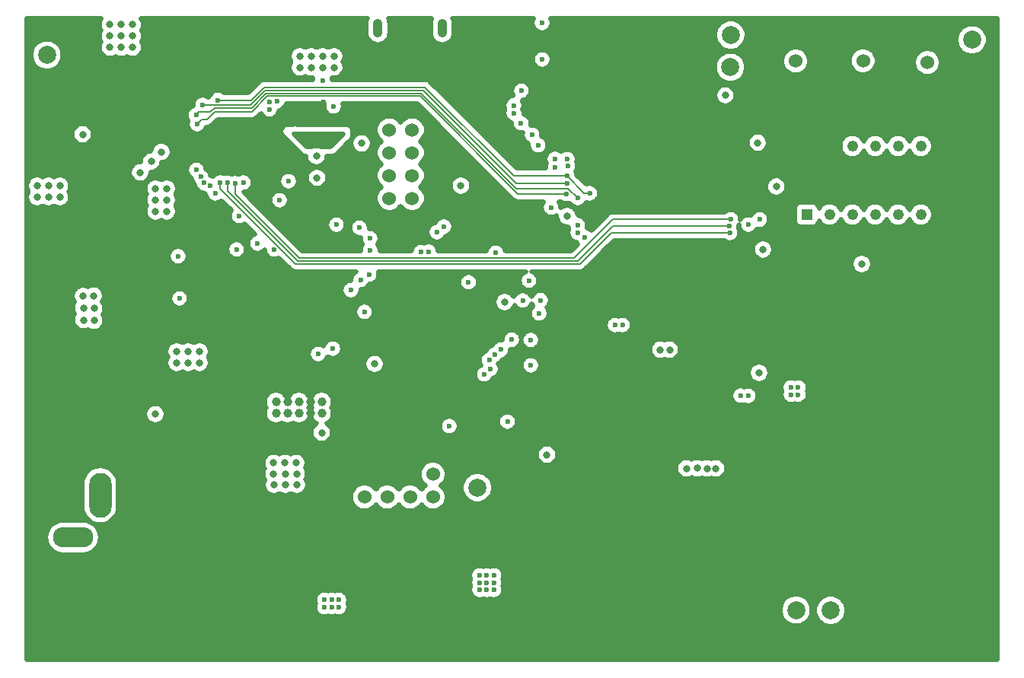
<source format=gbr>
%TF.GenerationSoftware,KiCad,Pcbnew,(5.1.9)-1*%
%TF.CreationDate,2021-04-19T10:41:21+09:00*%
%TF.ProjectId,Air_Pollution_Sensor,4169725f-506f-46c6-9c75-74696f6e5f53,rev?*%
%TF.SameCoordinates,Original*%
%TF.FileFunction,Copper,L2,Inr*%
%TF.FilePolarity,Positive*%
%FSLAX46Y46*%
G04 Gerber Fmt 4.6, Leading zero omitted, Abs format (unit mm)*
G04 Created by KiCad (PCBNEW (5.1.9)-1) date 2021-04-19 10:41:21*
%MOMM*%
%LPD*%
G01*
G04 APERTURE LIST*
%TA.AperFunction,ComponentPad*%
%ADD10C,2.000000*%
%TD*%
%TA.AperFunction,ComponentPad*%
%ADD11C,1.000000*%
%TD*%
%TA.AperFunction,ComponentPad*%
%ADD12C,1.530000*%
%TD*%
%TA.AperFunction,ComponentPad*%
%ADD13C,1.524000*%
%TD*%
%TA.AperFunction,ComponentPad*%
%ADD14C,1.220000*%
%TD*%
%TA.AperFunction,ComponentPad*%
%ADD15R,1.220000X1.220000*%
%TD*%
%TA.AperFunction,ComponentPad*%
%ADD16O,2.500000X5.000000*%
%TD*%
%TA.AperFunction,ComponentPad*%
%ADD17O,2.250000X4.500000*%
%TD*%
%TA.AperFunction,ComponentPad*%
%ADD18O,4.500000X2.250000*%
%TD*%
%TA.AperFunction,ComponentPad*%
%ADD19O,1.050000X2.100000*%
%TD*%
%TA.AperFunction,ViaPad*%
%ADD20C,0.800000*%
%TD*%
%TA.AperFunction,ViaPad*%
%ADD21C,0.600000*%
%TD*%
%TA.AperFunction,Conductor*%
%ADD22C,0.152400*%
%TD*%
%TA.AperFunction,Conductor*%
%ADD23C,0.508000*%
%TD*%
%TA.AperFunction,Conductor*%
%ADD24C,0.100000*%
%TD*%
G04 APERTURE END LIST*
D10*
%TO.N,/STM32F469VET/DSI_D1P*%
%TO.C,TP8*%
X188899800Y-137414000D03*
%TD*%
%TO.N,/STM32F469VET/DSI_D1N*%
%TO.C,TP7*%
X185039000Y-137363200D03*
%TD*%
D11*
%TO.N,GND*%
%TO.C,U10*%
X131013200Y-114198400D03*
%TO.N,+5V*%
X132283200Y-115468400D03*
X132283200Y-114198400D03*
%TO.N,Net-(U10-Pad6)*%
X129743200Y-114198400D03*
%TO.N,/SDA*%
X128473200Y-115468400D03*
%TO.N,Net-(U10-Pad5)*%
X129743200Y-115468400D03*
%TO.N,GND*%
X128473200Y-114198400D03*
%TO.N,/SCL*%
X127203200Y-115468400D03*
%TO.N,GND*%
X131013200Y-115468400D03*
%TO.N,Net-(U10-Pad10)*%
X127203200Y-114198400D03*
%TD*%
D10*
%TO.N,GND*%
%TO.C,TP6*%
X204607160Y-78724760D03*
%TD*%
%TO.N,/WIFI/UART_RXD*%
%TO.C,TP5*%
X177744120Y-76969620D03*
%TD*%
%TO.N,/WIFI/UART_TXD*%
%TO.C,TP4*%
X177764440Y-73400920D03*
%TD*%
%TO.N,+3V3*%
%TO.C,TP3*%
X204607160Y-73929240D03*
%TD*%
%TO.N,/ICE40UP/ICE_CLK*%
%TO.C,TP2*%
X101727000Y-75615800D03*
%TD*%
%TO.N,Net-(TP1-Pad1)*%
%TO.C,TP1*%
X149608540Y-123738640D03*
%TD*%
D12*
%TO.N,GND*%
%TO.C,J4*%
X134503160Y-124795280D03*
X134503160Y-122255280D03*
%TO.N,/ICE40UP/SF_SPI_DO*%
X137043160Y-124795280D03*
%TO.N,GND*%
X137043160Y-122255280D03*
%TO.N,/ICE40UP/SF_SPI_DI*%
X139583160Y-124795280D03*
%TO.N,GND*%
X139583160Y-122255280D03*
X142123160Y-122255280D03*
%TO.N,+3V3*%
X144663160Y-122255280D03*
%TO.N,/ICE40UP/SF_SPI_SCK*%
X142123160Y-124795280D03*
%TO.N,/ICE40UP/SF_SPI_SS*%
X144663160Y-124795280D03*
%TD*%
%TO.N,GND*%
%TO.C,J3*%
X142354300Y-94094300D03*
X139814300Y-94094300D03*
%TO.N,/ice_tms*%
X142354300Y-91554300D03*
%TO.N,/ice_crst_b*%
X139814300Y-91554300D03*
%TO.N,/ice_tdi*%
X142354300Y-89014300D03*
%TO.N,/swclk*%
X139814300Y-89014300D03*
%TO.N,/swdio*%
X139814300Y-86474300D03*
%TO.N,Net-(J3-Pad1)*%
X139814300Y-83934300D03*
%TO.N,/ice_tdo*%
X142354300Y-86474300D03*
%TO.N,/ice_tck*%
X142354300Y-83934300D03*
%TD*%
D13*
%TO.N,Net-(D3-Pad2)*%
%TO.C,D3*%
X199644000Y-76454000D03*
%TO.N,GND*%
X197104000Y-76454000D03*
%TD*%
%TO.N,Net-(D2-Pad2)*%
%TO.C,D2*%
X192481200Y-76250800D03*
%TO.N,GND*%
X189941200Y-76250800D03*
%TD*%
%TO.N,Net-(D1-Pad2)*%
%TO.C,D1*%
X184993280Y-76301600D03*
%TO.N,GND*%
X182453280Y-76301600D03*
%TD*%
D14*
%TO.N,GND*%
%TO.C,S1*%
X186235340Y-85745320D03*
X188775340Y-85745320D03*
%TO.N,Net-(S1-Pad10)*%
X191315340Y-85745320D03*
%TO.N,Net-(S1-Pad9)*%
X193855340Y-85745320D03*
%TO.N,Net-(S1-Pad8)*%
X196395340Y-85745320D03*
%TO.N,+3V3*%
X198935340Y-85745320D03*
%TO.N,/WIFI/EN*%
X198935340Y-93365320D03*
%TO.N,Net-(S1-Pad5)*%
X196395340Y-93365320D03*
%TO.N,Net-(S1-Pad4)*%
X193855340Y-93365320D03*
%TO.N,Net-(S1-Pad3)*%
X191315340Y-93365320D03*
%TO.N,/WIFI/PROG_N*%
X188775340Y-93365320D03*
D15*
%TO.N,/WIFI/RST_N*%
X186235340Y-93365320D03*
%TD*%
D16*
%TO.N,+12V*%
%TO.C,J1*%
X107648000Y-124586000D03*
D17*
%TO.N,GND*%
X101648000Y-124586000D03*
D18*
%TO.N,Net-(J1-Pad3)*%
X104648000Y-129286000D03*
%TD*%
D19*
%TO.N,Net-(C16-Pad1)*%
%TO.C,J2*%
X138536680Y-72628760D03*
X145686680Y-72628760D03*
%TD*%
D20*
%TO.N,GND*%
X114747040Y-82031840D03*
D21*
X128574800Y-87655400D03*
X131419600Y-96774000D03*
X116865400Y-89865200D03*
D20*
X110810040Y-77086460D03*
X116192300Y-76817220D03*
X121389140Y-78887320D03*
X116977160Y-82087720D03*
D21*
X120840500Y-83197700D03*
X150959820Y-75041760D03*
X148277580Y-75001120D03*
D20*
X177370740Y-90771980D03*
X126977140Y-125882400D03*
X128247140Y-125882400D03*
X129517140Y-125882400D03*
X126977140Y-127152400D03*
X128247140Y-127152400D03*
X129517140Y-127152400D03*
X126977140Y-128422400D03*
X128247140Y-128422400D03*
X129517140Y-128422400D03*
X173471840Y-87099140D03*
X174713900Y-87134700D03*
X173507400Y-87985600D03*
X174713900Y-88016080D03*
D21*
X128719580Y-134360920D03*
X129519580Y-134360920D03*
X128719580Y-135160920D03*
X129519580Y-135160920D03*
X145511520Y-130213100D03*
X146613880Y-130202940D03*
X145501360Y-131168140D03*
X146613880Y-131140200D03*
X127027940Y-78267560D03*
X140139420Y-76923900D03*
X121840500Y-83197700D03*
X122840500Y-83197700D03*
X123840500Y-83197700D03*
X124840500Y-83197700D03*
X120840500Y-84197700D03*
X121840500Y-84197700D03*
X122840500Y-84197700D03*
X123840500Y-84197700D03*
X124840500Y-84197700D03*
X120840500Y-85197700D03*
X121840500Y-85197700D03*
X122840500Y-85197700D03*
X123840500Y-85197700D03*
X124840500Y-85197700D03*
X120840500Y-86197700D03*
X121840500Y-86197700D03*
X122840500Y-86197700D03*
X123840500Y-86197700D03*
X124840500Y-86197700D03*
X120840500Y-87197700D03*
X121840500Y-87197700D03*
X122840500Y-87197700D03*
X123840500Y-87197700D03*
X124840500Y-87197700D03*
X132491480Y-80871060D03*
X149004020Y-79900780D03*
X149961600Y-79898240D03*
X106197400Y-86334600D03*
X108777400Y-86334600D03*
X111357400Y-86334600D03*
X120523000Y-93446600D03*
X117856000Y-128600200D03*
X116179600Y-127076200D03*
X119354600Y-130200400D03*
X102489000Y-135407400D03*
X105069000Y-135407400D03*
X107649000Y-135407400D03*
X110229000Y-135407400D03*
X105221400Y-138023600D03*
X107801400Y-138023600D03*
X110381400Y-138023600D03*
X102489000Y-137987400D03*
X106299000Y-110744000D03*
X106299000Y-113324000D03*
X106299000Y-115904000D03*
X111760000Y-117348000D03*
X121691400Y-127685800D03*
X165125400Y-96697800D03*
X167665400Y-96697800D03*
X170205400Y-96697800D03*
X172745400Y-96697800D03*
X175285400Y-96697800D03*
X167665400Y-96697800D03*
X170205400Y-96697800D03*
X172745400Y-96697800D03*
X175285400Y-96697800D03*
X149199600Y-127254000D03*
X151003000Y-128727200D03*
X130657600Y-123926600D03*
X130657600Y-121843800D03*
X130657600Y-119888000D03*
X131318000Y-126720600D03*
X132867400Y-128244600D03*
X131343400Y-129870200D03*
X127736600Y-130048000D03*
X135432800Y-112852200D03*
X136220200Y-115392200D03*
X136220200Y-117627400D03*
X130073400Y-87147400D03*
X130073400Y-88569800D03*
X177234200Y-126187200D03*
X169592600Y-129032000D03*
X179814200Y-126187200D03*
X177332600Y-129032000D03*
X174654200Y-126187200D03*
X177234200Y-126187200D03*
X172074200Y-126187200D03*
X179912600Y-129032000D03*
X174654200Y-126187200D03*
X172074200Y-126187200D03*
X174752600Y-129032000D03*
X177234200Y-126187200D03*
X174654200Y-126187200D03*
X169494200Y-126187200D03*
X172074200Y-126187200D03*
X169592600Y-129032000D03*
X174752600Y-129032000D03*
X172172600Y-129032000D03*
X179814200Y-126187200D03*
X179814200Y-126187200D03*
X172172600Y-129032000D03*
X130073400Y-89941400D03*
X130073400Y-91338400D03*
X124780040Y-111041180D03*
D20*
X184150000Y-101346000D03*
X186690000Y-101346000D03*
X189230000Y-101346000D03*
X191770000Y-101346000D03*
X184150000Y-103886000D03*
X186690000Y-103886000D03*
X189230000Y-103886000D03*
X191770000Y-103886000D03*
X184150000Y-101346000D03*
X186690000Y-101346000D03*
X189230000Y-101346000D03*
X191770000Y-101346000D03*
X194310000Y-101346000D03*
X184150000Y-103886000D03*
X186690000Y-103886000D03*
X189230000Y-103886000D03*
X191770000Y-103886000D03*
X194310000Y-103886000D03*
X184150000Y-101346000D03*
X186690000Y-101346000D03*
X189230000Y-101346000D03*
X191770000Y-101346000D03*
X194310000Y-101346000D03*
X184150000Y-103886000D03*
X186690000Y-103886000D03*
X189230000Y-103886000D03*
X191770000Y-103886000D03*
X194310000Y-103886000D03*
D21*
X106273600Y-108178600D03*
X114909600Y-97967800D03*
X116255800Y-96672400D03*
X136042400Y-127254000D03*
X138582400Y-127254000D03*
X141122400Y-127254000D03*
X143662400Y-127254000D03*
X146202400Y-127254000D03*
X187223400Y-72466200D03*
X194894200Y-72364600D03*
X205536800Y-83337400D03*
X205536800Y-85877400D03*
X205536800Y-88417400D03*
X205536800Y-90957400D03*
X205536800Y-93497400D03*
%TO.N,+3V3*%
X155549600Y-110134400D03*
D20*
X129494280Y-122201940D03*
X129514600Y-123433840D03*
X128244600Y-123433840D03*
X126974600Y-123433840D03*
X128239520Y-122196860D03*
D21*
X127609600Y-91770200D03*
X159633920Y-87944960D03*
D20*
X126923800Y-120990360D03*
X128193800Y-120990360D03*
X129463800Y-120990360D03*
X126944120Y-122222260D03*
X129852420Y-75730100D03*
X131122420Y-75730100D03*
X132392420Y-75730100D03*
X133662420Y-75730100D03*
X131122420Y-77000100D03*
X132392420Y-77000100D03*
X133662420Y-77000100D03*
X116164360Y-108590080D03*
X117434360Y-108590080D03*
X118704360Y-108590080D03*
X116164360Y-109860080D03*
X117434360Y-109860080D03*
X118704360Y-109860080D03*
X113799620Y-90469720D03*
X115069620Y-90469720D03*
X113799620Y-91739720D03*
X115069620Y-91739720D03*
X113799620Y-93009720D03*
X115069620Y-93009720D03*
X129852420Y-77000100D03*
D21*
X116459000Y-102702360D03*
X137556240Y-100027740D03*
D20*
X147764500Y-90148320D03*
X192341500Y-98859340D03*
X181368700Y-97246440D03*
X180776880Y-85377020D03*
D21*
X158219140Y-87175340D03*
X159598360Y-87193120D03*
X158234380Y-88077040D03*
X154459940Y-83197700D03*
X116321840Y-97988120D03*
X120449340Y-90998040D03*
X127015819Y-97240781D03*
X128600200Y-89658100D03*
X178866800Y-113512600D03*
X179730400Y-113538000D03*
D20*
X136728200Y-85445600D03*
D21*
X146481800Y-116890800D03*
X156637900Y-102895400D03*
X137033000Y-104190800D03*
X155317100Y-100711000D03*
D20*
X157327600Y-120091200D03*
D21*
X129307680Y-84392860D03*
D20*
X113792000Y-115570000D03*
X138176000Y-109982000D03*
D21*
%TO.N,/SCL*%
X137670540Y-96019620D03*
X136483090Y-94832170D03*
X137683132Y-97327979D03*
X136603740Y-100629720D03*
%TO.N,/SDA*%
X135539480Y-101782880D03*
%TO.N,/STM32F469VET/VCAPDSI*%
X156489400Y-104368600D03*
X155549600Y-107315000D03*
%TO.N,/STM32F469VET/USB_OTG_FS_DP*%
X150910759Y-109543381D03*
X160746440Y-94527820D03*
X153657300Y-82068220D03*
%TO.N,/STM32F469VET/USB_OTG_FS_VBUS*%
X152214580Y-108391960D03*
X161498280Y-95902780D03*
X154477720Y-79598520D03*
D20*
%TO.N,+1V2*%
X131699000Y-86868000D03*
X131762500Y-89281000D03*
X106946700Y-102392480D03*
X105755440Y-102407720D03*
X105783380Y-103741220D03*
X106967020Y-103802180D03*
X105783380Y-105110280D03*
X106987340Y-105171240D03*
X112102900Y-88668860D03*
X113319560Y-87467440D03*
X114447320Y-86395560D03*
D21*
%TO.N,/STM32F469VET/USB_OTG_FS_DN*%
X151511801Y-108942339D03*
X160746440Y-95377820D03*
X153657300Y-81218220D03*
%TO.N,/ICE40UP/LED_RED*%
X121013220Y-89783920D03*
X177687616Y-95401049D03*
%TO.N,/ICE40UP/LED_GREEN*%
X121793000Y-89849960D03*
X179748180Y-94475300D03*
X177588241Y-94647572D03*
%TO.N,/ICE40UP/LED_BLUE*%
X122642232Y-89896726D03*
X180995320Y-93911420D03*
X177777140Y-93911420D03*
%TO.N,/ICE40UP/SF_SPI_SS*%
X127294640Y-80718910D03*
X122806460Y-97238820D03*
%TO.N,/ICE40UP/SF_SPI_SCK*%
X126492000Y-80817720D03*
X125161040Y-96586040D03*
D20*
%TO.N,/WIFI/EN*%
X182841900Y-90248740D03*
D21*
X156819600Y-76098400D03*
D20*
%TO.N,/WIFI/PROG_N*%
X177172620Y-80096360D03*
D21*
%TO.N,/WIFI/RST_N*%
X156794200Y-72034400D03*
%TO.N,/WIFI/HSPI_CS*%
X148620480Y-100891340D03*
X151660860Y-97614740D03*
D20*
X159570420Y-93530420D03*
D21*
%TO.N,/WIFI/HSPI_MOSI*%
X157781500Y-92567760D03*
%TO.N,/WIFI/HSPI_MISO*%
X156347160Y-85646260D03*
%TO.N,/WIFI/HSPI_SCK*%
X155684220Y-84490560D03*
%TO.N,/ICE40UP/spi_miso*%
X159506920Y-91074240D03*
X118432580Y-83319620D03*
%TO.N,/ICE40UP/spi_sck*%
X160764220Y-91528900D03*
X118313200Y-82245200D03*
%TO.N,/ICE40UP/spi_cs*%
X159570999Y-89862081D03*
X119049800Y-81153000D03*
%TO.N,/ICE40UP/spi_mosi*%
X120752022Y-80627642D03*
X159547560Y-89072720D03*
X162087560Y-90998040D03*
%TO.N,/ice_tck*%
X119163448Y-89850115D03*
%TO.N,/ice_tdo*%
X118837444Y-89163585D03*
%TO.N,/ice_crst_b*%
X133622040Y-81325020D03*
%TO.N,/swclk*%
X150368000Y-111127540D03*
X143301720Y-97548700D03*
X145107660Y-95321120D03*
%TO.N,/DSI_D0P*%
X165733280Y-105669080D03*
%TO.N,/DSI_D0N*%
X164883280Y-105669080D03*
%TO.N,/ice_tdi*%
X119865140Y-90142060D03*
D20*
%TO.N,+5V*%
X132283200Y-117627400D03*
D21*
X149839680Y-133510020D03*
X150639680Y-133510020D03*
X151439680Y-133510020D03*
X149839680Y-134310020D03*
X150639680Y-134310020D03*
X151439680Y-134310020D03*
X149839680Y-135110020D03*
X150639680Y-135110020D03*
X151439680Y-135110020D03*
D20*
X101907340Y-90149680D03*
X103177340Y-90149680D03*
X100637340Y-91419680D03*
X101907340Y-91419680D03*
X103177340Y-91419680D03*
X100637340Y-90149680D03*
X105706780Y-84441060D03*
%TO.N,+2V5*%
X108727240Y-72229980D03*
X109997240Y-72229980D03*
X111267240Y-72229980D03*
X108727240Y-73499980D03*
X109997240Y-73499980D03*
X111267240Y-73499980D03*
X108727240Y-74769980D03*
X109997240Y-74769980D03*
X111267240Y-74769980D03*
D21*
%TO.N,Net-(R13-Pad1)*%
X133924040Y-94500700D03*
X132369560Y-78445360D03*
%TO.N,Net-(R12-Pad1)*%
X126512320Y-81640680D03*
X123113800Y-93507560D03*
%TO.N,+12V*%
X132590540Y-136235440D03*
X133390540Y-136235440D03*
X134190540Y-136235440D03*
X132590540Y-137035440D03*
X133390540Y-137035440D03*
X134190540Y-137035440D03*
X184480200Y-112598200D03*
X185280200Y-112598200D03*
X184480200Y-113398200D03*
X185280200Y-113398200D03*
%TO.N,GND1*%
X153441400Y-107289600D03*
X154635200Y-102920800D03*
D20*
X152628600Y-103111300D03*
%TO.N,Net-(R4-Pad1)*%
X180931820Y-110975140D03*
D21*
%TO.N,/lcd_reset*%
X152943560Y-116415820D03*
D20*
%TO.N,GND2*%
X176123600Y-121615200D03*
X174023020Y-121599960D03*
X172847000Y-121612660D03*
X175122840Y-121617740D03*
D21*
%TO.N,/RCC_OSC_IN*%
X131902200Y-108894880D03*
D20*
%TO.N,/DSI_CLN*%
X169934400Y-108407200D03*
%TO.N,/DSI_CLP*%
X170984400Y-108407200D03*
D21*
%TO.N,/RCC_OSC_OUT*%
X133543040Y-108287820D03*
%TO.N,/ICE40UP/ICE_CLK*%
X118338600Y-88392000D03*
%TO.N,/ice_tms*%
X123571000Y-89791540D03*
%TO.N,/swdio*%
X151053800Y-110548420D03*
X145882360Y-94691200D03*
X144162780Y-97480120D03*
%TD*%
D22*
%TO.N,/ICE40UP/LED_RED*%
X177687616Y-95401049D02*
X164463811Y-95401049D01*
X161010620Y-98854240D02*
X129387580Y-98854240D01*
X164463811Y-95401049D02*
X161010620Y-98854240D01*
X121013220Y-90479880D02*
X121013220Y-89783920D01*
X129387580Y-98854240D02*
X121013220Y-90479880D01*
%TO.N,/ICE40UP/LED_GREEN*%
X121793000Y-89849960D02*
X121793000Y-90751660D01*
X121793000Y-90751660D02*
X129512060Y-98470720D01*
X129623956Y-98541830D02*
X160736290Y-98541830D01*
X129552846Y-98470720D02*
X129623956Y-98541830D01*
X129512060Y-98470720D02*
X129552846Y-98470720D01*
X164630548Y-94647572D02*
X177588241Y-94647572D01*
X160736290Y-98541830D02*
X164630548Y-94647572D01*
%TO.N,/ICE40UP/LED_BLUE*%
X177777140Y-93911420D02*
X164706300Y-93911420D01*
X164706300Y-93911420D02*
X160388300Y-98229420D01*
X160388300Y-98229420D02*
X129753360Y-98229420D01*
X122642232Y-91118292D02*
X122642232Y-89896726D01*
X129753360Y-98229420D02*
X122642232Y-91118292D01*
%TO.N,/ICE40UP/spi_miso*%
X159506920Y-91074240D02*
X158716980Y-91074240D01*
X158716980Y-91074240D02*
X158620460Y-91074240D01*
X118973600Y-82778600D02*
X118432580Y-83319620D01*
X119522240Y-82778600D02*
X118973600Y-82778600D01*
X124507822Y-81927700D02*
X120373140Y-81927700D01*
X120373140Y-81927700D02*
X119522240Y-82778600D01*
X126252812Y-80182710D02*
X124507822Y-81927700D01*
X143225656Y-80182710D02*
X126252812Y-80182710D01*
X154117186Y-91074240D02*
X143225656Y-80182710D01*
X158716980Y-91074240D02*
X154117186Y-91074240D01*
%TO.N,/ICE40UP/spi_sck*%
X126075294Y-79918414D02*
X126133568Y-79860140D01*
X118594879Y-81963521D02*
X118313200Y-82245200D01*
X119872499Y-81963521D02*
X118594879Y-81963521D01*
X120359767Y-81476253D02*
X119872499Y-81963521D01*
X124517456Y-81476252D02*
X120359767Y-81476253D01*
X126075294Y-79918414D02*
X124517456Y-81476252D01*
X126123408Y-79870300D02*
X126075294Y-79918414D01*
X143355060Y-79870300D02*
X126123408Y-79870300D01*
X159699960Y-90464640D02*
X153949400Y-90464640D01*
X153949400Y-90464640D02*
X143355060Y-79870300D01*
X160764220Y-91528900D02*
X159699960Y-90464640D01*
%TO.N,/ICE40UP/spi_cs*%
X119060643Y-81163843D02*
X119049800Y-81153000D01*
X126004174Y-79547720D02*
X124388051Y-81163843D01*
X143581120Y-79547720D02*
X126004174Y-79547720D01*
X124388051Y-81163843D02*
X119060643Y-81163843D01*
X153895481Y-89862081D02*
X143581120Y-79547720D01*
X159570999Y-89862081D02*
X153895481Y-89862081D01*
%TO.N,/ICE40UP/spi_mosi*%
X159547560Y-89072720D02*
X153642060Y-89072720D01*
X153642060Y-89072720D02*
X143758920Y-79189580D01*
X143758920Y-79189580D02*
X125920500Y-79189580D01*
X125920500Y-79189580D02*
X124482438Y-80627642D01*
X124482438Y-80627642D02*
X120752022Y-80627642D01*
X159547560Y-89080340D02*
X159547560Y-89072720D01*
X161465260Y-90998040D02*
X159547560Y-89080340D01*
X162087560Y-90998040D02*
X161465260Y-90998040D01*
%TD*%
D23*
%TO.N,GND*%
X107697489Y-71679567D02*
X107609895Y-71891037D01*
X107565240Y-72115533D01*
X107565240Y-72344427D01*
X107609895Y-72568923D01*
X107697489Y-72780393D01*
X107754008Y-72864980D01*
X107697489Y-72949567D01*
X107609895Y-73161037D01*
X107565240Y-73385533D01*
X107565240Y-73614427D01*
X107609895Y-73838923D01*
X107697489Y-74050393D01*
X107754008Y-74134980D01*
X107697489Y-74219567D01*
X107609895Y-74431037D01*
X107565240Y-74655533D01*
X107565240Y-74884427D01*
X107609895Y-75108923D01*
X107697489Y-75320393D01*
X107824656Y-75510712D01*
X107986508Y-75672564D01*
X108176827Y-75799731D01*
X108388297Y-75887325D01*
X108612793Y-75931980D01*
X108841687Y-75931980D01*
X109066183Y-75887325D01*
X109277653Y-75799731D01*
X109362240Y-75743212D01*
X109446827Y-75799731D01*
X109658297Y-75887325D01*
X109882793Y-75931980D01*
X110111687Y-75931980D01*
X110336183Y-75887325D01*
X110547653Y-75799731D01*
X110632240Y-75743212D01*
X110716827Y-75799731D01*
X110928297Y-75887325D01*
X111152793Y-75931980D01*
X111381687Y-75931980D01*
X111606183Y-75887325D01*
X111817653Y-75799731D01*
X112007972Y-75672564D01*
X112169824Y-75510712D01*
X112296991Y-75320393D01*
X112384585Y-75108923D01*
X112429240Y-74884427D01*
X112429240Y-74655533D01*
X112384585Y-74431037D01*
X112296991Y-74219567D01*
X112240472Y-74134980D01*
X112296991Y-74050393D01*
X112384585Y-73838923D01*
X112429240Y-73614427D01*
X112429240Y-73385533D01*
X112384585Y-73161037D01*
X112296991Y-72949567D01*
X112240472Y-72864980D01*
X112296991Y-72780393D01*
X112384585Y-72568923D01*
X112429240Y-72344427D01*
X112429240Y-72115533D01*
X112384585Y-71891037D01*
X112296991Y-71679567D01*
X112186162Y-71513700D01*
X137392760Y-71513700D01*
X137341894Y-71608863D01*
X137268302Y-71851464D01*
X137249680Y-72040536D01*
X137249680Y-73216983D01*
X137268302Y-73406055D01*
X137341894Y-73648656D01*
X137461401Y-73872237D01*
X137622230Y-74068210D01*
X137818202Y-74229039D01*
X138041783Y-74348546D01*
X138284384Y-74422138D01*
X138536680Y-74446987D01*
X138788975Y-74422138D01*
X139031576Y-74348546D01*
X139255157Y-74229039D01*
X139451130Y-74068210D01*
X139611959Y-73872238D01*
X139731466Y-73648657D01*
X139805058Y-73406056D01*
X139823680Y-73216984D01*
X139823680Y-72040536D01*
X139805058Y-71851464D01*
X139731466Y-71608863D01*
X139680600Y-71513700D01*
X144542760Y-71513700D01*
X144491894Y-71608863D01*
X144418302Y-71851464D01*
X144399680Y-72040536D01*
X144399680Y-73216983D01*
X144418302Y-73406055D01*
X144491894Y-73648656D01*
X144611401Y-73872237D01*
X144772230Y-74068210D01*
X144968202Y-74229039D01*
X145191783Y-74348546D01*
X145434384Y-74422138D01*
X145686680Y-74446987D01*
X145938975Y-74422138D01*
X146181576Y-74348546D01*
X146405157Y-74229039D01*
X146601130Y-74068210D01*
X146761959Y-73872238D01*
X146881466Y-73648657D01*
X146955058Y-73406056D01*
X146972656Y-73227378D01*
X176002440Y-73227378D01*
X176002440Y-73574462D01*
X176070152Y-73914877D01*
X176202975Y-74235540D01*
X176395805Y-74524130D01*
X176641230Y-74769555D01*
X176929820Y-74962385D01*
X177250483Y-75095208D01*
X177590898Y-75162920D01*
X177937982Y-75162920D01*
X178278397Y-75095208D01*
X178599060Y-74962385D01*
X178887650Y-74769555D01*
X179133075Y-74524130D01*
X179325905Y-74235540D01*
X179458728Y-73914877D01*
X179490390Y-73755698D01*
X202845160Y-73755698D01*
X202845160Y-74102782D01*
X202912872Y-74443197D01*
X203045695Y-74763860D01*
X203238525Y-75052450D01*
X203483950Y-75297875D01*
X203772540Y-75490705D01*
X204093203Y-75623528D01*
X204433618Y-75691240D01*
X204780702Y-75691240D01*
X205121117Y-75623528D01*
X205441780Y-75490705D01*
X205730370Y-75297875D01*
X205975795Y-75052450D01*
X206168625Y-74763860D01*
X206301448Y-74443197D01*
X206369160Y-74102782D01*
X206369160Y-73755698D01*
X206301448Y-73415283D01*
X206168625Y-73094620D01*
X205975795Y-72806030D01*
X205730370Y-72560605D01*
X205441780Y-72367775D01*
X205121117Y-72234952D01*
X204780702Y-72167240D01*
X204433618Y-72167240D01*
X204093203Y-72234952D01*
X203772540Y-72367775D01*
X203483950Y-72560605D01*
X203238525Y-72806030D01*
X203045695Y-73094620D01*
X202912872Y-73415283D01*
X202845160Y-73755698D01*
X179490390Y-73755698D01*
X179526440Y-73574462D01*
X179526440Y-73227378D01*
X179458728Y-72886963D01*
X179325905Y-72566300D01*
X179133075Y-72277710D01*
X178887650Y-72032285D01*
X178599060Y-71839455D01*
X178278397Y-71706632D01*
X177937982Y-71638920D01*
X177590898Y-71638920D01*
X177250483Y-71706632D01*
X176929820Y-71839455D01*
X176641230Y-72032285D01*
X176395805Y-72277710D01*
X176202975Y-72566300D01*
X176070152Y-72886963D01*
X176002440Y-73227378D01*
X146972656Y-73227378D01*
X146973680Y-73216984D01*
X146973680Y-72040536D01*
X146955058Y-71851464D01*
X146881466Y-71608863D01*
X146830600Y-71513700D01*
X155864863Y-71513700D01*
X155853067Y-71531354D01*
X155773012Y-71724626D01*
X155732200Y-71929802D01*
X155732200Y-72138998D01*
X155773012Y-72344174D01*
X155853067Y-72537446D01*
X155969290Y-72711386D01*
X156117214Y-72859310D01*
X156291154Y-72975533D01*
X156484426Y-73055588D01*
X156689602Y-73096400D01*
X156898798Y-73096400D01*
X157103974Y-73055588D01*
X157297246Y-72975533D01*
X157471186Y-72859310D01*
X157619110Y-72711386D01*
X157735333Y-72537446D01*
X157815388Y-72344174D01*
X157856200Y-72138998D01*
X157856200Y-71929802D01*
X157815388Y-71724626D01*
X157735333Y-71531354D01*
X157723537Y-71513700D01*
X207416288Y-71513700D01*
X207384817Y-142876800D01*
X99474200Y-142876800D01*
X99474200Y-136130842D01*
X131528540Y-136130842D01*
X131528540Y-136340038D01*
X131569352Y-136545214D01*
X131606724Y-136635440D01*
X131569352Y-136725666D01*
X131528540Y-136930842D01*
X131528540Y-137140038D01*
X131569352Y-137345214D01*
X131649407Y-137538486D01*
X131765630Y-137712426D01*
X131913554Y-137860350D01*
X132087494Y-137976573D01*
X132280766Y-138056628D01*
X132485942Y-138097440D01*
X132695138Y-138097440D01*
X132900314Y-138056628D01*
X132990540Y-138019256D01*
X133080766Y-138056628D01*
X133285942Y-138097440D01*
X133495138Y-138097440D01*
X133700314Y-138056628D01*
X133790540Y-138019256D01*
X133880766Y-138056628D01*
X134085942Y-138097440D01*
X134295138Y-138097440D01*
X134500314Y-138056628D01*
X134693586Y-137976573D01*
X134867526Y-137860350D01*
X135015450Y-137712426D01*
X135131673Y-137538486D01*
X135211728Y-137345214D01*
X135242669Y-137189658D01*
X183277000Y-137189658D01*
X183277000Y-137536742D01*
X183344712Y-137877157D01*
X183477535Y-138197820D01*
X183670365Y-138486410D01*
X183915790Y-138731835D01*
X184204380Y-138924665D01*
X184525043Y-139057488D01*
X184865458Y-139125200D01*
X185212542Y-139125200D01*
X185552957Y-139057488D01*
X185873620Y-138924665D01*
X186162210Y-138731835D01*
X186407635Y-138486410D01*
X186600465Y-138197820D01*
X186733288Y-137877157D01*
X186801000Y-137536742D01*
X186801000Y-137240458D01*
X187137800Y-137240458D01*
X187137800Y-137587542D01*
X187205512Y-137927957D01*
X187338335Y-138248620D01*
X187531165Y-138537210D01*
X187776590Y-138782635D01*
X188065180Y-138975465D01*
X188385843Y-139108288D01*
X188726258Y-139176000D01*
X189073342Y-139176000D01*
X189413757Y-139108288D01*
X189734420Y-138975465D01*
X190023010Y-138782635D01*
X190268435Y-138537210D01*
X190461265Y-138248620D01*
X190594088Y-137927957D01*
X190661800Y-137587542D01*
X190661800Y-137240458D01*
X190594088Y-136900043D01*
X190461265Y-136579380D01*
X190268435Y-136290790D01*
X190023010Y-136045365D01*
X189734420Y-135852535D01*
X189413757Y-135719712D01*
X189073342Y-135652000D01*
X188726258Y-135652000D01*
X188385843Y-135719712D01*
X188065180Y-135852535D01*
X187776590Y-136045365D01*
X187531165Y-136290790D01*
X187338335Y-136579380D01*
X187205512Y-136900043D01*
X187137800Y-137240458D01*
X186801000Y-137240458D01*
X186801000Y-137189658D01*
X186733288Y-136849243D01*
X186600465Y-136528580D01*
X186407635Y-136239990D01*
X186162210Y-135994565D01*
X185873620Y-135801735D01*
X185552957Y-135668912D01*
X185212542Y-135601200D01*
X184865458Y-135601200D01*
X184525043Y-135668912D01*
X184204380Y-135801735D01*
X183915790Y-135994565D01*
X183670365Y-136239990D01*
X183477535Y-136528580D01*
X183344712Y-136849243D01*
X183277000Y-137189658D01*
X135242669Y-137189658D01*
X135252540Y-137140038D01*
X135252540Y-136930842D01*
X135211728Y-136725666D01*
X135174356Y-136635440D01*
X135211728Y-136545214D01*
X135252540Y-136340038D01*
X135252540Y-136130842D01*
X135211728Y-135925666D01*
X135131673Y-135732394D01*
X135015450Y-135558454D01*
X134867526Y-135410530D01*
X134693586Y-135294307D01*
X134500314Y-135214252D01*
X134295138Y-135173440D01*
X134085942Y-135173440D01*
X133880766Y-135214252D01*
X133790540Y-135251624D01*
X133700314Y-135214252D01*
X133495138Y-135173440D01*
X133285942Y-135173440D01*
X133080766Y-135214252D01*
X132990540Y-135251624D01*
X132900314Y-135214252D01*
X132695138Y-135173440D01*
X132485942Y-135173440D01*
X132280766Y-135214252D01*
X132087494Y-135294307D01*
X131913554Y-135410530D01*
X131765630Y-135558454D01*
X131649407Y-135732394D01*
X131569352Y-135925666D01*
X131528540Y-136130842D01*
X99474200Y-136130842D01*
X99474200Y-133405422D01*
X148777680Y-133405422D01*
X148777680Y-133614618D01*
X148818492Y-133819794D01*
X148855864Y-133910020D01*
X148818492Y-134000246D01*
X148777680Y-134205422D01*
X148777680Y-134414618D01*
X148818492Y-134619794D01*
X148855864Y-134710020D01*
X148818492Y-134800246D01*
X148777680Y-135005422D01*
X148777680Y-135214618D01*
X148818492Y-135419794D01*
X148898547Y-135613066D01*
X149014770Y-135787006D01*
X149162694Y-135934930D01*
X149336634Y-136051153D01*
X149529906Y-136131208D01*
X149735082Y-136172020D01*
X149944278Y-136172020D01*
X150149454Y-136131208D01*
X150239680Y-136093836D01*
X150329906Y-136131208D01*
X150535082Y-136172020D01*
X150744278Y-136172020D01*
X150949454Y-136131208D01*
X151039680Y-136093836D01*
X151129906Y-136131208D01*
X151335082Y-136172020D01*
X151544278Y-136172020D01*
X151749454Y-136131208D01*
X151942726Y-136051153D01*
X152116666Y-135934930D01*
X152264590Y-135787006D01*
X152380813Y-135613066D01*
X152460868Y-135419794D01*
X152501680Y-135214618D01*
X152501680Y-135005422D01*
X152460868Y-134800246D01*
X152423496Y-134710020D01*
X152460868Y-134619794D01*
X152501680Y-134414618D01*
X152501680Y-134205422D01*
X152460868Y-134000246D01*
X152423496Y-133910020D01*
X152460868Y-133819794D01*
X152501680Y-133614618D01*
X152501680Y-133405422D01*
X152460868Y-133200246D01*
X152380813Y-133006974D01*
X152264590Y-132833034D01*
X152116666Y-132685110D01*
X151942726Y-132568887D01*
X151749454Y-132488832D01*
X151544278Y-132448020D01*
X151335082Y-132448020D01*
X151129906Y-132488832D01*
X151039680Y-132526204D01*
X150949454Y-132488832D01*
X150744278Y-132448020D01*
X150535082Y-132448020D01*
X150329906Y-132488832D01*
X150239680Y-132526204D01*
X150149454Y-132488832D01*
X149944278Y-132448020D01*
X149735082Y-132448020D01*
X149529906Y-132488832D01*
X149336634Y-132568887D01*
X149162694Y-132685110D01*
X149014770Y-132833034D01*
X148898547Y-133006974D01*
X148818492Y-133200246D01*
X148777680Y-133405422D01*
X99474200Y-133405422D01*
X99474200Y-129286000D01*
X101626870Y-129286000D01*
X101663304Y-129655917D01*
X101771204Y-130011618D01*
X101946426Y-130339433D01*
X102182234Y-130626766D01*
X102469567Y-130862574D01*
X102797382Y-131037796D01*
X103153083Y-131145696D01*
X103430302Y-131173000D01*
X105865698Y-131173000D01*
X106142917Y-131145696D01*
X106498618Y-131037796D01*
X106826433Y-130862574D01*
X107113766Y-130626766D01*
X107349574Y-130339433D01*
X107524796Y-130011618D01*
X107632696Y-129655917D01*
X107669130Y-129286000D01*
X107632696Y-128916083D01*
X107524796Y-128560382D01*
X107349574Y-128232567D01*
X107113766Y-127945234D01*
X106826433Y-127709426D01*
X106498618Y-127534204D01*
X106142917Y-127426304D01*
X105865698Y-127399000D01*
X103430302Y-127399000D01*
X103153083Y-127426304D01*
X102797382Y-127534204D01*
X102469567Y-127709426D01*
X102182234Y-127945234D01*
X101946426Y-128232567D01*
X101771204Y-128560382D01*
X101663304Y-128916083D01*
X101626870Y-129286000D01*
X99474200Y-129286000D01*
X99474200Y-125934840D01*
X105636000Y-125934840D01*
X105665112Y-126230420D01*
X105780160Y-126609683D01*
X105966989Y-126959216D01*
X106218417Y-127265583D01*
X106524784Y-127517011D01*
X106874316Y-127703840D01*
X107253579Y-127818888D01*
X107648000Y-127857735D01*
X108042420Y-127818888D01*
X108421683Y-127703840D01*
X108771216Y-127517011D01*
X109077583Y-127265583D01*
X109329011Y-126959216D01*
X109515840Y-126609684D01*
X109630888Y-126230421D01*
X109660000Y-125934841D01*
X109660000Y-124644884D01*
X135516160Y-124644884D01*
X135516160Y-124945676D01*
X135574841Y-125240690D01*
X135689950Y-125518586D01*
X135857061Y-125768686D01*
X136069754Y-125981379D01*
X136319854Y-126148490D01*
X136597750Y-126263599D01*
X136892764Y-126322280D01*
X137193556Y-126322280D01*
X137488570Y-126263599D01*
X137766466Y-126148490D01*
X138016566Y-125981379D01*
X138229259Y-125768686D01*
X138313160Y-125643119D01*
X138397061Y-125768686D01*
X138609754Y-125981379D01*
X138859854Y-126148490D01*
X139137750Y-126263599D01*
X139432764Y-126322280D01*
X139733556Y-126322280D01*
X140028570Y-126263599D01*
X140306466Y-126148490D01*
X140556566Y-125981379D01*
X140769259Y-125768686D01*
X140853160Y-125643119D01*
X140937061Y-125768686D01*
X141149754Y-125981379D01*
X141399854Y-126148490D01*
X141677750Y-126263599D01*
X141972764Y-126322280D01*
X142273556Y-126322280D01*
X142568570Y-126263599D01*
X142846466Y-126148490D01*
X143096566Y-125981379D01*
X143309259Y-125768686D01*
X143393160Y-125643119D01*
X143477061Y-125768686D01*
X143689754Y-125981379D01*
X143939854Y-126148490D01*
X144217750Y-126263599D01*
X144512764Y-126322280D01*
X144813556Y-126322280D01*
X145108570Y-126263599D01*
X145386466Y-126148490D01*
X145636566Y-125981379D01*
X145849259Y-125768686D01*
X146016370Y-125518586D01*
X146131479Y-125240690D01*
X146190160Y-124945676D01*
X146190160Y-124644884D01*
X146131479Y-124349870D01*
X146016370Y-124071974D01*
X145849259Y-123821874D01*
X145636566Y-123609181D01*
X145570591Y-123565098D01*
X147846540Y-123565098D01*
X147846540Y-123912182D01*
X147914252Y-124252597D01*
X148047075Y-124573260D01*
X148239905Y-124861850D01*
X148485330Y-125107275D01*
X148773920Y-125300105D01*
X149094583Y-125432928D01*
X149434998Y-125500640D01*
X149782082Y-125500640D01*
X150122497Y-125432928D01*
X150443160Y-125300105D01*
X150731750Y-125107275D01*
X150977175Y-124861850D01*
X151170005Y-124573260D01*
X151302828Y-124252597D01*
X151370540Y-123912182D01*
X151370540Y-123565098D01*
X151302828Y-123224683D01*
X151170005Y-122904020D01*
X150977175Y-122615430D01*
X150731750Y-122370005D01*
X150443160Y-122177175D01*
X150122497Y-122044352D01*
X149782082Y-121976640D01*
X149434998Y-121976640D01*
X149094583Y-122044352D01*
X148773920Y-122177175D01*
X148485330Y-122370005D01*
X148239905Y-122615430D01*
X148047075Y-122904020D01*
X147914252Y-123224683D01*
X147846540Y-123565098D01*
X145570591Y-123565098D01*
X145510999Y-123525280D01*
X145636566Y-123441379D01*
X145849259Y-123228686D01*
X146016370Y-122978586D01*
X146131479Y-122700690D01*
X146190160Y-122405676D01*
X146190160Y-122104884D01*
X146131479Y-121809870D01*
X146016370Y-121531974D01*
X145993812Y-121498213D01*
X171685000Y-121498213D01*
X171685000Y-121727107D01*
X171729655Y-121951603D01*
X171817249Y-122163073D01*
X171944416Y-122353392D01*
X172106268Y-122515244D01*
X172296587Y-122642411D01*
X172508057Y-122730005D01*
X172732553Y-122774660D01*
X172961447Y-122774660D01*
X173185943Y-122730005D01*
X173397413Y-122642411D01*
X173444513Y-122610940D01*
X173472607Y-122629711D01*
X173684077Y-122717305D01*
X173908573Y-122761960D01*
X174137467Y-122761960D01*
X174361963Y-122717305D01*
X174556385Y-122636772D01*
X174572427Y-122647491D01*
X174783897Y-122735085D01*
X175008393Y-122779740D01*
X175237287Y-122779740D01*
X175461783Y-122735085D01*
X175626286Y-122666945D01*
X175784657Y-122732545D01*
X176009153Y-122777200D01*
X176238047Y-122777200D01*
X176462543Y-122732545D01*
X176674013Y-122644951D01*
X176864332Y-122517784D01*
X177026184Y-122355932D01*
X177153351Y-122165613D01*
X177240945Y-121954143D01*
X177285600Y-121729647D01*
X177285600Y-121500753D01*
X177240945Y-121276257D01*
X177153351Y-121064787D01*
X177026184Y-120874468D01*
X176864332Y-120712616D01*
X176674013Y-120585449D01*
X176462543Y-120497855D01*
X176238047Y-120453200D01*
X176009153Y-120453200D01*
X175784657Y-120497855D01*
X175620154Y-120565995D01*
X175461783Y-120500395D01*
X175237287Y-120455740D01*
X175008393Y-120455740D01*
X174783897Y-120500395D01*
X174589475Y-120580928D01*
X174573433Y-120570209D01*
X174361963Y-120482615D01*
X174137467Y-120437960D01*
X173908573Y-120437960D01*
X173684077Y-120482615D01*
X173472607Y-120570209D01*
X173425507Y-120601680D01*
X173397413Y-120582909D01*
X173185943Y-120495315D01*
X172961447Y-120450660D01*
X172732553Y-120450660D01*
X172508057Y-120495315D01*
X172296587Y-120582909D01*
X172106268Y-120710076D01*
X171944416Y-120871928D01*
X171817249Y-121062247D01*
X171729655Y-121273717D01*
X171685000Y-121498213D01*
X145993812Y-121498213D01*
X145849259Y-121281874D01*
X145636566Y-121069181D01*
X145386466Y-120902070D01*
X145108570Y-120786961D01*
X144813556Y-120728280D01*
X144512764Y-120728280D01*
X144217750Y-120786961D01*
X143939854Y-120902070D01*
X143689754Y-121069181D01*
X143477061Y-121281874D01*
X143309950Y-121531974D01*
X143194841Y-121809870D01*
X143136160Y-122104884D01*
X143136160Y-122405676D01*
X143194841Y-122700690D01*
X143309950Y-122978586D01*
X143477061Y-123228686D01*
X143689754Y-123441379D01*
X143815321Y-123525280D01*
X143689754Y-123609181D01*
X143477061Y-123821874D01*
X143393160Y-123947441D01*
X143309259Y-123821874D01*
X143096566Y-123609181D01*
X142846466Y-123442070D01*
X142568570Y-123326961D01*
X142273556Y-123268280D01*
X141972764Y-123268280D01*
X141677750Y-123326961D01*
X141399854Y-123442070D01*
X141149754Y-123609181D01*
X140937061Y-123821874D01*
X140853160Y-123947441D01*
X140769259Y-123821874D01*
X140556566Y-123609181D01*
X140306466Y-123442070D01*
X140028570Y-123326961D01*
X139733556Y-123268280D01*
X139432764Y-123268280D01*
X139137750Y-123326961D01*
X138859854Y-123442070D01*
X138609754Y-123609181D01*
X138397061Y-123821874D01*
X138313160Y-123947441D01*
X138229259Y-123821874D01*
X138016566Y-123609181D01*
X137766466Y-123442070D01*
X137488570Y-123326961D01*
X137193556Y-123268280D01*
X136892764Y-123268280D01*
X136597750Y-123326961D01*
X136319854Y-123442070D01*
X136069754Y-123609181D01*
X135857061Y-123821874D01*
X135689950Y-124071974D01*
X135574841Y-124349870D01*
X135516160Y-124644884D01*
X109660000Y-124644884D01*
X109660000Y-123237159D01*
X109630888Y-122941579D01*
X109515840Y-122562316D01*
X109329011Y-122212784D01*
X109077583Y-121906417D01*
X108771216Y-121654989D01*
X108421684Y-121468160D01*
X108042421Y-121353112D01*
X107648000Y-121314265D01*
X107253580Y-121353112D01*
X106874317Y-121468160D01*
X106524785Y-121654989D01*
X106218418Y-121906417D01*
X105966990Y-122212784D01*
X105780161Y-122562316D01*
X105665113Y-122941579D01*
X105636001Y-123237159D01*
X105636000Y-125934840D01*
X99474200Y-125934840D01*
X99474200Y-120875913D01*
X125761800Y-120875913D01*
X125761800Y-121104807D01*
X125806455Y-121329303D01*
X125894049Y-121540773D01*
X125947999Y-121621516D01*
X125914369Y-121671847D01*
X125826775Y-121883317D01*
X125782120Y-122107813D01*
X125782120Y-122336707D01*
X125826775Y-122561203D01*
X125914369Y-122772673D01*
X125966611Y-122850858D01*
X125944849Y-122883427D01*
X125857255Y-123094897D01*
X125812600Y-123319393D01*
X125812600Y-123548287D01*
X125857255Y-123772783D01*
X125944849Y-123984253D01*
X126072016Y-124174572D01*
X126233868Y-124336424D01*
X126424187Y-124463591D01*
X126635657Y-124551185D01*
X126860153Y-124595840D01*
X127089047Y-124595840D01*
X127313543Y-124551185D01*
X127525013Y-124463591D01*
X127609600Y-124407072D01*
X127694187Y-124463591D01*
X127905657Y-124551185D01*
X128130153Y-124595840D01*
X128359047Y-124595840D01*
X128583543Y-124551185D01*
X128795013Y-124463591D01*
X128879600Y-124407072D01*
X128964187Y-124463591D01*
X129175657Y-124551185D01*
X129400153Y-124595840D01*
X129629047Y-124595840D01*
X129853543Y-124551185D01*
X130065013Y-124463591D01*
X130255332Y-124336424D01*
X130417184Y-124174572D01*
X130544351Y-123984253D01*
X130631945Y-123772783D01*
X130676600Y-123548287D01*
X130676600Y-123319393D01*
X130631945Y-123094897D01*
X130544351Y-122883427D01*
X130490401Y-122802684D01*
X130524031Y-122752353D01*
X130611625Y-122540883D01*
X130656280Y-122316387D01*
X130656280Y-122087493D01*
X130611625Y-121862997D01*
X130524031Y-121651527D01*
X130471789Y-121573342D01*
X130493551Y-121540773D01*
X130581145Y-121329303D01*
X130625800Y-121104807D01*
X130625800Y-120875913D01*
X130581145Y-120651417D01*
X130493551Y-120439947D01*
X130366384Y-120249628D01*
X130204532Y-120087776D01*
X130038375Y-119976753D01*
X156165600Y-119976753D01*
X156165600Y-120205647D01*
X156210255Y-120430143D01*
X156297849Y-120641613D01*
X156425016Y-120831932D01*
X156586868Y-120993784D01*
X156777187Y-121120951D01*
X156988657Y-121208545D01*
X157213153Y-121253200D01*
X157442047Y-121253200D01*
X157666543Y-121208545D01*
X157878013Y-121120951D01*
X158068332Y-120993784D01*
X158230184Y-120831932D01*
X158357351Y-120641613D01*
X158444945Y-120430143D01*
X158489600Y-120205647D01*
X158489600Y-119976753D01*
X158444945Y-119752257D01*
X158357351Y-119540787D01*
X158230184Y-119350468D01*
X158068332Y-119188616D01*
X157878013Y-119061449D01*
X157666543Y-118973855D01*
X157442047Y-118929200D01*
X157213153Y-118929200D01*
X156988657Y-118973855D01*
X156777187Y-119061449D01*
X156586868Y-119188616D01*
X156425016Y-119350468D01*
X156297849Y-119540787D01*
X156210255Y-119752257D01*
X156165600Y-119976753D01*
X130038375Y-119976753D01*
X130014213Y-119960609D01*
X129802743Y-119873015D01*
X129578247Y-119828360D01*
X129349353Y-119828360D01*
X129124857Y-119873015D01*
X128913387Y-119960609D01*
X128828800Y-120017128D01*
X128744213Y-119960609D01*
X128532743Y-119873015D01*
X128308247Y-119828360D01*
X128079353Y-119828360D01*
X127854857Y-119873015D01*
X127643387Y-119960609D01*
X127558800Y-120017128D01*
X127474213Y-119960609D01*
X127262743Y-119873015D01*
X127038247Y-119828360D01*
X126809353Y-119828360D01*
X126584857Y-119873015D01*
X126373387Y-119960609D01*
X126183068Y-120087776D01*
X126021216Y-120249628D01*
X125894049Y-120439947D01*
X125806455Y-120651417D01*
X125761800Y-120875913D01*
X99474200Y-120875913D01*
X99474200Y-115455553D01*
X112630000Y-115455553D01*
X112630000Y-115684447D01*
X112674655Y-115908943D01*
X112762249Y-116120413D01*
X112889416Y-116310732D01*
X113051268Y-116472584D01*
X113241587Y-116599751D01*
X113453057Y-116687345D01*
X113677553Y-116732000D01*
X113906447Y-116732000D01*
X114130943Y-116687345D01*
X114342413Y-116599751D01*
X114532732Y-116472584D01*
X114694584Y-116310732D01*
X114821751Y-116120413D01*
X114909345Y-115908943D01*
X114954000Y-115684447D01*
X114954000Y-115455553D01*
X114909345Y-115231057D01*
X114821751Y-115019587D01*
X114694584Y-114829268D01*
X114532732Y-114667416D01*
X114342413Y-114540249D01*
X114130943Y-114452655D01*
X113906447Y-114408000D01*
X113677553Y-114408000D01*
X113453057Y-114452655D01*
X113241587Y-114540249D01*
X113051268Y-114667416D01*
X112889416Y-114829268D01*
X112762249Y-115019587D01*
X112674655Y-115231057D01*
X112630000Y-115455553D01*
X99474200Y-115455553D01*
X99474200Y-114074104D01*
X125941200Y-114074104D01*
X125941200Y-114322696D01*
X125989698Y-114566512D01*
X126084830Y-114796181D01*
X126109699Y-114833400D01*
X126084830Y-114870619D01*
X125989698Y-115100288D01*
X125941200Y-115344104D01*
X125941200Y-115592696D01*
X125989698Y-115836512D01*
X126084830Y-116066181D01*
X126222941Y-116272878D01*
X126398722Y-116448659D01*
X126605419Y-116586770D01*
X126835088Y-116681902D01*
X127078904Y-116730400D01*
X127327496Y-116730400D01*
X127571312Y-116681902D01*
X127800981Y-116586770D01*
X127838200Y-116561901D01*
X127875419Y-116586770D01*
X128105088Y-116681902D01*
X128348904Y-116730400D01*
X128597496Y-116730400D01*
X128841312Y-116681902D01*
X129070981Y-116586770D01*
X129108200Y-116561901D01*
X129145419Y-116586770D01*
X129375088Y-116681902D01*
X129618904Y-116730400D01*
X129867496Y-116730400D01*
X130111312Y-116681902D01*
X130340981Y-116586770D01*
X130547678Y-116448659D01*
X130723459Y-116272878D01*
X130861570Y-116066181D01*
X130956702Y-115836512D01*
X131005200Y-115592696D01*
X131005200Y-115344104D01*
X130956702Y-115100288D01*
X130861570Y-114870619D01*
X130836701Y-114833400D01*
X130861570Y-114796181D01*
X130956702Y-114566512D01*
X131005200Y-114322696D01*
X131005200Y-114074104D01*
X131021200Y-114074104D01*
X131021200Y-114322696D01*
X131069698Y-114566512D01*
X131164830Y-114796181D01*
X131189699Y-114833400D01*
X131164830Y-114870619D01*
X131069698Y-115100288D01*
X131021200Y-115344104D01*
X131021200Y-115592696D01*
X131069698Y-115836512D01*
X131164830Y-116066181D01*
X131302941Y-116272878D01*
X131478722Y-116448659D01*
X131685419Y-116586770D01*
X131724711Y-116603045D01*
X131542468Y-116724816D01*
X131380616Y-116886668D01*
X131253449Y-117076987D01*
X131165855Y-117288457D01*
X131121200Y-117512953D01*
X131121200Y-117741847D01*
X131165855Y-117966343D01*
X131253449Y-118177813D01*
X131380616Y-118368132D01*
X131542468Y-118529984D01*
X131732787Y-118657151D01*
X131944257Y-118744745D01*
X132168753Y-118789400D01*
X132397647Y-118789400D01*
X132622143Y-118744745D01*
X132833613Y-118657151D01*
X133023932Y-118529984D01*
X133185784Y-118368132D01*
X133312951Y-118177813D01*
X133400545Y-117966343D01*
X133445200Y-117741847D01*
X133445200Y-117512953D01*
X133400545Y-117288457D01*
X133312951Y-117076987D01*
X133185784Y-116886668D01*
X133085318Y-116786202D01*
X145419800Y-116786202D01*
X145419800Y-116995398D01*
X145460612Y-117200574D01*
X145540667Y-117393846D01*
X145656890Y-117567786D01*
X145804814Y-117715710D01*
X145978754Y-117831933D01*
X146172026Y-117911988D01*
X146377202Y-117952800D01*
X146586398Y-117952800D01*
X146791574Y-117911988D01*
X146984846Y-117831933D01*
X147158786Y-117715710D01*
X147306710Y-117567786D01*
X147422933Y-117393846D01*
X147502988Y-117200574D01*
X147543800Y-116995398D01*
X147543800Y-116786202D01*
X147502988Y-116581026D01*
X147422933Y-116387754D01*
X147371796Y-116311222D01*
X151881560Y-116311222D01*
X151881560Y-116520418D01*
X151922372Y-116725594D01*
X152002427Y-116918866D01*
X152118650Y-117092806D01*
X152266574Y-117240730D01*
X152440514Y-117356953D01*
X152633786Y-117437008D01*
X152838962Y-117477820D01*
X153048158Y-117477820D01*
X153253334Y-117437008D01*
X153446606Y-117356953D01*
X153620546Y-117240730D01*
X153768470Y-117092806D01*
X153884693Y-116918866D01*
X153964748Y-116725594D01*
X154005560Y-116520418D01*
X154005560Y-116311222D01*
X153964748Y-116106046D01*
X153884693Y-115912774D01*
X153768470Y-115738834D01*
X153620546Y-115590910D01*
X153446606Y-115474687D01*
X153253334Y-115394632D01*
X153048158Y-115353820D01*
X152838962Y-115353820D01*
X152633786Y-115394632D01*
X152440514Y-115474687D01*
X152266574Y-115590910D01*
X152118650Y-115738834D01*
X152002427Y-115912774D01*
X151922372Y-116106046D01*
X151881560Y-116311222D01*
X147371796Y-116311222D01*
X147306710Y-116213814D01*
X147158786Y-116065890D01*
X146984846Y-115949667D01*
X146791574Y-115869612D01*
X146586398Y-115828800D01*
X146377202Y-115828800D01*
X146172026Y-115869612D01*
X145978754Y-115949667D01*
X145804814Y-116065890D01*
X145656890Y-116213814D01*
X145540667Y-116387754D01*
X145460612Y-116581026D01*
X145419800Y-116786202D01*
X133085318Y-116786202D01*
X133023932Y-116724816D01*
X132841689Y-116603045D01*
X132880981Y-116586770D01*
X133087678Y-116448659D01*
X133263459Y-116272878D01*
X133401570Y-116066181D01*
X133496702Y-115836512D01*
X133545200Y-115592696D01*
X133545200Y-115344104D01*
X133496702Y-115100288D01*
X133401570Y-114870619D01*
X133376701Y-114833400D01*
X133401570Y-114796181D01*
X133496702Y-114566512D01*
X133545200Y-114322696D01*
X133545200Y-114074104D01*
X133496702Y-113830288D01*
X133401570Y-113600619D01*
X133272867Y-113408002D01*
X177804800Y-113408002D01*
X177804800Y-113617198D01*
X177845612Y-113822374D01*
X177925667Y-114015646D01*
X178041890Y-114189586D01*
X178189814Y-114337510D01*
X178363754Y-114453733D01*
X178557026Y-114533788D01*
X178762202Y-114574600D01*
X178971398Y-114574600D01*
X179176574Y-114533788D01*
X179267939Y-114495944D01*
X179420626Y-114559188D01*
X179625802Y-114600000D01*
X179834998Y-114600000D01*
X180040174Y-114559188D01*
X180233446Y-114479133D01*
X180407386Y-114362910D01*
X180555310Y-114214986D01*
X180671533Y-114041046D01*
X180751588Y-113847774D01*
X180792400Y-113642598D01*
X180792400Y-113433402D01*
X180751588Y-113228226D01*
X180671533Y-113034954D01*
X180555310Y-112861014D01*
X180407386Y-112713090D01*
X180233446Y-112596867D01*
X180040174Y-112516812D01*
X179923490Y-112493602D01*
X183418200Y-112493602D01*
X183418200Y-112702798D01*
X183459012Y-112907974D01*
X183496384Y-112998200D01*
X183459012Y-113088426D01*
X183418200Y-113293602D01*
X183418200Y-113502798D01*
X183459012Y-113707974D01*
X183539067Y-113901246D01*
X183655290Y-114075186D01*
X183803214Y-114223110D01*
X183977154Y-114339333D01*
X184170426Y-114419388D01*
X184375602Y-114460200D01*
X184584798Y-114460200D01*
X184789974Y-114419388D01*
X184880200Y-114382016D01*
X184970426Y-114419388D01*
X185175602Y-114460200D01*
X185384798Y-114460200D01*
X185589974Y-114419388D01*
X185783246Y-114339333D01*
X185957186Y-114223110D01*
X186105110Y-114075186D01*
X186221333Y-113901246D01*
X186301388Y-113707974D01*
X186342200Y-113502798D01*
X186342200Y-113293602D01*
X186301388Y-113088426D01*
X186264016Y-112998200D01*
X186301388Y-112907974D01*
X186342200Y-112702798D01*
X186342200Y-112493602D01*
X186301388Y-112288426D01*
X186221333Y-112095154D01*
X186105110Y-111921214D01*
X185957186Y-111773290D01*
X185783246Y-111657067D01*
X185589974Y-111577012D01*
X185384798Y-111536200D01*
X185175602Y-111536200D01*
X184970426Y-111577012D01*
X184880200Y-111614384D01*
X184789974Y-111577012D01*
X184584798Y-111536200D01*
X184375602Y-111536200D01*
X184170426Y-111577012D01*
X183977154Y-111657067D01*
X183803214Y-111773290D01*
X183655290Y-111921214D01*
X183539067Y-112095154D01*
X183459012Y-112288426D01*
X183418200Y-112493602D01*
X179923490Y-112493602D01*
X179834998Y-112476000D01*
X179625802Y-112476000D01*
X179420626Y-112516812D01*
X179329261Y-112554656D01*
X179176574Y-112491412D01*
X178971398Y-112450600D01*
X178762202Y-112450600D01*
X178557026Y-112491412D01*
X178363754Y-112571467D01*
X178189814Y-112687690D01*
X178041890Y-112835614D01*
X177925667Y-113009554D01*
X177845612Y-113202826D01*
X177804800Y-113408002D01*
X133272867Y-113408002D01*
X133263459Y-113393922D01*
X133087678Y-113218141D01*
X132880981Y-113080030D01*
X132651312Y-112984898D01*
X132407496Y-112936400D01*
X132158904Y-112936400D01*
X131915088Y-112984898D01*
X131685419Y-113080030D01*
X131478722Y-113218141D01*
X131302941Y-113393922D01*
X131164830Y-113600619D01*
X131069698Y-113830288D01*
X131021200Y-114074104D01*
X131005200Y-114074104D01*
X130956702Y-113830288D01*
X130861570Y-113600619D01*
X130723459Y-113393922D01*
X130547678Y-113218141D01*
X130340981Y-113080030D01*
X130111312Y-112984898D01*
X129867496Y-112936400D01*
X129618904Y-112936400D01*
X129375088Y-112984898D01*
X129145419Y-113080030D01*
X128938722Y-113218141D01*
X128762941Y-113393922D01*
X128624830Y-113600619D01*
X128529698Y-113830288D01*
X128481200Y-114074104D01*
X128481200Y-114206400D01*
X128465200Y-114206400D01*
X128465200Y-114074104D01*
X128416702Y-113830288D01*
X128321570Y-113600619D01*
X128183459Y-113393922D01*
X128007678Y-113218141D01*
X127800981Y-113080030D01*
X127571312Y-112984898D01*
X127327496Y-112936400D01*
X127078904Y-112936400D01*
X126835088Y-112984898D01*
X126605419Y-113080030D01*
X126398722Y-113218141D01*
X126222941Y-113393922D01*
X126084830Y-113600619D01*
X125989698Y-113830288D01*
X125941200Y-114074104D01*
X99474200Y-114074104D01*
X99474200Y-108475633D01*
X115002360Y-108475633D01*
X115002360Y-108704527D01*
X115047015Y-108929023D01*
X115134609Y-109140493D01*
X115191128Y-109225080D01*
X115134609Y-109309667D01*
X115047015Y-109521137D01*
X115002360Y-109745633D01*
X115002360Y-109974527D01*
X115047015Y-110199023D01*
X115134609Y-110410493D01*
X115261776Y-110600812D01*
X115423628Y-110762664D01*
X115613947Y-110889831D01*
X115825417Y-110977425D01*
X116049913Y-111022080D01*
X116278807Y-111022080D01*
X116503303Y-110977425D01*
X116714773Y-110889831D01*
X116799360Y-110833312D01*
X116883947Y-110889831D01*
X117095417Y-110977425D01*
X117319913Y-111022080D01*
X117548807Y-111022080D01*
X117773303Y-110977425D01*
X117984773Y-110889831D01*
X118069360Y-110833312D01*
X118153947Y-110889831D01*
X118365417Y-110977425D01*
X118589913Y-111022080D01*
X118818807Y-111022080D01*
X119043303Y-110977425D01*
X119254773Y-110889831D01*
X119445092Y-110762664D01*
X119606944Y-110600812D01*
X119734111Y-110410493D01*
X119821705Y-110199023D01*
X119866360Y-109974527D01*
X119866360Y-109745633D01*
X119821705Y-109521137D01*
X119734111Y-109309667D01*
X119677592Y-109225080D01*
X119734111Y-109140493D01*
X119821705Y-108929023D01*
X119849302Y-108790282D01*
X130840200Y-108790282D01*
X130840200Y-108999478D01*
X130881012Y-109204654D01*
X130961067Y-109397926D01*
X131077290Y-109571866D01*
X131225214Y-109719790D01*
X131399154Y-109836013D01*
X131592426Y-109916068D01*
X131797602Y-109956880D01*
X132006798Y-109956880D01*
X132211974Y-109916068D01*
X132329100Y-109867553D01*
X137014000Y-109867553D01*
X137014000Y-110096447D01*
X137058655Y-110320943D01*
X137146249Y-110532413D01*
X137273416Y-110722732D01*
X137435268Y-110884584D01*
X137625587Y-111011751D01*
X137837057Y-111099345D01*
X138061553Y-111144000D01*
X138290447Y-111144000D01*
X138514943Y-111099345D01*
X138699395Y-111022942D01*
X149306000Y-111022942D01*
X149306000Y-111232138D01*
X149346812Y-111437314D01*
X149426867Y-111630586D01*
X149543090Y-111804526D01*
X149691014Y-111952450D01*
X149864954Y-112068673D01*
X150058226Y-112148728D01*
X150263402Y-112189540D01*
X150472598Y-112189540D01*
X150677774Y-112148728D01*
X150871046Y-112068673D01*
X151044986Y-111952450D01*
X151192910Y-111804526D01*
X151309133Y-111630586D01*
X151331770Y-111575934D01*
X151363574Y-111569608D01*
X151556846Y-111489553D01*
X151730786Y-111373330D01*
X151878710Y-111225406D01*
X151994933Y-111051466D01*
X152074988Y-110858194D01*
X152115800Y-110653018D01*
X152115800Y-110443822D01*
X152074988Y-110238646D01*
X151994933Y-110045374D01*
X151984529Y-110029802D01*
X154487600Y-110029802D01*
X154487600Y-110238998D01*
X154528412Y-110444174D01*
X154608467Y-110637446D01*
X154724690Y-110811386D01*
X154872614Y-110959310D01*
X155046554Y-111075533D01*
X155239826Y-111155588D01*
X155445002Y-111196400D01*
X155654198Y-111196400D01*
X155859374Y-111155588D01*
X156052646Y-111075533D01*
X156226586Y-110959310D01*
X156325203Y-110860693D01*
X179769820Y-110860693D01*
X179769820Y-111089587D01*
X179814475Y-111314083D01*
X179902069Y-111525553D01*
X180029236Y-111715872D01*
X180191088Y-111877724D01*
X180381407Y-112004891D01*
X180592877Y-112092485D01*
X180817373Y-112137140D01*
X181046267Y-112137140D01*
X181270763Y-112092485D01*
X181482233Y-112004891D01*
X181672552Y-111877724D01*
X181834404Y-111715872D01*
X181961571Y-111525553D01*
X182049165Y-111314083D01*
X182093820Y-111089587D01*
X182093820Y-110860693D01*
X182049165Y-110636197D01*
X181961571Y-110424727D01*
X181834404Y-110234408D01*
X181672552Y-110072556D01*
X181482233Y-109945389D01*
X181270763Y-109857795D01*
X181046267Y-109813140D01*
X180817373Y-109813140D01*
X180592877Y-109857795D01*
X180381407Y-109945389D01*
X180191088Y-110072556D01*
X180029236Y-110234408D01*
X179902069Y-110424727D01*
X179814475Y-110636197D01*
X179769820Y-110860693D01*
X156325203Y-110860693D01*
X156374510Y-110811386D01*
X156490733Y-110637446D01*
X156570788Y-110444174D01*
X156611600Y-110238998D01*
X156611600Y-110029802D01*
X156570788Y-109824626D01*
X156490733Y-109631354D01*
X156374510Y-109457414D01*
X156226586Y-109309490D01*
X156052646Y-109193267D01*
X155859374Y-109113212D01*
X155654198Y-109072400D01*
X155445002Y-109072400D01*
X155239826Y-109113212D01*
X155046554Y-109193267D01*
X154872614Y-109309490D01*
X154724690Y-109457414D01*
X154608467Y-109631354D01*
X154528412Y-109824626D01*
X154487600Y-110029802D01*
X151984529Y-110029802D01*
X151914520Y-109925028D01*
X152014847Y-109883472D01*
X152188787Y-109767249D01*
X152336711Y-109619325D01*
X152452934Y-109445385D01*
X152461073Y-109425735D01*
X152524354Y-109413148D01*
X152717626Y-109333093D01*
X152891566Y-109216870D01*
X153039490Y-109068946D01*
X153155713Y-108895006D01*
X153235768Y-108701734D01*
X153276580Y-108496558D01*
X153276580Y-108339621D01*
X153336802Y-108351600D01*
X153545998Y-108351600D01*
X153751174Y-108310788D01*
X153944446Y-108230733D01*
X154118386Y-108114510D01*
X154266310Y-107966586D01*
X154382533Y-107792646D01*
X154462588Y-107599374D01*
X154492974Y-107446614D01*
X154528412Y-107624774D01*
X154608467Y-107818046D01*
X154724690Y-107991986D01*
X154872614Y-108139910D01*
X155046554Y-108256133D01*
X155239826Y-108336188D01*
X155445002Y-108377000D01*
X155654198Y-108377000D01*
X155859374Y-108336188D01*
X155964236Y-108292753D01*
X168772400Y-108292753D01*
X168772400Y-108521647D01*
X168817055Y-108746143D01*
X168904649Y-108957613D01*
X169031816Y-109147932D01*
X169193668Y-109309784D01*
X169383987Y-109436951D01*
X169595457Y-109524545D01*
X169819953Y-109569200D01*
X170048847Y-109569200D01*
X170273343Y-109524545D01*
X170459400Y-109447477D01*
X170645457Y-109524545D01*
X170869953Y-109569200D01*
X171098847Y-109569200D01*
X171323343Y-109524545D01*
X171534813Y-109436951D01*
X171725132Y-109309784D01*
X171886984Y-109147932D01*
X172014151Y-108957613D01*
X172101745Y-108746143D01*
X172146400Y-108521647D01*
X172146400Y-108292753D01*
X172101745Y-108068257D01*
X172014151Y-107856787D01*
X171886984Y-107666468D01*
X171725132Y-107504616D01*
X171534813Y-107377449D01*
X171323343Y-107289855D01*
X171098847Y-107245200D01*
X170869953Y-107245200D01*
X170645457Y-107289855D01*
X170459400Y-107366923D01*
X170273343Y-107289855D01*
X170048847Y-107245200D01*
X169819953Y-107245200D01*
X169595457Y-107289855D01*
X169383987Y-107377449D01*
X169193668Y-107504616D01*
X169031816Y-107666468D01*
X168904649Y-107856787D01*
X168817055Y-108068257D01*
X168772400Y-108292753D01*
X155964236Y-108292753D01*
X156052646Y-108256133D01*
X156226586Y-108139910D01*
X156374510Y-107991986D01*
X156490733Y-107818046D01*
X156570788Y-107624774D01*
X156611600Y-107419598D01*
X156611600Y-107210402D01*
X156570788Y-107005226D01*
X156490733Y-106811954D01*
X156374510Y-106638014D01*
X156226586Y-106490090D01*
X156052646Y-106373867D01*
X155859374Y-106293812D01*
X155654198Y-106253000D01*
X155445002Y-106253000D01*
X155239826Y-106293812D01*
X155046554Y-106373867D01*
X154872614Y-106490090D01*
X154724690Y-106638014D01*
X154608467Y-106811954D01*
X154528412Y-107005226D01*
X154498026Y-107157986D01*
X154462588Y-106979826D01*
X154382533Y-106786554D01*
X154266310Y-106612614D01*
X154118386Y-106464690D01*
X153944446Y-106348467D01*
X153751174Y-106268412D01*
X153545998Y-106227600D01*
X153336802Y-106227600D01*
X153131626Y-106268412D01*
X152938354Y-106348467D01*
X152764414Y-106464690D01*
X152616490Y-106612614D01*
X152500267Y-106786554D01*
X152420212Y-106979826D01*
X152379400Y-107185002D01*
X152379400Y-107341939D01*
X152319178Y-107329960D01*
X152109982Y-107329960D01*
X151904806Y-107370772D01*
X151711534Y-107450827D01*
X151537594Y-107567050D01*
X151389670Y-107714974D01*
X151273447Y-107888914D01*
X151265308Y-107908564D01*
X151202027Y-107921151D01*
X151008755Y-108001206D01*
X150834815Y-108117429D01*
X150686891Y-108265353D01*
X150570668Y-108439293D01*
X150522940Y-108554520D01*
X150407713Y-108602248D01*
X150233773Y-108718471D01*
X150085849Y-108866395D01*
X149969626Y-109040335D01*
X149889571Y-109233607D01*
X149848759Y-109438783D01*
X149848759Y-109647979D01*
X149889571Y-109853155D01*
X149969626Y-110046427D01*
X150020193Y-110122106D01*
X149864954Y-110186407D01*
X149691014Y-110302630D01*
X149543090Y-110450554D01*
X149426867Y-110624494D01*
X149346812Y-110817766D01*
X149306000Y-111022942D01*
X138699395Y-111022942D01*
X138726413Y-111011751D01*
X138916732Y-110884584D01*
X139078584Y-110722732D01*
X139205751Y-110532413D01*
X139293345Y-110320943D01*
X139338000Y-110096447D01*
X139338000Y-109867553D01*
X139293345Y-109643057D01*
X139205751Y-109431587D01*
X139078584Y-109241268D01*
X138916732Y-109079416D01*
X138726413Y-108952249D01*
X138514943Y-108864655D01*
X138290447Y-108820000D01*
X138061553Y-108820000D01*
X137837057Y-108864655D01*
X137625587Y-108952249D01*
X137435268Y-109079416D01*
X137273416Y-109241268D01*
X137146249Y-109431587D01*
X137058655Y-109643057D01*
X137014000Y-109867553D01*
X132329100Y-109867553D01*
X132405246Y-109836013D01*
X132579186Y-109719790D01*
X132727110Y-109571866D01*
X132843333Y-109397926D01*
X132923388Y-109204654D01*
X132932801Y-109157329D01*
X133039994Y-109228953D01*
X133233266Y-109309008D01*
X133438442Y-109349820D01*
X133647638Y-109349820D01*
X133852814Y-109309008D01*
X134046086Y-109228953D01*
X134220026Y-109112730D01*
X134367950Y-108964806D01*
X134484173Y-108790866D01*
X134564228Y-108597594D01*
X134605040Y-108392418D01*
X134605040Y-108183222D01*
X134564228Y-107978046D01*
X134484173Y-107784774D01*
X134367950Y-107610834D01*
X134220026Y-107462910D01*
X134046086Y-107346687D01*
X133852814Y-107266632D01*
X133647638Y-107225820D01*
X133438442Y-107225820D01*
X133233266Y-107266632D01*
X133039994Y-107346687D01*
X132866054Y-107462910D01*
X132718130Y-107610834D01*
X132601907Y-107784774D01*
X132521852Y-107978046D01*
X132512439Y-108025371D01*
X132405246Y-107953747D01*
X132211974Y-107873692D01*
X132006798Y-107832880D01*
X131797602Y-107832880D01*
X131592426Y-107873692D01*
X131399154Y-107953747D01*
X131225214Y-108069970D01*
X131077290Y-108217894D01*
X130961067Y-108391834D01*
X130881012Y-108585106D01*
X130840200Y-108790282D01*
X119849302Y-108790282D01*
X119866360Y-108704527D01*
X119866360Y-108475633D01*
X119821705Y-108251137D01*
X119734111Y-108039667D01*
X119606944Y-107849348D01*
X119445092Y-107687496D01*
X119254773Y-107560329D01*
X119043303Y-107472735D01*
X118818807Y-107428080D01*
X118589913Y-107428080D01*
X118365417Y-107472735D01*
X118153947Y-107560329D01*
X118069360Y-107616848D01*
X117984773Y-107560329D01*
X117773303Y-107472735D01*
X117548807Y-107428080D01*
X117319913Y-107428080D01*
X117095417Y-107472735D01*
X116883947Y-107560329D01*
X116799360Y-107616848D01*
X116714773Y-107560329D01*
X116503303Y-107472735D01*
X116278807Y-107428080D01*
X116049913Y-107428080D01*
X115825417Y-107472735D01*
X115613947Y-107560329D01*
X115423628Y-107687496D01*
X115261776Y-107849348D01*
X115134609Y-108039667D01*
X115047015Y-108251137D01*
X115002360Y-108475633D01*
X99474200Y-108475633D01*
X99474200Y-102293273D01*
X104593440Y-102293273D01*
X104593440Y-102522167D01*
X104638095Y-102746663D01*
X104725689Y-102958133D01*
X104817393Y-103095378D01*
X104753629Y-103190807D01*
X104666035Y-103402277D01*
X104621380Y-103626773D01*
X104621380Y-103855667D01*
X104666035Y-104080163D01*
X104753629Y-104291633D01*
X104843243Y-104425750D01*
X104753629Y-104559867D01*
X104666035Y-104771337D01*
X104621380Y-104995833D01*
X104621380Y-105224727D01*
X104666035Y-105449223D01*
X104753629Y-105660693D01*
X104880796Y-105851012D01*
X105042648Y-106012864D01*
X105232967Y-106140031D01*
X105444437Y-106227625D01*
X105668933Y-106272280D01*
X105897827Y-106272280D01*
X106122323Y-106227625D01*
X106333793Y-106140031D01*
X106339743Y-106136055D01*
X106436927Y-106200991D01*
X106648397Y-106288585D01*
X106872893Y-106333240D01*
X107101787Y-106333240D01*
X107326283Y-106288585D01*
X107537753Y-106200991D01*
X107728072Y-106073824D01*
X107889924Y-105911972D01*
X108017091Y-105721653D01*
X108082193Y-105564482D01*
X163821280Y-105564482D01*
X163821280Y-105773678D01*
X163862092Y-105978854D01*
X163942147Y-106172126D01*
X164058370Y-106346066D01*
X164206294Y-106493990D01*
X164380234Y-106610213D01*
X164573506Y-106690268D01*
X164778682Y-106731080D01*
X164987878Y-106731080D01*
X165193054Y-106690268D01*
X165308280Y-106642540D01*
X165423506Y-106690268D01*
X165628682Y-106731080D01*
X165837878Y-106731080D01*
X166043054Y-106690268D01*
X166236326Y-106610213D01*
X166410266Y-106493990D01*
X166558190Y-106346066D01*
X166674413Y-106172126D01*
X166754468Y-105978854D01*
X166795280Y-105773678D01*
X166795280Y-105564482D01*
X166754468Y-105359306D01*
X166674413Y-105166034D01*
X166558190Y-104992094D01*
X166410266Y-104844170D01*
X166236326Y-104727947D01*
X166043054Y-104647892D01*
X165837878Y-104607080D01*
X165628682Y-104607080D01*
X165423506Y-104647892D01*
X165308280Y-104695620D01*
X165193054Y-104647892D01*
X164987878Y-104607080D01*
X164778682Y-104607080D01*
X164573506Y-104647892D01*
X164380234Y-104727947D01*
X164206294Y-104844170D01*
X164058370Y-104992094D01*
X163942147Y-105166034D01*
X163862092Y-105359306D01*
X163821280Y-105564482D01*
X108082193Y-105564482D01*
X108104685Y-105510183D01*
X108149340Y-105285687D01*
X108149340Y-105056793D01*
X108104685Y-104832297D01*
X108017091Y-104620827D01*
X107917317Y-104471504D01*
X107996771Y-104352593D01*
X108084365Y-104141123D01*
X108095289Y-104086202D01*
X135971000Y-104086202D01*
X135971000Y-104295398D01*
X136011812Y-104500574D01*
X136091867Y-104693846D01*
X136208090Y-104867786D01*
X136356014Y-105015710D01*
X136529954Y-105131933D01*
X136723226Y-105211988D01*
X136928402Y-105252800D01*
X137137598Y-105252800D01*
X137342774Y-105211988D01*
X137536046Y-105131933D01*
X137709986Y-105015710D01*
X137857910Y-104867786D01*
X137974133Y-104693846D01*
X138054188Y-104500574D01*
X138095000Y-104295398D01*
X138095000Y-104086202D01*
X138054188Y-103881026D01*
X137974133Y-103687754D01*
X137857910Y-103513814D01*
X137709986Y-103365890D01*
X137536046Y-103249667D01*
X137342774Y-103169612D01*
X137137598Y-103128800D01*
X136928402Y-103128800D01*
X136723226Y-103169612D01*
X136529954Y-103249667D01*
X136356014Y-103365890D01*
X136208090Y-103513814D01*
X136091867Y-103687754D01*
X136011812Y-103881026D01*
X135971000Y-104086202D01*
X108095289Y-104086202D01*
X108129020Y-103916627D01*
X108129020Y-103687733D01*
X108084365Y-103463237D01*
X107996771Y-103251767D01*
X107883420Y-103082124D01*
X107976451Y-102942893D01*
X108064045Y-102731423D01*
X108090631Y-102597762D01*
X115397000Y-102597762D01*
X115397000Y-102806958D01*
X115437812Y-103012134D01*
X115517867Y-103205406D01*
X115634090Y-103379346D01*
X115782014Y-103527270D01*
X115955954Y-103643493D01*
X116149226Y-103723548D01*
X116354402Y-103764360D01*
X116563598Y-103764360D01*
X116768774Y-103723548D01*
X116962046Y-103643493D01*
X117135986Y-103527270D01*
X117283910Y-103379346D01*
X117400133Y-103205406D01*
X117480188Y-103012134D01*
X117483227Y-102996853D01*
X151466600Y-102996853D01*
X151466600Y-103225747D01*
X151511255Y-103450243D01*
X151598849Y-103661713D01*
X151726016Y-103852032D01*
X151887868Y-104013884D01*
X152078187Y-104141051D01*
X152289657Y-104228645D01*
X152514153Y-104273300D01*
X152743047Y-104273300D01*
X152967543Y-104228645D01*
X153179013Y-104141051D01*
X153369332Y-104013884D01*
X153531184Y-103852032D01*
X153658351Y-103661713D01*
X153732842Y-103481877D01*
X153810290Y-103597786D01*
X153958214Y-103745710D01*
X154132154Y-103861933D01*
X154325426Y-103941988D01*
X154530602Y-103982800D01*
X154739798Y-103982800D01*
X154944974Y-103941988D01*
X155138246Y-103861933D01*
X155312186Y-103745710D01*
X155460110Y-103597786D01*
X155576333Y-103423846D01*
X155641810Y-103265768D01*
X155696767Y-103398446D01*
X155801265Y-103554839D01*
X155664490Y-103691614D01*
X155548267Y-103865554D01*
X155468212Y-104058826D01*
X155427400Y-104264002D01*
X155427400Y-104473198D01*
X155468212Y-104678374D01*
X155548267Y-104871646D01*
X155664490Y-105045586D01*
X155812414Y-105193510D01*
X155986354Y-105309733D01*
X156179626Y-105389788D01*
X156384802Y-105430600D01*
X156593998Y-105430600D01*
X156799174Y-105389788D01*
X156992446Y-105309733D01*
X157166386Y-105193510D01*
X157314310Y-105045586D01*
X157430533Y-104871646D01*
X157510588Y-104678374D01*
X157551400Y-104473198D01*
X157551400Y-104264002D01*
X157510588Y-104058826D01*
X157430533Y-103865554D01*
X157326035Y-103709161D01*
X157462810Y-103572386D01*
X157579033Y-103398446D01*
X157659088Y-103205174D01*
X157699900Y-102999998D01*
X157699900Y-102790802D01*
X157659088Y-102585626D01*
X157579033Y-102392354D01*
X157462810Y-102218414D01*
X157314886Y-102070490D01*
X157140946Y-101954267D01*
X156947674Y-101874212D01*
X156742498Y-101833400D01*
X156533302Y-101833400D01*
X156328126Y-101874212D01*
X156134854Y-101954267D01*
X155960914Y-102070490D01*
X155812990Y-102218414D01*
X155696767Y-102392354D01*
X155631290Y-102550432D01*
X155576333Y-102417754D01*
X155460110Y-102243814D01*
X155312186Y-102095890D01*
X155138246Y-101979667D01*
X154944974Y-101899612D01*
X154739798Y-101858800D01*
X154530602Y-101858800D01*
X154325426Y-101899612D01*
X154132154Y-101979667D01*
X153958214Y-102095890D01*
X153810290Y-102243814D01*
X153694067Y-102417754D01*
X153643800Y-102539110D01*
X153531184Y-102370568D01*
X153369332Y-102208716D01*
X153179013Y-102081549D01*
X152967543Y-101993955D01*
X152743047Y-101949300D01*
X152514153Y-101949300D01*
X152289657Y-101993955D01*
X152078187Y-102081549D01*
X151887868Y-102208716D01*
X151726016Y-102370568D01*
X151598849Y-102560887D01*
X151511255Y-102772357D01*
X151466600Y-102996853D01*
X117483227Y-102996853D01*
X117521000Y-102806958D01*
X117521000Y-102597762D01*
X117480188Y-102392586D01*
X117400133Y-102199314D01*
X117283910Y-102025374D01*
X117135986Y-101877450D01*
X116962046Y-101761227D01*
X116768774Y-101681172D01*
X116563598Y-101640360D01*
X116354402Y-101640360D01*
X116149226Y-101681172D01*
X115955954Y-101761227D01*
X115782014Y-101877450D01*
X115634090Y-102025374D01*
X115517867Y-102199314D01*
X115437812Y-102392586D01*
X115397000Y-102597762D01*
X108090631Y-102597762D01*
X108108700Y-102506927D01*
X108108700Y-102278033D01*
X108064045Y-102053537D01*
X107976451Y-101842067D01*
X107849284Y-101651748D01*
X107687432Y-101489896D01*
X107497113Y-101362729D01*
X107285643Y-101275135D01*
X107061147Y-101230480D01*
X106832253Y-101230480D01*
X106607757Y-101275135D01*
X106396287Y-101362729D01*
X106339666Y-101400562D01*
X106305853Y-101377969D01*
X106094383Y-101290375D01*
X105869887Y-101245720D01*
X105640993Y-101245720D01*
X105416497Y-101290375D01*
X105205027Y-101377969D01*
X105014708Y-101505136D01*
X104852856Y-101666988D01*
X104725689Y-101857307D01*
X104638095Y-102068777D01*
X104593440Y-102293273D01*
X99474200Y-102293273D01*
X99474200Y-97883522D01*
X115259840Y-97883522D01*
X115259840Y-98092718D01*
X115300652Y-98297894D01*
X115380707Y-98491166D01*
X115496930Y-98665106D01*
X115644854Y-98813030D01*
X115818794Y-98929253D01*
X116012066Y-99009308D01*
X116217242Y-99050120D01*
X116426438Y-99050120D01*
X116631614Y-99009308D01*
X116824886Y-98929253D01*
X116998826Y-98813030D01*
X117146750Y-98665106D01*
X117262973Y-98491166D01*
X117343028Y-98297894D01*
X117383840Y-98092718D01*
X117383840Y-97883522D01*
X117343028Y-97678346D01*
X117262973Y-97485074D01*
X117146750Y-97311134D01*
X116998826Y-97163210D01*
X116955443Y-97134222D01*
X121744460Y-97134222D01*
X121744460Y-97343418D01*
X121785272Y-97548594D01*
X121865327Y-97741866D01*
X121981550Y-97915806D01*
X122129474Y-98063730D01*
X122303414Y-98179953D01*
X122496686Y-98260008D01*
X122701862Y-98300820D01*
X122911058Y-98300820D01*
X123116234Y-98260008D01*
X123309506Y-98179953D01*
X123483446Y-98063730D01*
X123631370Y-97915806D01*
X123747593Y-97741866D01*
X123827648Y-97548594D01*
X123868460Y-97343418D01*
X123868460Y-97134222D01*
X123827648Y-96929046D01*
X123747593Y-96735774D01*
X123631370Y-96561834D01*
X123483446Y-96413910D01*
X123309506Y-96297687D01*
X123116234Y-96217632D01*
X122911058Y-96176820D01*
X122701862Y-96176820D01*
X122496686Y-96217632D01*
X122303414Y-96297687D01*
X122129474Y-96413910D01*
X121981550Y-96561834D01*
X121865327Y-96735774D01*
X121785272Y-96929046D01*
X121744460Y-97134222D01*
X116955443Y-97134222D01*
X116824886Y-97046987D01*
X116631614Y-96966932D01*
X116426438Y-96926120D01*
X116217242Y-96926120D01*
X116012066Y-96966932D01*
X115818794Y-97046987D01*
X115644854Y-97163210D01*
X115496930Y-97311134D01*
X115380707Y-97485074D01*
X115300652Y-97678346D01*
X115259840Y-97883522D01*
X99474200Y-97883522D01*
X99474200Y-90035233D01*
X99475340Y-90035233D01*
X99475340Y-90264127D01*
X99519995Y-90488623D01*
X99607589Y-90700093D01*
X99664108Y-90784680D01*
X99607589Y-90869267D01*
X99519995Y-91080737D01*
X99475340Y-91305233D01*
X99475340Y-91534127D01*
X99519995Y-91758623D01*
X99607589Y-91970093D01*
X99734756Y-92160412D01*
X99896608Y-92322264D01*
X100086927Y-92449431D01*
X100298397Y-92537025D01*
X100522893Y-92581680D01*
X100751787Y-92581680D01*
X100976283Y-92537025D01*
X101187753Y-92449431D01*
X101272340Y-92392912D01*
X101356927Y-92449431D01*
X101568397Y-92537025D01*
X101792893Y-92581680D01*
X102021787Y-92581680D01*
X102246283Y-92537025D01*
X102457753Y-92449431D01*
X102542340Y-92392912D01*
X102626927Y-92449431D01*
X102838397Y-92537025D01*
X103062893Y-92581680D01*
X103291787Y-92581680D01*
X103516283Y-92537025D01*
X103727753Y-92449431D01*
X103918072Y-92322264D01*
X104079924Y-92160412D01*
X104207091Y-91970093D01*
X104294685Y-91758623D01*
X104339340Y-91534127D01*
X104339340Y-91305233D01*
X104294685Y-91080737D01*
X104207091Y-90869267D01*
X104150572Y-90784680D01*
X104207091Y-90700093D01*
X104294685Y-90488623D01*
X104321209Y-90355273D01*
X112637620Y-90355273D01*
X112637620Y-90584167D01*
X112682275Y-90808663D01*
X112769869Y-91020133D01*
X112826388Y-91104720D01*
X112769869Y-91189307D01*
X112682275Y-91400777D01*
X112637620Y-91625273D01*
X112637620Y-91854167D01*
X112682275Y-92078663D01*
X112769869Y-92290133D01*
X112826388Y-92374720D01*
X112769869Y-92459307D01*
X112682275Y-92670777D01*
X112637620Y-92895273D01*
X112637620Y-93124167D01*
X112682275Y-93348663D01*
X112769869Y-93560133D01*
X112897036Y-93750452D01*
X113058888Y-93912304D01*
X113249207Y-94039471D01*
X113460677Y-94127065D01*
X113685173Y-94171720D01*
X113914067Y-94171720D01*
X114138563Y-94127065D01*
X114350033Y-94039471D01*
X114434620Y-93982952D01*
X114519207Y-94039471D01*
X114730677Y-94127065D01*
X114955173Y-94171720D01*
X115184067Y-94171720D01*
X115408563Y-94127065D01*
X115620033Y-94039471D01*
X115810352Y-93912304D01*
X115972204Y-93750452D01*
X116099371Y-93560133D01*
X116186965Y-93348663D01*
X116231620Y-93124167D01*
X116231620Y-92895273D01*
X116186965Y-92670777D01*
X116099371Y-92459307D01*
X116042852Y-92374720D01*
X116099371Y-92290133D01*
X116186965Y-92078663D01*
X116231620Y-91854167D01*
X116231620Y-91625273D01*
X116186965Y-91400777D01*
X116099371Y-91189307D01*
X116042852Y-91104720D01*
X116099371Y-91020133D01*
X116186965Y-90808663D01*
X116231620Y-90584167D01*
X116231620Y-90355273D01*
X116186965Y-90130777D01*
X116099371Y-89919307D01*
X115972204Y-89728988D01*
X115810352Y-89567136D01*
X115620033Y-89439969D01*
X115408563Y-89352375D01*
X115184067Y-89307720D01*
X114955173Y-89307720D01*
X114730677Y-89352375D01*
X114519207Y-89439969D01*
X114434620Y-89496488D01*
X114350033Y-89439969D01*
X114138563Y-89352375D01*
X113914067Y-89307720D01*
X113685173Y-89307720D01*
X113460677Y-89352375D01*
X113249207Y-89439969D01*
X113058888Y-89567136D01*
X112897036Y-89728988D01*
X112769869Y-89919307D01*
X112682275Y-90130777D01*
X112637620Y-90355273D01*
X104321209Y-90355273D01*
X104339340Y-90264127D01*
X104339340Y-90035233D01*
X104294685Y-89810737D01*
X104207091Y-89599267D01*
X104079924Y-89408948D01*
X103918072Y-89247096D01*
X103727753Y-89119929D01*
X103516283Y-89032335D01*
X103291787Y-88987680D01*
X103062893Y-88987680D01*
X102838397Y-89032335D01*
X102626927Y-89119929D01*
X102542340Y-89176448D01*
X102457753Y-89119929D01*
X102246283Y-89032335D01*
X102021787Y-88987680D01*
X101792893Y-88987680D01*
X101568397Y-89032335D01*
X101356927Y-89119929D01*
X101272340Y-89176448D01*
X101187753Y-89119929D01*
X100976283Y-89032335D01*
X100751787Y-88987680D01*
X100522893Y-88987680D01*
X100298397Y-89032335D01*
X100086927Y-89119929D01*
X99896608Y-89247096D01*
X99734756Y-89408948D01*
X99607589Y-89599267D01*
X99519995Y-89810737D01*
X99475340Y-90035233D01*
X99474200Y-90035233D01*
X99474200Y-88554413D01*
X110940900Y-88554413D01*
X110940900Y-88783307D01*
X110985555Y-89007803D01*
X111073149Y-89219273D01*
X111200316Y-89409592D01*
X111362168Y-89571444D01*
X111552487Y-89698611D01*
X111763957Y-89786205D01*
X111988453Y-89830860D01*
X112217347Y-89830860D01*
X112441843Y-89786205D01*
X112653313Y-89698611D01*
X112843632Y-89571444D01*
X113005484Y-89409592D01*
X113132651Y-89219273D01*
X113220245Y-89007803D01*
X113264900Y-88783307D01*
X113264900Y-88629440D01*
X113434007Y-88629440D01*
X113658503Y-88584785D01*
X113869973Y-88497191D01*
X114060292Y-88370024D01*
X114222144Y-88208172D01*
X114349311Y-88017853D01*
X114436905Y-87806383D01*
X114481560Y-87581887D01*
X114481560Y-87557560D01*
X114561767Y-87557560D01*
X114786263Y-87512905D01*
X114997733Y-87425311D01*
X115188052Y-87298144D01*
X115349904Y-87136292D01*
X115477071Y-86945973D01*
X115564665Y-86734503D01*
X115609320Y-86510007D01*
X115609320Y-86281113D01*
X115564665Y-86056617D01*
X115477071Y-85845147D01*
X115349904Y-85654828D01*
X115188052Y-85492976D01*
X114997733Y-85365809D01*
X114786263Y-85278215D01*
X114561767Y-85233560D01*
X114332873Y-85233560D01*
X114108377Y-85278215D01*
X113896907Y-85365809D01*
X113706588Y-85492976D01*
X113544736Y-85654828D01*
X113417569Y-85845147D01*
X113329975Y-86056617D01*
X113285320Y-86281113D01*
X113285320Y-86305440D01*
X113205113Y-86305440D01*
X112980617Y-86350095D01*
X112769147Y-86437689D01*
X112578828Y-86564856D01*
X112416976Y-86726708D01*
X112289809Y-86917027D01*
X112202215Y-87128497D01*
X112157560Y-87352993D01*
X112157560Y-87506860D01*
X111988453Y-87506860D01*
X111763957Y-87551515D01*
X111552487Y-87639109D01*
X111362168Y-87766276D01*
X111200316Y-87928128D01*
X111073149Y-88118447D01*
X110985555Y-88329917D01*
X110940900Y-88554413D01*
X99474200Y-88554413D01*
X99474200Y-84326613D01*
X104544780Y-84326613D01*
X104544780Y-84555507D01*
X104589435Y-84780003D01*
X104677029Y-84991473D01*
X104804196Y-85181792D01*
X104966048Y-85343644D01*
X105156367Y-85470811D01*
X105367837Y-85558405D01*
X105592333Y-85603060D01*
X105821227Y-85603060D01*
X106045723Y-85558405D01*
X106257193Y-85470811D01*
X106447512Y-85343644D01*
X106609364Y-85181792D01*
X106736531Y-84991473D01*
X106824125Y-84780003D01*
X106868780Y-84555507D01*
X106868780Y-84326613D01*
X106824125Y-84102117D01*
X106736531Y-83890647D01*
X106609364Y-83700328D01*
X106447512Y-83538476D01*
X106257193Y-83411309D01*
X106045723Y-83323715D01*
X105821227Y-83279060D01*
X105592333Y-83279060D01*
X105367837Y-83323715D01*
X105156367Y-83411309D01*
X104966048Y-83538476D01*
X104804196Y-83700328D01*
X104677029Y-83890647D01*
X104589435Y-84102117D01*
X104544780Y-84326613D01*
X99474200Y-84326613D01*
X99474200Y-82370960D01*
X99474301Y-82140602D01*
X117251200Y-82140602D01*
X117251200Y-82349798D01*
X117292012Y-82554974D01*
X117372067Y-82748246D01*
X117463234Y-82884687D01*
X117411392Y-83009846D01*
X117370580Y-83215022D01*
X117370580Y-83424218D01*
X117411392Y-83629394D01*
X117491447Y-83822666D01*
X117607670Y-83996606D01*
X117755594Y-84144530D01*
X117929534Y-84260753D01*
X118122806Y-84340808D01*
X118327982Y-84381620D01*
X118537178Y-84381620D01*
X118742354Y-84340808D01*
X118935626Y-84260753D01*
X119109566Y-84144530D01*
X119139456Y-84114640D01*
X127777240Y-84114640D01*
X127791882Y-84263299D01*
X127835244Y-84406245D01*
X127905660Y-84537985D01*
X128000425Y-84653455D01*
X130007025Y-86660055D01*
X130122495Y-86754820D01*
X130254235Y-86825236D01*
X130397181Y-86868598D01*
X130537000Y-86882369D01*
X130537000Y-86982447D01*
X130581655Y-87206943D01*
X130669249Y-87418413D01*
X130796416Y-87608732D01*
X130958268Y-87770584D01*
X131148587Y-87897751D01*
X131360057Y-87985345D01*
X131584553Y-88030000D01*
X131813447Y-88030000D01*
X132037943Y-87985345D01*
X132249413Y-87897751D01*
X132439732Y-87770584D01*
X132601584Y-87608732D01*
X132728751Y-87418413D01*
X132816345Y-87206943D01*
X132861000Y-86982447D01*
X132861000Y-86883240D01*
X133360160Y-86883240D01*
X133508819Y-86868598D01*
X133651765Y-86825236D01*
X133783505Y-86754820D01*
X133898975Y-86660055D01*
X135227877Y-85331153D01*
X135566200Y-85331153D01*
X135566200Y-85560047D01*
X135610855Y-85784543D01*
X135698449Y-85996013D01*
X135825616Y-86186332D01*
X135987468Y-86348184D01*
X136177787Y-86475351D01*
X136389257Y-86562945D01*
X136613753Y-86607600D01*
X136842647Y-86607600D01*
X137067143Y-86562945D01*
X137278613Y-86475351D01*
X137468932Y-86348184D01*
X137630784Y-86186332D01*
X137757951Y-85996013D01*
X137845545Y-85784543D01*
X137890200Y-85560047D01*
X137890200Y-85331153D01*
X137845545Y-85106657D01*
X137757951Y-84895187D01*
X137630784Y-84704868D01*
X137468932Y-84543016D01*
X137278613Y-84415849D01*
X137067143Y-84328255D01*
X136842647Y-84283600D01*
X136613753Y-84283600D01*
X136389257Y-84328255D01*
X136177787Y-84415849D01*
X135987468Y-84543016D01*
X135825616Y-84704868D01*
X135698449Y-84895187D01*
X135610855Y-85106657D01*
X135566200Y-85331153D01*
X135227877Y-85331153D01*
X135501715Y-85057315D01*
X135596480Y-84941845D01*
X135666896Y-84810105D01*
X135710258Y-84667159D01*
X135724900Y-84518500D01*
X135724900Y-84114640D01*
X135710258Y-83965981D01*
X135666896Y-83823035D01*
X135645981Y-83783904D01*
X138287300Y-83783904D01*
X138287300Y-84084696D01*
X138345981Y-84379710D01*
X138461090Y-84657606D01*
X138628201Y-84907706D01*
X138840894Y-85120399D01*
X138966461Y-85204300D01*
X138840894Y-85288201D01*
X138628201Y-85500894D01*
X138461090Y-85750994D01*
X138345981Y-86028890D01*
X138287300Y-86323904D01*
X138287300Y-86624696D01*
X138345981Y-86919710D01*
X138461090Y-87197606D01*
X138628201Y-87447706D01*
X138840894Y-87660399D01*
X138966461Y-87744300D01*
X138840894Y-87828201D01*
X138628201Y-88040894D01*
X138461090Y-88290994D01*
X138345981Y-88568890D01*
X138287300Y-88863904D01*
X138287300Y-89164696D01*
X138345981Y-89459710D01*
X138461090Y-89737606D01*
X138628201Y-89987706D01*
X138840894Y-90200399D01*
X138966461Y-90284300D01*
X138840894Y-90368201D01*
X138628201Y-90580894D01*
X138461090Y-90830994D01*
X138345981Y-91108890D01*
X138287300Y-91403904D01*
X138287300Y-91704696D01*
X138345981Y-91999710D01*
X138461090Y-92277606D01*
X138628201Y-92527706D01*
X138840894Y-92740399D01*
X139090994Y-92907510D01*
X139368890Y-93022619D01*
X139663904Y-93081300D01*
X139964696Y-93081300D01*
X140259710Y-93022619D01*
X140537606Y-92907510D01*
X140787706Y-92740399D01*
X141000399Y-92527706D01*
X141084300Y-92402139D01*
X141168201Y-92527706D01*
X141380894Y-92740399D01*
X141630994Y-92907510D01*
X141908890Y-93022619D01*
X142203904Y-93081300D01*
X142504696Y-93081300D01*
X142799710Y-93022619D01*
X143077606Y-92907510D01*
X143327706Y-92740399D01*
X143540399Y-92527706D01*
X143707510Y-92277606D01*
X143822619Y-91999710D01*
X143881300Y-91704696D01*
X143881300Y-91403904D01*
X143822619Y-91108890D01*
X143707510Y-90830994D01*
X143540399Y-90580894D01*
X143327706Y-90368201D01*
X143202139Y-90284300D01*
X143327706Y-90200399D01*
X143494232Y-90033873D01*
X146602500Y-90033873D01*
X146602500Y-90262767D01*
X146647155Y-90487263D01*
X146734749Y-90698733D01*
X146861916Y-90889052D01*
X147023768Y-91050904D01*
X147214087Y-91178071D01*
X147425557Y-91265665D01*
X147650053Y-91310320D01*
X147878947Y-91310320D01*
X148103443Y-91265665D01*
X148314913Y-91178071D01*
X148505232Y-91050904D01*
X148667084Y-90889052D01*
X148794251Y-90698733D01*
X148881845Y-90487263D01*
X148926500Y-90262767D01*
X148926500Y-90033873D01*
X148881845Y-89809377D01*
X148794251Y-89597907D01*
X148667084Y-89407588D01*
X148505232Y-89245736D01*
X148314913Y-89118569D01*
X148103443Y-89030975D01*
X147878947Y-88986320D01*
X147650053Y-88986320D01*
X147425557Y-89030975D01*
X147214087Y-89118569D01*
X147023768Y-89245736D01*
X146861916Y-89407588D01*
X146734749Y-89597907D01*
X146647155Y-89809377D01*
X146602500Y-90033873D01*
X143494232Y-90033873D01*
X143540399Y-89987706D01*
X143707510Y-89737606D01*
X143822619Y-89459710D01*
X143881300Y-89164696D01*
X143881300Y-88863904D01*
X143822619Y-88568890D01*
X143707510Y-88290994D01*
X143540399Y-88040894D01*
X143327706Y-87828201D01*
X143202139Y-87744300D01*
X143327706Y-87660399D01*
X143540399Y-87447706D01*
X143707510Y-87197606D01*
X143822619Y-86919710D01*
X143881300Y-86624696D01*
X143881300Y-86323904D01*
X143822619Y-86028890D01*
X143707510Y-85750994D01*
X143540399Y-85500894D01*
X143327706Y-85288201D01*
X143202139Y-85204300D01*
X143327706Y-85120399D01*
X143540399Y-84907706D01*
X143707510Y-84657606D01*
X143822619Y-84379710D01*
X143881300Y-84084696D01*
X143881300Y-83783904D01*
X143822619Y-83488890D01*
X143707510Y-83210994D01*
X143540399Y-82960894D01*
X143327706Y-82748201D01*
X143077606Y-82581090D01*
X142799710Y-82465981D01*
X142504696Y-82407300D01*
X142203904Y-82407300D01*
X141908890Y-82465981D01*
X141630994Y-82581090D01*
X141380894Y-82748201D01*
X141168201Y-82960894D01*
X141084300Y-83086461D01*
X141000399Y-82960894D01*
X140787706Y-82748201D01*
X140537606Y-82581090D01*
X140259710Y-82465981D01*
X139964696Y-82407300D01*
X139663904Y-82407300D01*
X139368890Y-82465981D01*
X139090994Y-82581090D01*
X138840894Y-82748201D01*
X138628201Y-82960894D01*
X138461090Y-83210994D01*
X138345981Y-83488890D01*
X138287300Y-83783904D01*
X135645981Y-83783904D01*
X135596480Y-83691295D01*
X135501715Y-83575825D01*
X135386245Y-83481060D01*
X135254505Y-83410644D01*
X135111559Y-83367282D01*
X134962900Y-83352640D01*
X129521774Y-83352640D01*
X129412278Y-83330860D01*
X129203082Y-83330860D01*
X129093586Y-83352640D01*
X128539240Y-83352640D01*
X128390581Y-83367282D01*
X128247635Y-83410644D01*
X128115895Y-83481060D01*
X128000425Y-83575825D01*
X127905660Y-83691295D01*
X127835244Y-83823035D01*
X127791882Y-83965981D01*
X127777240Y-84114640D01*
X119139456Y-84114640D01*
X119257490Y-83996606D01*
X119373713Y-83822666D01*
X119453768Y-83629394D01*
X119456273Y-83616800D01*
X119481077Y-83616800D01*
X119522240Y-83620854D01*
X119563403Y-83616800D01*
X119563410Y-83616800D01*
X119686556Y-83604671D01*
X119844557Y-83556742D01*
X119990172Y-83478909D01*
X120117804Y-83374164D01*
X120144051Y-83342182D01*
X120720334Y-82765900D01*
X124466659Y-82765900D01*
X124507822Y-82769954D01*
X124548985Y-82765900D01*
X124548992Y-82765900D01*
X124672138Y-82753771D01*
X124830139Y-82705842D01*
X124975754Y-82628009D01*
X125103386Y-82523264D01*
X125129633Y-82491282D01*
X125543656Y-82077259D01*
X125571187Y-82143726D01*
X125687410Y-82317666D01*
X125835334Y-82465590D01*
X126009274Y-82581813D01*
X126202546Y-82661868D01*
X126407722Y-82702680D01*
X126616918Y-82702680D01*
X126822094Y-82661868D01*
X127015366Y-82581813D01*
X127189306Y-82465590D01*
X127337230Y-82317666D01*
X127453453Y-82143726D01*
X127533508Y-81950454D01*
X127574153Y-81746117D01*
X127604414Y-81740098D01*
X127797686Y-81660043D01*
X127971626Y-81543820D01*
X128119550Y-81395896D01*
X128235773Y-81221956D01*
X128315828Y-81028684D01*
X128317374Y-81020910D01*
X132599725Y-81020910D01*
X132560040Y-81220422D01*
X132560040Y-81429618D01*
X132600852Y-81634794D01*
X132680907Y-81828066D01*
X132797130Y-82002006D01*
X132945054Y-82149930D01*
X133118994Y-82266153D01*
X133312266Y-82346208D01*
X133517442Y-82387020D01*
X133726638Y-82387020D01*
X133931814Y-82346208D01*
X134125086Y-82266153D01*
X134299026Y-82149930D01*
X134446950Y-82002006D01*
X134563173Y-81828066D01*
X134643228Y-81634794D01*
X134684040Y-81429618D01*
X134684040Y-81220422D01*
X134644355Y-81020910D01*
X142878463Y-81020910D01*
X153495380Y-91637828D01*
X153521622Y-91669804D01*
X153649254Y-91774549D01*
X153794869Y-91852382D01*
X153952870Y-91900311D01*
X154076016Y-91912440D01*
X154076025Y-91912440D01*
X154117185Y-91916494D01*
X154158345Y-91912440D01*
X156942113Y-91912440D01*
X156840367Y-92064714D01*
X156760312Y-92257986D01*
X156719500Y-92463162D01*
X156719500Y-92672358D01*
X156760312Y-92877534D01*
X156840367Y-93070806D01*
X156956590Y-93244746D01*
X157104514Y-93392670D01*
X157278454Y-93508893D01*
X157471726Y-93588948D01*
X157676902Y-93629760D01*
X157886098Y-93629760D01*
X158091274Y-93588948D01*
X158284546Y-93508893D01*
X158408420Y-93426123D01*
X158408420Y-93644867D01*
X158453075Y-93869363D01*
X158540669Y-94080833D01*
X158667836Y-94271152D01*
X158829688Y-94433004D01*
X159020007Y-94560171D01*
X159231477Y-94647765D01*
X159455973Y-94692420D01*
X159684867Y-94692420D01*
X159695937Y-94690218D01*
X159725252Y-94837594D01*
X159772980Y-94952820D01*
X159725252Y-95068046D01*
X159684440Y-95273222D01*
X159684440Y-95482418D01*
X159725252Y-95687594D01*
X159805307Y-95880866D01*
X159921530Y-96054806D01*
X160069454Y-96202730D01*
X160243394Y-96318953D01*
X160436666Y-96399008D01*
X160570361Y-96425601D01*
X160673370Y-96579766D01*
X160762965Y-96669361D01*
X160041107Y-97391220D01*
X152699205Y-97391220D01*
X152682048Y-97304966D01*
X152601993Y-97111694D01*
X152485770Y-96937754D01*
X152337846Y-96789830D01*
X152163906Y-96673607D01*
X151970634Y-96593552D01*
X151765458Y-96552740D01*
X151556262Y-96552740D01*
X151351086Y-96593552D01*
X151157814Y-96673607D01*
X150983874Y-96789830D01*
X150835950Y-96937754D01*
X150719727Y-97111694D01*
X150639672Y-97304966D01*
X150622515Y-97391220D01*
X145224780Y-97391220D01*
X145224780Y-97375522D01*
X145183968Y-97170346D01*
X145103913Y-96977074D01*
X144987690Y-96803134D01*
X144839766Y-96655210D01*
X144665826Y-96538987D01*
X144472554Y-96458932D01*
X144267378Y-96418120D01*
X144058182Y-96418120D01*
X143853006Y-96458932D01*
X143659734Y-96538987D01*
X143651875Y-96544238D01*
X143611494Y-96527512D01*
X143406318Y-96486700D01*
X143197122Y-96486700D01*
X142991946Y-96527512D01*
X142798674Y-96607567D01*
X142624734Y-96723790D01*
X142476810Y-96871714D01*
X142360587Y-97045654D01*
X142280532Y-97238926D01*
X142250239Y-97391220D01*
X138745132Y-97391220D01*
X138745132Y-97223381D01*
X138704320Y-97018205D01*
X138624265Y-96824933D01*
X138516985Y-96664377D01*
X138611673Y-96522666D01*
X138691728Y-96329394D01*
X138732540Y-96124218D01*
X138732540Y-95915022D01*
X138691728Y-95709846D01*
X138611673Y-95516574D01*
X138495450Y-95342634D01*
X138369338Y-95216522D01*
X144045660Y-95216522D01*
X144045660Y-95425718D01*
X144086472Y-95630894D01*
X144166527Y-95824166D01*
X144282750Y-95998106D01*
X144430674Y-96146030D01*
X144604614Y-96262253D01*
X144797886Y-96342308D01*
X145003062Y-96383120D01*
X145212258Y-96383120D01*
X145417434Y-96342308D01*
X145610706Y-96262253D01*
X145784646Y-96146030D01*
X145932570Y-95998106D01*
X146048793Y-95824166D01*
X146086379Y-95733424D01*
X146192134Y-95712388D01*
X146385406Y-95632333D01*
X146559346Y-95516110D01*
X146707270Y-95368186D01*
X146823493Y-95194246D01*
X146903548Y-95000974D01*
X146944360Y-94795798D01*
X146944360Y-94586602D01*
X146903548Y-94381426D01*
X146823493Y-94188154D01*
X146707270Y-94014214D01*
X146559346Y-93866290D01*
X146385406Y-93750067D01*
X146192134Y-93670012D01*
X145986958Y-93629200D01*
X145777762Y-93629200D01*
X145572586Y-93670012D01*
X145379314Y-93750067D01*
X145205374Y-93866290D01*
X145057450Y-94014214D01*
X144941227Y-94188154D01*
X144903641Y-94278896D01*
X144797886Y-94299932D01*
X144604614Y-94379987D01*
X144430674Y-94496210D01*
X144282750Y-94644134D01*
X144166527Y-94818074D01*
X144086472Y-95011346D01*
X144045660Y-95216522D01*
X138369338Y-95216522D01*
X138347526Y-95194710D01*
X138173586Y-95078487D01*
X137980314Y-94998432D01*
X137775138Y-94957620D01*
X137565942Y-94957620D01*
X137539912Y-94962798D01*
X137545090Y-94936768D01*
X137545090Y-94727572D01*
X137504278Y-94522396D01*
X137424223Y-94329124D01*
X137308000Y-94155184D01*
X137160076Y-94007260D01*
X136986136Y-93891037D01*
X136792864Y-93810982D01*
X136587688Y-93770170D01*
X136378492Y-93770170D01*
X136173316Y-93810982D01*
X135980044Y-93891037D01*
X135806104Y-94007260D01*
X135658180Y-94155184D01*
X135541957Y-94329124D01*
X135461902Y-94522396D01*
X135421090Y-94727572D01*
X135421090Y-94936768D01*
X135461902Y-95141944D01*
X135541957Y-95335216D01*
X135658180Y-95509156D01*
X135806104Y-95657080D01*
X135980044Y-95773303D01*
X136173316Y-95853358D01*
X136378492Y-95894170D01*
X136587688Y-95894170D01*
X136613718Y-95888992D01*
X136608540Y-95915022D01*
X136608540Y-96124218D01*
X136649352Y-96329394D01*
X136729407Y-96522666D01*
X136836687Y-96683222D01*
X136741999Y-96824933D01*
X136661944Y-97018205D01*
X136621132Y-97223381D01*
X136621132Y-97391220D01*
X130100554Y-97391220D01*
X127105436Y-94396102D01*
X132862040Y-94396102D01*
X132862040Y-94605298D01*
X132902852Y-94810474D01*
X132982907Y-95003746D01*
X133099130Y-95177686D01*
X133247054Y-95325610D01*
X133420994Y-95441833D01*
X133614266Y-95521888D01*
X133819442Y-95562700D01*
X134028638Y-95562700D01*
X134233814Y-95521888D01*
X134427086Y-95441833D01*
X134601026Y-95325610D01*
X134748950Y-95177686D01*
X134865173Y-95003746D01*
X134945228Y-94810474D01*
X134986040Y-94605298D01*
X134986040Y-94396102D01*
X134945228Y-94190926D01*
X134865173Y-93997654D01*
X134748950Y-93823714D01*
X134601026Y-93675790D01*
X134427086Y-93559567D01*
X134233814Y-93479512D01*
X134028638Y-93438700D01*
X133819442Y-93438700D01*
X133614266Y-93479512D01*
X133420994Y-93559567D01*
X133247054Y-93675790D01*
X133099130Y-93823714D01*
X132982907Y-93997654D01*
X132902852Y-94190926D01*
X132862040Y-94396102D01*
X127105436Y-94396102D01*
X124374936Y-91665602D01*
X126547600Y-91665602D01*
X126547600Y-91874798D01*
X126588412Y-92079974D01*
X126668467Y-92273246D01*
X126784690Y-92447186D01*
X126932614Y-92595110D01*
X127106554Y-92711333D01*
X127299826Y-92791388D01*
X127505002Y-92832200D01*
X127714198Y-92832200D01*
X127919374Y-92791388D01*
X128112646Y-92711333D01*
X128286586Y-92595110D01*
X128434510Y-92447186D01*
X128550733Y-92273246D01*
X128630788Y-92079974D01*
X128671600Y-91874798D01*
X128671600Y-91665602D01*
X128630788Y-91460426D01*
X128550733Y-91267154D01*
X128434510Y-91093214D01*
X128286586Y-90945290D01*
X128112646Y-90829067D01*
X127919374Y-90749012D01*
X127714198Y-90708200D01*
X127505002Y-90708200D01*
X127299826Y-90749012D01*
X127106554Y-90829067D01*
X126932614Y-90945290D01*
X126784690Y-91093214D01*
X126668467Y-91267154D01*
X126588412Y-91460426D01*
X126547600Y-91665602D01*
X124374936Y-91665602D01*
X123562873Y-90853540D01*
X123675598Y-90853540D01*
X123880774Y-90812728D01*
X124074046Y-90732673D01*
X124247986Y-90616450D01*
X124395910Y-90468526D01*
X124512133Y-90294586D01*
X124592188Y-90101314D01*
X124633000Y-89896138D01*
X124633000Y-89686942D01*
X124606458Y-89553502D01*
X127538200Y-89553502D01*
X127538200Y-89762698D01*
X127579012Y-89967874D01*
X127659067Y-90161146D01*
X127775290Y-90335086D01*
X127923214Y-90483010D01*
X128097154Y-90599233D01*
X128290426Y-90679288D01*
X128495602Y-90720100D01*
X128704798Y-90720100D01*
X128909974Y-90679288D01*
X129103246Y-90599233D01*
X129277186Y-90483010D01*
X129425110Y-90335086D01*
X129541333Y-90161146D01*
X129621388Y-89967874D01*
X129662200Y-89762698D01*
X129662200Y-89553502D01*
X129621388Y-89348326D01*
X129546096Y-89166553D01*
X130600500Y-89166553D01*
X130600500Y-89395447D01*
X130645155Y-89619943D01*
X130732749Y-89831413D01*
X130859916Y-90021732D01*
X131021768Y-90183584D01*
X131212087Y-90310751D01*
X131423557Y-90398345D01*
X131648053Y-90443000D01*
X131876947Y-90443000D01*
X132101443Y-90398345D01*
X132312913Y-90310751D01*
X132503232Y-90183584D01*
X132665084Y-90021732D01*
X132792251Y-89831413D01*
X132879845Y-89619943D01*
X132924500Y-89395447D01*
X132924500Y-89166553D01*
X132879845Y-88942057D01*
X132792251Y-88730587D01*
X132665084Y-88540268D01*
X132503232Y-88378416D01*
X132312913Y-88251249D01*
X132101443Y-88163655D01*
X131876947Y-88119000D01*
X131648053Y-88119000D01*
X131423557Y-88163655D01*
X131212087Y-88251249D01*
X131021768Y-88378416D01*
X130859916Y-88540268D01*
X130732749Y-88730587D01*
X130645155Y-88942057D01*
X130600500Y-89166553D01*
X129546096Y-89166553D01*
X129541333Y-89155054D01*
X129425110Y-88981114D01*
X129277186Y-88833190D01*
X129103246Y-88716967D01*
X128909974Y-88636912D01*
X128704798Y-88596100D01*
X128495602Y-88596100D01*
X128290426Y-88636912D01*
X128097154Y-88716967D01*
X127923214Y-88833190D01*
X127775290Y-88981114D01*
X127659067Y-89155054D01*
X127579012Y-89348326D01*
X127538200Y-89553502D01*
X124606458Y-89553502D01*
X124592188Y-89481766D01*
X124512133Y-89288494D01*
X124395910Y-89114554D01*
X124247986Y-88966630D01*
X124074046Y-88850407D01*
X123880774Y-88770352D01*
X123675598Y-88729540D01*
X123466402Y-88729540D01*
X123261226Y-88770352D01*
X123067954Y-88850407D01*
X123000365Y-88895569D01*
X122952006Y-88875538D01*
X122746830Y-88834726D01*
X122537634Y-88834726D01*
X122332458Y-88875538D01*
X122274068Y-88899724D01*
X122102774Y-88828772D01*
X121897598Y-88787960D01*
X121688402Y-88787960D01*
X121483226Y-88828772D01*
X121482828Y-88828937D01*
X121322994Y-88762732D01*
X121117818Y-88721920D01*
X120908622Y-88721920D01*
X120703446Y-88762732D01*
X120510174Y-88842787D01*
X120336234Y-88959010D01*
X120188310Y-89106934D01*
X120178112Y-89122197D01*
X120174914Y-89120872D01*
X119969738Y-89080060D01*
X119899444Y-89080060D01*
X119899444Y-89058987D01*
X119858632Y-88853811D01*
X119778577Y-88660539D01*
X119662354Y-88486599D01*
X119514430Y-88338675D01*
X119394914Y-88258817D01*
X119359788Y-88082226D01*
X119279733Y-87888954D01*
X119163510Y-87715014D01*
X119015586Y-87567090D01*
X118841646Y-87450867D01*
X118648374Y-87370812D01*
X118443198Y-87330000D01*
X118234002Y-87330000D01*
X118028826Y-87370812D01*
X117835554Y-87450867D01*
X117661614Y-87567090D01*
X117513690Y-87715014D01*
X117397467Y-87888954D01*
X117317412Y-88082226D01*
X117276600Y-88287402D01*
X117276600Y-88496598D01*
X117317412Y-88701774D01*
X117397467Y-88895046D01*
X117513690Y-89068986D01*
X117661614Y-89216910D01*
X117781130Y-89296768D01*
X117816256Y-89473359D01*
X117896311Y-89666631D01*
X118012534Y-89840571D01*
X118101448Y-89929485D01*
X118101448Y-89954713D01*
X118142260Y-90159889D01*
X118222315Y-90353161D01*
X118338538Y-90527101D01*
X118486462Y-90675025D01*
X118660402Y-90791248D01*
X118853674Y-90871303D01*
X119058850Y-90912115D01*
X119133299Y-90912115D01*
X119188154Y-90966970D01*
X119362094Y-91083193D01*
X119387340Y-91093650D01*
X119387340Y-91102638D01*
X119428152Y-91307814D01*
X119508207Y-91501086D01*
X119624430Y-91675026D01*
X119772354Y-91822950D01*
X119946294Y-91939173D01*
X120139566Y-92019228D01*
X120344742Y-92060040D01*
X120553938Y-92060040D01*
X120759114Y-92019228D01*
X120952386Y-91939173D01*
X121126326Y-91822950D01*
X121148611Y-91800665D01*
X122244682Y-92896736D01*
X122172667Y-93004514D01*
X122092612Y-93197786D01*
X122051800Y-93402962D01*
X122051800Y-93612158D01*
X122092612Y-93817334D01*
X122172667Y-94010606D01*
X122288890Y-94184546D01*
X122436814Y-94332470D01*
X122610754Y-94448693D01*
X122804026Y-94528748D01*
X123009202Y-94569560D01*
X123218398Y-94569560D01*
X123423574Y-94528748D01*
X123616846Y-94448693D01*
X123724624Y-94376678D01*
X124902590Y-95554643D01*
X124851266Y-95564852D01*
X124657994Y-95644907D01*
X124484054Y-95761130D01*
X124336130Y-95909054D01*
X124219907Y-96082994D01*
X124139852Y-96276266D01*
X124099040Y-96481442D01*
X124099040Y-96690638D01*
X124139852Y-96895814D01*
X124219907Y-97089086D01*
X124336130Y-97263026D01*
X124484054Y-97410950D01*
X124657994Y-97527173D01*
X124851266Y-97607228D01*
X125056442Y-97648040D01*
X125265638Y-97648040D01*
X125470814Y-97607228D01*
X125664086Y-97527173D01*
X125838026Y-97410950D01*
X125953819Y-97295157D01*
X125953819Y-97345379D01*
X125994631Y-97550555D01*
X126074686Y-97743827D01*
X126190909Y-97917767D01*
X126338833Y-98065691D01*
X126512773Y-98181914D01*
X126706045Y-98261969D01*
X126911221Y-98302781D01*
X127120417Y-98302781D01*
X127325593Y-98261969D01*
X127518865Y-98181914D01*
X127525456Y-98177510D01*
X128765774Y-99417828D01*
X128792016Y-99449804D01*
X128823992Y-99476046D01*
X128823994Y-99476048D01*
X128919648Y-99554549D01*
X129065263Y-99632382D01*
X129223264Y-99680311D01*
X129346410Y-99692440D01*
X129346419Y-99692440D01*
X129387579Y-99696494D01*
X129428739Y-99692440D01*
X136094928Y-99692440D01*
X135926754Y-99804810D01*
X135778830Y-99952734D01*
X135662607Y-100126674D01*
X135582552Y-100319946D01*
X135541740Y-100525122D01*
X135541740Y-100720880D01*
X135434882Y-100720880D01*
X135229706Y-100761692D01*
X135036434Y-100841747D01*
X134862494Y-100957970D01*
X134714570Y-101105894D01*
X134598347Y-101279834D01*
X134518292Y-101473106D01*
X134477480Y-101678282D01*
X134477480Y-101887478D01*
X134518292Y-102092654D01*
X134598347Y-102285926D01*
X134714570Y-102459866D01*
X134862494Y-102607790D01*
X135036434Y-102724013D01*
X135229706Y-102804068D01*
X135434882Y-102844880D01*
X135644078Y-102844880D01*
X135849254Y-102804068D01*
X136042526Y-102724013D01*
X136216466Y-102607790D01*
X136364390Y-102459866D01*
X136480613Y-102285926D01*
X136560668Y-102092654D01*
X136601480Y-101887478D01*
X136601480Y-101691720D01*
X136708338Y-101691720D01*
X136913514Y-101650908D01*
X137106786Y-101570853D01*
X137280726Y-101454630D01*
X137428650Y-101306706D01*
X137544873Y-101132766D01*
X137562695Y-101089740D01*
X137660838Y-101089740D01*
X137866014Y-101048928D01*
X138059286Y-100968873D01*
X138233226Y-100852650D01*
X138299134Y-100786742D01*
X147558480Y-100786742D01*
X147558480Y-100995938D01*
X147599292Y-101201114D01*
X147679347Y-101394386D01*
X147795570Y-101568326D01*
X147943494Y-101716250D01*
X148117434Y-101832473D01*
X148310706Y-101912528D01*
X148515882Y-101953340D01*
X148725078Y-101953340D01*
X148930254Y-101912528D01*
X149123526Y-101832473D01*
X149297466Y-101716250D01*
X149445390Y-101568326D01*
X149561613Y-101394386D01*
X149641668Y-101201114D01*
X149682480Y-100995938D01*
X149682480Y-100786742D01*
X149641668Y-100581566D01*
X149561613Y-100388294D01*
X149445390Y-100214354D01*
X149297466Y-100066430D01*
X149123526Y-99950207D01*
X148930254Y-99870152D01*
X148725078Y-99829340D01*
X148515882Y-99829340D01*
X148310706Y-99870152D01*
X148117434Y-99950207D01*
X147943494Y-100066430D01*
X147795570Y-100214354D01*
X147679347Y-100388294D01*
X147599292Y-100581566D01*
X147558480Y-100786742D01*
X138299134Y-100786742D01*
X138381150Y-100704726D01*
X138497373Y-100530786D01*
X138577428Y-100337514D01*
X138618240Y-100132338D01*
X138618240Y-99923142D01*
X138577428Y-99717966D01*
X138566855Y-99692440D01*
X155000981Y-99692440D01*
X154814054Y-99769867D01*
X154640114Y-99886090D01*
X154492190Y-100034014D01*
X154375967Y-100207954D01*
X154295912Y-100401226D01*
X154255100Y-100606402D01*
X154255100Y-100815598D01*
X154295912Y-101020774D01*
X154375967Y-101214046D01*
X154492190Y-101387986D01*
X154640114Y-101535910D01*
X154814054Y-101652133D01*
X155007326Y-101732188D01*
X155212502Y-101773000D01*
X155421698Y-101773000D01*
X155626874Y-101732188D01*
X155820146Y-101652133D01*
X155994086Y-101535910D01*
X156142010Y-101387986D01*
X156258233Y-101214046D01*
X156338288Y-101020774D01*
X156379100Y-100815598D01*
X156379100Y-100606402D01*
X156338288Y-100401226D01*
X156258233Y-100207954D01*
X156142010Y-100034014D01*
X155994086Y-99886090D01*
X155820146Y-99769867D01*
X155633219Y-99692440D01*
X160969457Y-99692440D01*
X161010620Y-99696494D01*
X161051783Y-99692440D01*
X161051790Y-99692440D01*
X161174936Y-99680311D01*
X161332937Y-99632382D01*
X161478552Y-99554549D01*
X161606184Y-99449804D01*
X161632431Y-99417822D01*
X162305360Y-98744893D01*
X191179500Y-98744893D01*
X191179500Y-98973787D01*
X191224155Y-99198283D01*
X191311749Y-99409753D01*
X191438916Y-99600072D01*
X191600768Y-99761924D01*
X191791087Y-99889091D01*
X192002557Y-99976685D01*
X192227053Y-100021340D01*
X192455947Y-100021340D01*
X192680443Y-99976685D01*
X192891913Y-99889091D01*
X193082232Y-99761924D01*
X193244084Y-99600072D01*
X193371251Y-99409753D01*
X193458845Y-99198283D01*
X193503500Y-98973787D01*
X193503500Y-98744893D01*
X193458845Y-98520397D01*
X193371251Y-98308927D01*
X193244084Y-98118608D01*
X193082232Y-97956756D01*
X192891913Y-97829589D01*
X192680443Y-97741995D01*
X192455947Y-97697340D01*
X192227053Y-97697340D01*
X192002557Y-97741995D01*
X191791087Y-97829589D01*
X191600768Y-97956756D01*
X191438916Y-98118608D01*
X191311749Y-98308927D01*
X191224155Y-98520397D01*
X191179500Y-98744893D01*
X162305360Y-98744893D01*
X163918260Y-97131993D01*
X180206700Y-97131993D01*
X180206700Y-97360887D01*
X180251355Y-97585383D01*
X180338949Y-97796853D01*
X180466116Y-97987172D01*
X180627968Y-98149024D01*
X180818287Y-98276191D01*
X181029757Y-98363785D01*
X181254253Y-98408440D01*
X181483147Y-98408440D01*
X181707643Y-98363785D01*
X181919113Y-98276191D01*
X182109432Y-98149024D01*
X182271284Y-97987172D01*
X182398451Y-97796853D01*
X182486045Y-97585383D01*
X182530700Y-97360887D01*
X182530700Y-97131993D01*
X182486045Y-96907497D01*
X182398451Y-96696027D01*
X182271284Y-96505708D01*
X182109432Y-96343856D01*
X181919113Y-96216689D01*
X181707643Y-96129095D01*
X181483147Y-96084440D01*
X181254253Y-96084440D01*
X181029757Y-96129095D01*
X180818287Y-96216689D01*
X180627968Y-96343856D01*
X180466116Y-96505708D01*
X180338949Y-96696027D01*
X180251355Y-96907497D01*
X180206700Y-97131993D01*
X163918260Y-97131993D01*
X164811004Y-96239249D01*
X177030520Y-96239249D01*
X177184570Y-96342182D01*
X177377842Y-96422237D01*
X177583018Y-96463049D01*
X177792214Y-96463049D01*
X177997390Y-96422237D01*
X178190662Y-96342182D01*
X178364602Y-96225959D01*
X178512526Y-96078035D01*
X178628749Y-95904095D01*
X178708804Y-95710823D01*
X178749616Y-95505647D01*
X178749616Y-95296451D01*
X178708804Y-95091275D01*
X178628749Y-94898003D01*
X178622957Y-94889335D01*
X178650241Y-94752170D01*
X178650241Y-94542974D01*
X178646150Y-94522406D01*
X178686180Y-94462497D01*
X178686180Y-94579898D01*
X178726992Y-94785074D01*
X178807047Y-94978346D01*
X178923270Y-95152286D01*
X179071194Y-95300210D01*
X179245134Y-95416433D01*
X179438406Y-95496488D01*
X179643582Y-95537300D01*
X179852778Y-95537300D01*
X180057954Y-95496488D01*
X180251226Y-95416433D01*
X180425166Y-95300210D01*
X180573090Y-95152286D01*
X180689313Y-94978346D01*
X180706529Y-94936782D01*
X180890722Y-94973420D01*
X181099918Y-94973420D01*
X181305094Y-94932608D01*
X181498366Y-94852553D01*
X181672306Y-94736330D01*
X181820230Y-94588406D01*
X181936453Y-94414466D01*
X182016508Y-94221194D01*
X182057320Y-94016018D01*
X182057320Y-93806822D01*
X182016508Y-93601646D01*
X181936453Y-93408374D01*
X181820230Y-93234434D01*
X181672306Y-93086510D01*
X181498366Y-92970287D01*
X181305094Y-92890232D01*
X181099918Y-92849420D01*
X180890722Y-92849420D01*
X180685546Y-92890232D01*
X180492274Y-92970287D01*
X180318334Y-93086510D01*
X180170410Y-93234434D01*
X180054187Y-93408374D01*
X180036971Y-93449938D01*
X179852778Y-93413300D01*
X179643582Y-93413300D01*
X179438406Y-93454112D01*
X179245134Y-93534167D01*
X179071194Y-93650390D01*
X178923270Y-93798314D01*
X178839140Y-93924223D01*
X178839140Y-93806822D01*
X178798328Y-93601646D01*
X178718273Y-93408374D01*
X178602050Y-93234434D01*
X178454126Y-93086510D01*
X178280186Y-92970287D01*
X178086914Y-92890232D01*
X177881738Y-92849420D01*
X177672542Y-92849420D01*
X177467366Y-92890232D01*
X177274094Y-92970287D01*
X177120044Y-93073220D01*
X164747462Y-93073220D01*
X164706299Y-93069166D01*
X164665136Y-93073220D01*
X164665130Y-93073220D01*
X164541984Y-93085349D01*
X164383983Y-93133278D01*
X164238368Y-93211111D01*
X164110736Y-93315856D01*
X164084494Y-93347832D01*
X162264861Y-95167465D01*
X162175266Y-95077870D01*
X162001326Y-94961647D01*
X161808054Y-94881592D01*
X161753868Y-94870814D01*
X161767628Y-94837594D01*
X161808440Y-94632418D01*
X161808440Y-94423222D01*
X161767628Y-94218046D01*
X161687573Y-94024774D01*
X161571350Y-93850834D01*
X161423426Y-93702910D01*
X161249486Y-93586687D01*
X161056214Y-93506632D01*
X160851038Y-93465820D01*
X160732420Y-93465820D01*
X160732420Y-93415973D01*
X160687765Y-93191477D01*
X160600171Y-92980007D01*
X160473004Y-92789688D01*
X160438636Y-92755320D01*
X184859654Y-92755320D01*
X184859654Y-93975320D01*
X184874366Y-94124698D01*
X184917938Y-94268335D01*
X184988695Y-94400712D01*
X185083918Y-94516742D01*
X185199948Y-94611965D01*
X185332325Y-94682722D01*
X185475962Y-94726294D01*
X185625340Y-94741006D01*
X186845340Y-94741006D01*
X186994718Y-94726294D01*
X187138355Y-94682722D01*
X187270732Y-94611965D01*
X187386762Y-94516742D01*
X187481985Y-94400712D01*
X187552742Y-94268335D01*
X187596314Y-94124698D01*
X187600982Y-94077304D01*
X187709638Y-94239919D01*
X187900741Y-94431022D01*
X188125454Y-94581171D01*
X188375142Y-94684595D01*
X188640210Y-94737320D01*
X188910470Y-94737320D01*
X189175538Y-94684595D01*
X189425226Y-94581171D01*
X189649939Y-94431022D01*
X189841042Y-94239919D01*
X189991191Y-94015206D01*
X190045340Y-93884479D01*
X190099489Y-94015206D01*
X190249638Y-94239919D01*
X190440741Y-94431022D01*
X190665454Y-94581171D01*
X190915142Y-94684595D01*
X191180210Y-94737320D01*
X191450470Y-94737320D01*
X191715538Y-94684595D01*
X191965226Y-94581171D01*
X192189939Y-94431022D01*
X192381042Y-94239919D01*
X192531191Y-94015206D01*
X192585340Y-93884479D01*
X192639489Y-94015206D01*
X192789638Y-94239919D01*
X192980741Y-94431022D01*
X193205454Y-94581171D01*
X193455142Y-94684595D01*
X193720210Y-94737320D01*
X193990470Y-94737320D01*
X194255538Y-94684595D01*
X194505226Y-94581171D01*
X194729939Y-94431022D01*
X194921042Y-94239919D01*
X195071191Y-94015206D01*
X195125340Y-93884479D01*
X195179489Y-94015206D01*
X195329638Y-94239919D01*
X195520741Y-94431022D01*
X195745454Y-94581171D01*
X195995142Y-94684595D01*
X196260210Y-94737320D01*
X196530470Y-94737320D01*
X196795538Y-94684595D01*
X197045226Y-94581171D01*
X197269939Y-94431022D01*
X197461042Y-94239919D01*
X197611191Y-94015206D01*
X197665340Y-93884479D01*
X197719489Y-94015206D01*
X197869638Y-94239919D01*
X198060741Y-94431022D01*
X198285454Y-94581171D01*
X198535142Y-94684595D01*
X198800210Y-94737320D01*
X199070470Y-94737320D01*
X199335538Y-94684595D01*
X199585226Y-94581171D01*
X199809939Y-94431022D01*
X200001042Y-94239919D01*
X200151191Y-94015206D01*
X200254615Y-93765518D01*
X200307340Y-93500450D01*
X200307340Y-93230190D01*
X200254615Y-92965122D01*
X200151191Y-92715434D01*
X200001042Y-92490721D01*
X199809939Y-92299618D01*
X199585226Y-92149469D01*
X199335538Y-92046045D01*
X199070470Y-91993320D01*
X198800210Y-91993320D01*
X198535142Y-92046045D01*
X198285454Y-92149469D01*
X198060741Y-92299618D01*
X197869638Y-92490721D01*
X197719489Y-92715434D01*
X197665340Y-92846161D01*
X197611191Y-92715434D01*
X197461042Y-92490721D01*
X197269939Y-92299618D01*
X197045226Y-92149469D01*
X196795538Y-92046045D01*
X196530470Y-91993320D01*
X196260210Y-91993320D01*
X195995142Y-92046045D01*
X195745454Y-92149469D01*
X195520741Y-92299618D01*
X195329638Y-92490721D01*
X195179489Y-92715434D01*
X195125340Y-92846161D01*
X195071191Y-92715434D01*
X194921042Y-92490721D01*
X194729939Y-92299618D01*
X194505226Y-92149469D01*
X194255538Y-92046045D01*
X193990470Y-91993320D01*
X193720210Y-91993320D01*
X193455142Y-92046045D01*
X193205454Y-92149469D01*
X192980741Y-92299618D01*
X192789638Y-92490721D01*
X192639489Y-92715434D01*
X192585340Y-92846161D01*
X192531191Y-92715434D01*
X192381042Y-92490721D01*
X192189939Y-92299618D01*
X191965226Y-92149469D01*
X191715538Y-92046045D01*
X191450470Y-91993320D01*
X191180210Y-91993320D01*
X190915142Y-92046045D01*
X190665454Y-92149469D01*
X190440741Y-92299618D01*
X190249638Y-92490721D01*
X190099489Y-92715434D01*
X190045340Y-92846161D01*
X189991191Y-92715434D01*
X189841042Y-92490721D01*
X189649939Y-92299618D01*
X189425226Y-92149469D01*
X189175538Y-92046045D01*
X188910470Y-91993320D01*
X188640210Y-91993320D01*
X188375142Y-92046045D01*
X188125454Y-92149469D01*
X187900741Y-92299618D01*
X187709638Y-92490721D01*
X187600982Y-92653336D01*
X187596314Y-92605942D01*
X187552742Y-92462305D01*
X187481985Y-92329928D01*
X187386762Y-92213898D01*
X187270732Y-92118675D01*
X187138355Y-92047918D01*
X186994718Y-92004346D01*
X186845340Y-91989634D01*
X185625340Y-91989634D01*
X185475962Y-92004346D01*
X185332325Y-92047918D01*
X185199948Y-92118675D01*
X185083918Y-92213898D01*
X184988695Y-92329928D01*
X184917938Y-92462305D01*
X184874366Y-92605942D01*
X184859654Y-92755320D01*
X160438636Y-92755320D01*
X160311152Y-92627836D01*
X160120833Y-92500669D01*
X159909363Y-92413075D01*
X159684867Y-92368420D01*
X159455973Y-92368420D01*
X159231477Y-92413075D01*
X159020007Y-92500669D01*
X158843500Y-92618607D01*
X158843500Y-92463162D01*
X158802688Y-92257986D01*
X158722633Y-92064714D01*
X158620887Y-91912440D01*
X158849824Y-91912440D01*
X159003874Y-92015373D01*
X159197146Y-92095428D01*
X159402322Y-92136240D01*
X159611518Y-92136240D01*
X159816694Y-92095428D01*
X159854924Y-92079593D01*
X159939310Y-92205886D01*
X160087234Y-92353810D01*
X160261174Y-92470033D01*
X160454446Y-92550088D01*
X160659622Y-92590900D01*
X160868818Y-92590900D01*
X161073994Y-92550088D01*
X161267266Y-92470033D01*
X161441206Y-92353810D01*
X161589130Y-92205886D01*
X161705353Y-92031946D01*
X161720457Y-91995482D01*
X161777786Y-92019228D01*
X161982962Y-92060040D01*
X162192158Y-92060040D01*
X162397334Y-92019228D01*
X162590606Y-91939173D01*
X162764546Y-91822950D01*
X162912470Y-91675026D01*
X163028693Y-91501086D01*
X163108748Y-91307814D01*
X163149560Y-91102638D01*
X163149560Y-90893442D01*
X163108748Y-90688266D01*
X163028693Y-90494994D01*
X162912470Y-90321054D01*
X162764546Y-90173130D01*
X162706423Y-90134293D01*
X181679900Y-90134293D01*
X181679900Y-90363187D01*
X181724555Y-90587683D01*
X181812149Y-90799153D01*
X181939316Y-90989472D01*
X182101168Y-91151324D01*
X182291487Y-91278491D01*
X182502957Y-91366085D01*
X182727453Y-91410740D01*
X182956347Y-91410740D01*
X183180843Y-91366085D01*
X183392313Y-91278491D01*
X183582632Y-91151324D01*
X183744484Y-90989472D01*
X183871651Y-90799153D01*
X183959245Y-90587683D01*
X184003900Y-90363187D01*
X184003900Y-90134293D01*
X183959245Y-89909797D01*
X183871651Y-89698327D01*
X183744484Y-89508008D01*
X183582632Y-89346156D01*
X183392313Y-89218989D01*
X183180843Y-89131395D01*
X182956347Y-89086740D01*
X182727453Y-89086740D01*
X182502957Y-89131395D01*
X182291487Y-89218989D01*
X182101168Y-89346156D01*
X181939316Y-89508008D01*
X181812149Y-89698327D01*
X181724555Y-89909797D01*
X181679900Y-90134293D01*
X162706423Y-90134293D01*
X162590606Y-90056907D01*
X162397334Y-89976852D01*
X162192158Y-89936040D01*
X161982962Y-89936040D01*
X161777786Y-89976852D01*
X161672907Y-90020294D01*
X160606785Y-88954172D01*
X160568748Y-88762946D01*
X160490631Y-88574353D01*
X160575053Y-88448006D01*
X160655108Y-88254734D01*
X160695920Y-88049558D01*
X160695920Y-87840362D01*
X160655108Y-87635186D01*
X160609930Y-87526115D01*
X160619548Y-87502894D01*
X160660360Y-87297718D01*
X160660360Y-87088522D01*
X160619548Y-86883346D01*
X160539493Y-86690074D01*
X160423270Y-86516134D01*
X160275346Y-86368210D01*
X160101406Y-86251987D01*
X159908134Y-86171932D01*
X159702958Y-86131120D01*
X159493762Y-86131120D01*
X159288586Y-86171932D01*
X159095314Y-86251987D01*
X158921374Y-86368210D01*
X158917640Y-86371944D01*
X158896126Y-86350430D01*
X158722186Y-86234207D01*
X158528914Y-86154152D01*
X158323738Y-86113340D01*
X158114542Y-86113340D01*
X157909366Y-86154152D01*
X157716094Y-86234207D01*
X157542154Y-86350430D01*
X157394230Y-86498354D01*
X157278007Y-86672294D01*
X157197952Y-86865566D01*
X157157140Y-87070742D01*
X157157140Y-87279938D01*
X157197952Y-87485114D01*
X157264007Y-87644587D01*
X157213192Y-87767266D01*
X157172380Y-87972442D01*
X157172380Y-88181638D01*
X157182899Y-88234520D01*
X153989254Y-88234520D01*
X146868356Y-81113622D01*
X152595300Y-81113622D01*
X152595300Y-81322818D01*
X152636112Y-81527994D01*
X152683840Y-81643220D01*
X152636112Y-81758446D01*
X152595300Y-81963622D01*
X152595300Y-82172818D01*
X152636112Y-82377994D01*
X152716167Y-82571266D01*
X152832390Y-82745206D01*
X152980314Y-82893130D01*
X153154254Y-83009353D01*
X153347526Y-83089408D01*
X153397940Y-83099436D01*
X153397940Y-83302298D01*
X153438752Y-83507474D01*
X153518807Y-83700746D01*
X153635030Y-83874686D01*
X153782954Y-84022610D01*
X153956894Y-84138833D01*
X154150166Y-84218888D01*
X154355342Y-84259700D01*
X154564538Y-84259700D01*
X154650746Y-84242552D01*
X154622220Y-84385962D01*
X154622220Y-84595158D01*
X154663032Y-84800334D01*
X154743087Y-84993606D01*
X154859310Y-85167546D01*
X155007234Y-85315470D01*
X155181174Y-85431693D01*
X155297454Y-85479857D01*
X155285160Y-85541662D01*
X155285160Y-85750858D01*
X155325972Y-85956034D01*
X155406027Y-86149306D01*
X155522250Y-86323246D01*
X155670174Y-86471170D01*
X155844114Y-86587393D01*
X156037386Y-86667448D01*
X156242562Y-86708260D01*
X156451758Y-86708260D01*
X156656934Y-86667448D01*
X156850206Y-86587393D01*
X157024146Y-86471170D01*
X157172070Y-86323246D01*
X157288293Y-86149306D01*
X157368348Y-85956034D01*
X157409160Y-85750858D01*
X157409160Y-85541662D01*
X157368348Y-85336486D01*
X157337733Y-85262573D01*
X179614880Y-85262573D01*
X179614880Y-85491467D01*
X179659535Y-85715963D01*
X179747129Y-85927433D01*
X179874296Y-86117752D01*
X180036148Y-86279604D01*
X180226467Y-86406771D01*
X180437937Y-86494365D01*
X180662433Y-86539020D01*
X180891327Y-86539020D01*
X181115823Y-86494365D01*
X181327293Y-86406771D01*
X181517612Y-86279604D01*
X181679464Y-86117752D01*
X181806631Y-85927433D01*
X181894225Y-85715963D01*
X181915264Y-85610190D01*
X189943340Y-85610190D01*
X189943340Y-85880450D01*
X189996065Y-86145518D01*
X190099489Y-86395206D01*
X190249638Y-86619919D01*
X190440741Y-86811022D01*
X190665454Y-86961171D01*
X190915142Y-87064595D01*
X191180210Y-87117320D01*
X191450470Y-87117320D01*
X191715538Y-87064595D01*
X191965226Y-86961171D01*
X192189939Y-86811022D01*
X192381042Y-86619919D01*
X192531191Y-86395206D01*
X192585340Y-86264479D01*
X192639489Y-86395206D01*
X192789638Y-86619919D01*
X192980741Y-86811022D01*
X193205454Y-86961171D01*
X193455142Y-87064595D01*
X193720210Y-87117320D01*
X193990470Y-87117320D01*
X194255538Y-87064595D01*
X194505226Y-86961171D01*
X194729939Y-86811022D01*
X194921042Y-86619919D01*
X195071191Y-86395206D01*
X195125340Y-86264479D01*
X195179489Y-86395206D01*
X195329638Y-86619919D01*
X195520741Y-86811022D01*
X195745454Y-86961171D01*
X195995142Y-87064595D01*
X196260210Y-87117320D01*
X196530470Y-87117320D01*
X196795538Y-87064595D01*
X197045226Y-86961171D01*
X197269939Y-86811022D01*
X197461042Y-86619919D01*
X197611191Y-86395206D01*
X197665340Y-86264479D01*
X197719489Y-86395206D01*
X197869638Y-86619919D01*
X198060741Y-86811022D01*
X198285454Y-86961171D01*
X198535142Y-87064595D01*
X198800210Y-87117320D01*
X199070470Y-87117320D01*
X199335538Y-87064595D01*
X199585226Y-86961171D01*
X199809939Y-86811022D01*
X200001042Y-86619919D01*
X200151191Y-86395206D01*
X200254615Y-86145518D01*
X200307340Y-85880450D01*
X200307340Y-85610190D01*
X200254615Y-85345122D01*
X200151191Y-85095434D01*
X200001042Y-84870721D01*
X199809939Y-84679618D01*
X199585226Y-84529469D01*
X199335538Y-84426045D01*
X199070470Y-84373320D01*
X198800210Y-84373320D01*
X198535142Y-84426045D01*
X198285454Y-84529469D01*
X198060741Y-84679618D01*
X197869638Y-84870721D01*
X197719489Y-85095434D01*
X197665340Y-85226161D01*
X197611191Y-85095434D01*
X197461042Y-84870721D01*
X197269939Y-84679618D01*
X197045226Y-84529469D01*
X196795538Y-84426045D01*
X196530470Y-84373320D01*
X196260210Y-84373320D01*
X195995142Y-84426045D01*
X195745454Y-84529469D01*
X195520741Y-84679618D01*
X195329638Y-84870721D01*
X195179489Y-85095434D01*
X195125340Y-85226161D01*
X195071191Y-85095434D01*
X194921042Y-84870721D01*
X194729939Y-84679618D01*
X194505226Y-84529469D01*
X194255538Y-84426045D01*
X193990470Y-84373320D01*
X193720210Y-84373320D01*
X193455142Y-84426045D01*
X193205454Y-84529469D01*
X192980741Y-84679618D01*
X192789638Y-84870721D01*
X192639489Y-85095434D01*
X192585340Y-85226161D01*
X192531191Y-85095434D01*
X192381042Y-84870721D01*
X192189939Y-84679618D01*
X191965226Y-84529469D01*
X191715538Y-84426045D01*
X191450470Y-84373320D01*
X191180210Y-84373320D01*
X190915142Y-84426045D01*
X190665454Y-84529469D01*
X190440741Y-84679618D01*
X190249638Y-84870721D01*
X190099489Y-85095434D01*
X189996065Y-85345122D01*
X189943340Y-85610190D01*
X181915264Y-85610190D01*
X181938880Y-85491467D01*
X181938880Y-85262573D01*
X181894225Y-85038077D01*
X181806631Y-84826607D01*
X181679464Y-84636288D01*
X181517612Y-84474436D01*
X181327293Y-84347269D01*
X181115823Y-84259675D01*
X180891327Y-84215020D01*
X180662433Y-84215020D01*
X180437937Y-84259675D01*
X180226467Y-84347269D01*
X180036148Y-84474436D01*
X179874296Y-84636288D01*
X179747129Y-84826607D01*
X179659535Y-85038077D01*
X179614880Y-85262573D01*
X157337733Y-85262573D01*
X157288293Y-85143214D01*
X157172070Y-84969274D01*
X157024146Y-84821350D01*
X156850206Y-84705127D01*
X156733926Y-84656963D01*
X156746220Y-84595158D01*
X156746220Y-84385962D01*
X156705408Y-84180786D01*
X156625353Y-83987514D01*
X156509130Y-83813574D01*
X156361206Y-83665650D01*
X156187266Y-83549427D01*
X155993994Y-83469372D01*
X155788818Y-83428560D01*
X155579622Y-83428560D01*
X155493414Y-83445708D01*
X155521940Y-83302298D01*
X155521940Y-83093102D01*
X155481128Y-82887926D01*
X155401073Y-82694654D01*
X155284850Y-82520714D01*
X155136926Y-82372790D01*
X154962986Y-82256567D01*
X154769714Y-82176512D01*
X154719300Y-82166484D01*
X154719300Y-81963622D01*
X154678488Y-81758446D01*
X154630760Y-81643220D01*
X154678488Y-81527994D01*
X154719300Y-81322818D01*
X154719300Y-81113622D01*
X154678488Y-80908446D01*
X154598433Y-80715174D01*
X154561914Y-80660520D01*
X154582318Y-80660520D01*
X154787494Y-80619708D01*
X154980766Y-80539653D01*
X155154706Y-80423430D01*
X155302630Y-80275506D01*
X155418853Y-80101566D01*
X155468414Y-79981913D01*
X176010620Y-79981913D01*
X176010620Y-80210807D01*
X176055275Y-80435303D01*
X176142869Y-80646773D01*
X176270036Y-80837092D01*
X176431888Y-80998944D01*
X176622207Y-81126111D01*
X176833677Y-81213705D01*
X177058173Y-81258360D01*
X177287067Y-81258360D01*
X177511563Y-81213705D01*
X177723033Y-81126111D01*
X177913352Y-80998944D01*
X178075204Y-80837092D01*
X178202371Y-80646773D01*
X178289965Y-80435303D01*
X178334620Y-80210807D01*
X178334620Y-79981913D01*
X178289965Y-79757417D01*
X178202371Y-79545947D01*
X178075204Y-79355628D01*
X177913352Y-79193776D01*
X177723033Y-79066609D01*
X177511563Y-78979015D01*
X177287067Y-78934360D01*
X177058173Y-78934360D01*
X176833677Y-78979015D01*
X176622207Y-79066609D01*
X176431888Y-79193776D01*
X176270036Y-79355628D01*
X176142869Y-79545947D01*
X176055275Y-79757417D01*
X176010620Y-79981913D01*
X155468414Y-79981913D01*
X155498908Y-79908294D01*
X155539720Y-79703118D01*
X155539720Y-79493922D01*
X155498908Y-79288746D01*
X155418853Y-79095474D01*
X155302630Y-78921534D01*
X155154706Y-78773610D01*
X154980766Y-78657387D01*
X154787494Y-78577332D01*
X154582318Y-78536520D01*
X154373122Y-78536520D01*
X154167946Y-78577332D01*
X153974674Y-78657387D01*
X153800734Y-78773610D01*
X153652810Y-78921534D01*
X153536587Y-79095474D01*
X153456532Y-79288746D01*
X153415720Y-79493922D01*
X153415720Y-79703118D01*
X153456532Y-79908294D01*
X153536587Y-80101566D01*
X153573106Y-80156220D01*
X153552702Y-80156220D01*
X153347526Y-80197032D01*
X153154254Y-80277087D01*
X152980314Y-80393310D01*
X152832390Y-80541234D01*
X152716167Y-80715174D01*
X152636112Y-80908446D01*
X152595300Y-81113622D01*
X146868356Y-81113622D01*
X144380731Y-78625998D01*
X144354484Y-78594016D01*
X144226852Y-78489271D01*
X144081237Y-78411438D01*
X143923236Y-78363509D01*
X143800090Y-78351380D01*
X143800083Y-78351380D01*
X143758920Y-78347326D01*
X143717757Y-78351380D01*
X133431560Y-78351380D01*
X133431560Y-78340762D01*
X133390748Y-78135586D01*
X133388599Y-78130399D01*
X133547973Y-78162100D01*
X133776867Y-78162100D01*
X134001363Y-78117445D01*
X134212833Y-78029851D01*
X134403152Y-77902684D01*
X134565004Y-77740832D01*
X134692171Y-77550513D01*
X134779765Y-77339043D01*
X134824420Y-77114547D01*
X134824420Y-76885653D01*
X134779765Y-76661157D01*
X134692171Y-76449687D01*
X134635652Y-76365100D01*
X134692171Y-76280513D01*
X134779765Y-76069043D01*
X134794731Y-75993802D01*
X155757600Y-75993802D01*
X155757600Y-76202998D01*
X155798412Y-76408174D01*
X155878467Y-76601446D01*
X155994690Y-76775386D01*
X156142614Y-76923310D01*
X156316554Y-77039533D01*
X156509826Y-77119588D01*
X156715002Y-77160400D01*
X156924198Y-77160400D01*
X157129374Y-77119588D01*
X157322646Y-77039533D01*
X157496586Y-76923310D01*
X157623818Y-76796078D01*
X175982120Y-76796078D01*
X175982120Y-77143162D01*
X176049832Y-77483577D01*
X176182655Y-77804240D01*
X176375485Y-78092830D01*
X176620910Y-78338255D01*
X176909500Y-78531085D01*
X177230163Y-78663908D01*
X177570578Y-78731620D01*
X177917662Y-78731620D01*
X178258077Y-78663908D01*
X178578740Y-78531085D01*
X178867330Y-78338255D01*
X179112755Y-78092830D01*
X179305585Y-77804240D01*
X179438408Y-77483577D01*
X179506120Y-77143162D01*
X179506120Y-76796078D01*
X179438408Y-76455663D01*
X179312420Y-76151499D01*
X183469280Y-76151499D01*
X183469280Y-76451701D01*
X183527846Y-76746134D01*
X183642729Y-77023485D01*
X183809512Y-77273093D01*
X184021787Y-77485368D01*
X184271395Y-77652151D01*
X184548746Y-77767034D01*
X184843179Y-77825600D01*
X185143381Y-77825600D01*
X185437814Y-77767034D01*
X185715165Y-77652151D01*
X185964773Y-77485368D01*
X186177048Y-77273093D01*
X186343831Y-77023485D01*
X186458714Y-76746134D01*
X186517280Y-76451701D01*
X186517280Y-76151499D01*
X186507176Y-76100699D01*
X190957200Y-76100699D01*
X190957200Y-76400901D01*
X191015766Y-76695334D01*
X191130649Y-76972685D01*
X191297432Y-77222293D01*
X191509707Y-77434568D01*
X191759315Y-77601351D01*
X192036666Y-77716234D01*
X192331099Y-77774800D01*
X192631301Y-77774800D01*
X192925734Y-77716234D01*
X193203085Y-77601351D01*
X193452693Y-77434568D01*
X193664968Y-77222293D01*
X193831751Y-76972685D01*
X193946634Y-76695334D01*
X194005200Y-76400901D01*
X194005200Y-76303899D01*
X198120000Y-76303899D01*
X198120000Y-76604101D01*
X198178566Y-76898534D01*
X198293449Y-77175885D01*
X198460232Y-77425493D01*
X198672507Y-77637768D01*
X198922115Y-77804551D01*
X199199466Y-77919434D01*
X199493899Y-77978000D01*
X199794101Y-77978000D01*
X200088534Y-77919434D01*
X200365885Y-77804551D01*
X200615493Y-77637768D01*
X200827768Y-77425493D01*
X200994551Y-77175885D01*
X201109434Y-76898534D01*
X201168000Y-76604101D01*
X201168000Y-76303899D01*
X201109434Y-76009466D01*
X200994551Y-75732115D01*
X200827768Y-75482507D01*
X200615493Y-75270232D01*
X200365885Y-75103449D01*
X200088534Y-74988566D01*
X199794101Y-74930000D01*
X199493899Y-74930000D01*
X199199466Y-74988566D01*
X198922115Y-75103449D01*
X198672507Y-75270232D01*
X198460232Y-75482507D01*
X198293449Y-75732115D01*
X198178566Y-76009466D01*
X198120000Y-76303899D01*
X194005200Y-76303899D01*
X194005200Y-76100699D01*
X193946634Y-75806266D01*
X193831751Y-75528915D01*
X193664968Y-75279307D01*
X193452693Y-75067032D01*
X193203085Y-74900249D01*
X192925734Y-74785366D01*
X192631301Y-74726800D01*
X192331099Y-74726800D01*
X192036666Y-74785366D01*
X191759315Y-74900249D01*
X191509707Y-75067032D01*
X191297432Y-75279307D01*
X191130649Y-75528915D01*
X191015766Y-75806266D01*
X190957200Y-76100699D01*
X186507176Y-76100699D01*
X186458714Y-75857066D01*
X186343831Y-75579715D01*
X186177048Y-75330107D01*
X185964773Y-75117832D01*
X185715165Y-74951049D01*
X185437814Y-74836166D01*
X185143381Y-74777600D01*
X184843179Y-74777600D01*
X184548746Y-74836166D01*
X184271395Y-74951049D01*
X184021787Y-75117832D01*
X183809512Y-75330107D01*
X183642729Y-75579715D01*
X183527846Y-75857066D01*
X183469280Y-76151499D01*
X179312420Y-76151499D01*
X179305585Y-76135000D01*
X179112755Y-75846410D01*
X178867330Y-75600985D01*
X178578740Y-75408155D01*
X178258077Y-75275332D01*
X177917662Y-75207620D01*
X177570578Y-75207620D01*
X177230163Y-75275332D01*
X176909500Y-75408155D01*
X176620910Y-75600985D01*
X176375485Y-75846410D01*
X176182655Y-76135000D01*
X176049832Y-76455663D01*
X175982120Y-76796078D01*
X157623818Y-76796078D01*
X157644510Y-76775386D01*
X157760733Y-76601446D01*
X157840788Y-76408174D01*
X157881600Y-76202998D01*
X157881600Y-75993802D01*
X157840788Y-75788626D01*
X157760733Y-75595354D01*
X157644510Y-75421414D01*
X157496586Y-75273490D01*
X157322646Y-75157267D01*
X157129374Y-75077212D01*
X156924198Y-75036400D01*
X156715002Y-75036400D01*
X156509826Y-75077212D01*
X156316554Y-75157267D01*
X156142614Y-75273490D01*
X155994690Y-75421414D01*
X155878467Y-75595354D01*
X155798412Y-75788626D01*
X155757600Y-75993802D01*
X134794731Y-75993802D01*
X134824420Y-75844547D01*
X134824420Y-75615653D01*
X134779765Y-75391157D01*
X134692171Y-75179687D01*
X134565004Y-74989368D01*
X134403152Y-74827516D01*
X134212833Y-74700349D01*
X134001363Y-74612755D01*
X133776867Y-74568100D01*
X133547973Y-74568100D01*
X133323477Y-74612755D01*
X133112007Y-74700349D01*
X133027420Y-74756868D01*
X132942833Y-74700349D01*
X132731363Y-74612755D01*
X132506867Y-74568100D01*
X132277973Y-74568100D01*
X132053477Y-74612755D01*
X131842007Y-74700349D01*
X131757420Y-74756868D01*
X131672833Y-74700349D01*
X131461363Y-74612755D01*
X131236867Y-74568100D01*
X131007973Y-74568100D01*
X130783477Y-74612755D01*
X130572007Y-74700349D01*
X130487420Y-74756868D01*
X130402833Y-74700349D01*
X130191363Y-74612755D01*
X129966867Y-74568100D01*
X129737973Y-74568100D01*
X129513477Y-74612755D01*
X129302007Y-74700349D01*
X129111688Y-74827516D01*
X128949836Y-74989368D01*
X128822669Y-75179687D01*
X128735075Y-75391157D01*
X128690420Y-75615653D01*
X128690420Y-75844547D01*
X128735075Y-76069043D01*
X128822669Y-76280513D01*
X128879188Y-76365100D01*
X128822669Y-76449687D01*
X128735075Y-76661157D01*
X128690420Y-76885653D01*
X128690420Y-77114547D01*
X128735075Y-77339043D01*
X128822669Y-77550513D01*
X128949836Y-77740832D01*
X129111688Y-77902684D01*
X129302007Y-78029851D01*
X129513477Y-78117445D01*
X129737973Y-78162100D01*
X129966867Y-78162100D01*
X130191363Y-78117445D01*
X130402833Y-78029851D01*
X130487420Y-77973332D01*
X130572007Y-78029851D01*
X130783477Y-78117445D01*
X131007973Y-78162100D01*
X131236867Y-78162100D01*
X131347474Y-78140099D01*
X131307560Y-78340762D01*
X131307560Y-78351380D01*
X125961663Y-78351380D01*
X125920500Y-78347326D01*
X125879337Y-78351380D01*
X125879330Y-78351380D01*
X125756184Y-78363509D01*
X125598183Y-78411438D01*
X125452568Y-78489271D01*
X125378621Y-78549958D01*
X125324936Y-78594016D01*
X125298694Y-78625993D01*
X124135245Y-79789442D01*
X121409118Y-79789442D01*
X121255068Y-79686509D01*
X121061796Y-79606454D01*
X120856620Y-79565642D01*
X120647424Y-79565642D01*
X120442248Y-79606454D01*
X120248976Y-79686509D01*
X120075036Y-79802732D01*
X119927112Y-79950656D01*
X119810889Y-80124596D01*
X119730834Y-80317868D01*
X119729287Y-80325643D01*
X119723124Y-80325643D01*
X119552846Y-80211867D01*
X119359574Y-80131812D01*
X119154398Y-80091000D01*
X118945202Y-80091000D01*
X118740026Y-80131812D01*
X118546754Y-80211867D01*
X118372814Y-80328090D01*
X118224890Y-80476014D01*
X118108667Y-80649954D01*
X118028612Y-80843226D01*
X117987800Y-81048402D01*
X117987800Y-81230484D01*
X117810154Y-81304067D01*
X117636214Y-81420290D01*
X117488290Y-81568214D01*
X117372067Y-81742154D01*
X117292012Y-81935426D01*
X117251200Y-82140602D01*
X99474301Y-82140602D01*
X99477255Y-75442258D01*
X99965000Y-75442258D01*
X99965000Y-75789342D01*
X100032712Y-76129757D01*
X100165535Y-76450420D01*
X100358365Y-76739010D01*
X100603790Y-76984435D01*
X100892380Y-77177265D01*
X101213043Y-77310088D01*
X101553458Y-77377800D01*
X101900542Y-77377800D01*
X102240957Y-77310088D01*
X102561620Y-77177265D01*
X102850210Y-76984435D01*
X103095635Y-76739010D01*
X103288465Y-76450420D01*
X103421288Y-76129757D01*
X103489000Y-75789342D01*
X103489000Y-75442258D01*
X103421288Y-75101843D01*
X103288465Y-74781180D01*
X103095635Y-74492590D01*
X102850210Y-74247165D01*
X102561620Y-74054335D01*
X102240957Y-73921512D01*
X101900542Y-73853800D01*
X101553458Y-73853800D01*
X101213043Y-73921512D01*
X100892380Y-74054335D01*
X100603790Y-74247165D01*
X100358365Y-74492590D01*
X100165535Y-74781180D01*
X100032712Y-75101843D01*
X99965000Y-75442258D01*
X99477255Y-75442258D01*
X99478988Y-71513700D01*
X107808318Y-71513700D01*
X107697489Y-71679567D01*
%TA.AperFunction,Conductor*%
D24*
G36*
X107697489Y-71679567D02*
G01*
X107609895Y-71891037D01*
X107565240Y-72115533D01*
X107565240Y-72344427D01*
X107609895Y-72568923D01*
X107697489Y-72780393D01*
X107754008Y-72864980D01*
X107697489Y-72949567D01*
X107609895Y-73161037D01*
X107565240Y-73385533D01*
X107565240Y-73614427D01*
X107609895Y-73838923D01*
X107697489Y-74050393D01*
X107754008Y-74134980D01*
X107697489Y-74219567D01*
X107609895Y-74431037D01*
X107565240Y-74655533D01*
X107565240Y-74884427D01*
X107609895Y-75108923D01*
X107697489Y-75320393D01*
X107824656Y-75510712D01*
X107986508Y-75672564D01*
X108176827Y-75799731D01*
X108388297Y-75887325D01*
X108612793Y-75931980D01*
X108841687Y-75931980D01*
X109066183Y-75887325D01*
X109277653Y-75799731D01*
X109362240Y-75743212D01*
X109446827Y-75799731D01*
X109658297Y-75887325D01*
X109882793Y-75931980D01*
X110111687Y-75931980D01*
X110336183Y-75887325D01*
X110547653Y-75799731D01*
X110632240Y-75743212D01*
X110716827Y-75799731D01*
X110928297Y-75887325D01*
X111152793Y-75931980D01*
X111381687Y-75931980D01*
X111606183Y-75887325D01*
X111817653Y-75799731D01*
X112007972Y-75672564D01*
X112169824Y-75510712D01*
X112296991Y-75320393D01*
X112384585Y-75108923D01*
X112429240Y-74884427D01*
X112429240Y-74655533D01*
X112384585Y-74431037D01*
X112296991Y-74219567D01*
X112240472Y-74134980D01*
X112296991Y-74050393D01*
X112384585Y-73838923D01*
X112429240Y-73614427D01*
X112429240Y-73385533D01*
X112384585Y-73161037D01*
X112296991Y-72949567D01*
X112240472Y-72864980D01*
X112296991Y-72780393D01*
X112384585Y-72568923D01*
X112429240Y-72344427D01*
X112429240Y-72115533D01*
X112384585Y-71891037D01*
X112296991Y-71679567D01*
X112186162Y-71513700D01*
X137392760Y-71513700D01*
X137341894Y-71608863D01*
X137268302Y-71851464D01*
X137249680Y-72040536D01*
X137249680Y-73216983D01*
X137268302Y-73406055D01*
X137341894Y-73648656D01*
X137461401Y-73872237D01*
X137622230Y-74068210D01*
X137818202Y-74229039D01*
X138041783Y-74348546D01*
X138284384Y-74422138D01*
X138536680Y-74446987D01*
X138788975Y-74422138D01*
X139031576Y-74348546D01*
X139255157Y-74229039D01*
X139451130Y-74068210D01*
X139611959Y-73872238D01*
X139731466Y-73648657D01*
X139805058Y-73406056D01*
X139823680Y-73216984D01*
X139823680Y-72040536D01*
X139805058Y-71851464D01*
X139731466Y-71608863D01*
X139680600Y-71513700D01*
X144542760Y-71513700D01*
X144491894Y-71608863D01*
X144418302Y-71851464D01*
X144399680Y-72040536D01*
X144399680Y-73216983D01*
X144418302Y-73406055D01*
X144491894Y-73648656D01*
X144611401Y-73872237D01*
X144772230Y-74068210D01*
X144968202Y-74229039D01*
X145191783Y-74348546D01*
X145434384Y-74422138D01*
X145686680Y-74446987D01*
X145938975Y-74422138D01*
X146181576Y-74348546D01*
X146405157Y-74229039D01*
X146601130Y-74068210D01*
X146761959Y-73872238D01*
X146881466Y-73648657D01*
X146955058Y-73406056D01*
X146972656Y-73227378D01*
X176002440Y-73227378D01*
X176002440Y-73574462D01*
X176070152Y-73914877D01*
X176202975Y-74235540D01*
X176395805Y-74524130D01*
X176641230Y-74769555D01*
X176929820Y-74962385D01*
X177250483Y-75095208D01*
X177590898Y-75162920D01*
X177937982Y-75162920D01*
X178278397Y-75095208D01*
X178599060Y-74962385D01*
X178887650Y-74769555D01*
X179133075Y-74524130D01*
X179325905Y-74235540D01*
X179458728Y-73914877D01*
X179490390Y-73755698D01*
X202845160Y-73755698D01*
X202845160Y-74102782D01*
X202912872Y-74443197D01*
X203045695Y-74763860D01*
X203238525Y-75052450D01*
X203483950Y-75297875D01*
X203772540Y-75490705D01*
X204093203Y-75623528D01*
X204433618Y-75691240D01*
X204780702Y-75691240D01*
X205121117Y-75623528D01*
X205441780Y-75490705D01*
X205730370Y-75297875D01*
X205975795Y-75052450D01*
X206168625Y-74763860D01*
X206301448Y-74443197D01*
X206369160Y-74102782D01*
X206369160Y-73755698D01*
X206301448Y-73415283D01*
X206168625Y-73094620D01*
X205975795Y-72806030D01*
X205730370Y-72560605D01*
X205441780Y-72367775D01*
X205121117Y-72234952D01*
X204780702Y-72167240D01*
X204433618Y-72167240D01*
X204093203Y-72234952D01*
X203772540Y-72367775D01*
X203483950Y-72560605D01*
X203238525Y-72806030D01*
X203045695Y-73094620D01*
X202912872Y-73415283D01*
X202845160Y-73755698D01*
X179490390Y-73755698D01*
X179526440Y-73574462D01*
X179526440Y-73227378D01*
X179458728Y-72886963D01*
X179325905Y-72566300D01*
X179133075Y-72277710D01*
X178887650Y-72032285D01*
X178599060Y-71839455D01*
X178278397Y-71706632D01*
X177937982Y-71638920D01*
X177590898Y-71638920D01*
X177250483Y-71706632D01*
X176929820Y-71839455D01*
X176641230Y-72032285D01*
X176395805Y-72277710D01*
X176202975Y-72566300D01*
X176070152Y-72886963D01*
X176002440Y-73227378D01*
X146972656Y-73227378D01*
X146973680Y-73216984D01*
X146973680Y-72040536D01*
X146955058Y-71851464D01*
X146881466Y-71608863D01*
X146830600Y-71513700D01*
X155864863Y-71513700D01*
X155853067Y-71531354D01*
X155773012Y-71724626D01*
X155732200Y-71929802D01*
X155732200Y-72138998D01*
X155773012Y-72344174D01*
X155853067Y-72537446D01*
X155969290Y-72711386D01*
X156117214Y-72859310D01*
X156291154Y-72975533D01*
X156484426Y-73055588D01*
X156689602Y-73096400D01*
X156898798Y-73096400D01*
X157103974Y-73055588D01*
X157297246Y-72975533D01*
X157471186Y-72859310D01*
X157619110Y-72711386D01*
X157735333Y-72537446D01*
X157815388Y-72344174D01*
X157856200Y-72138998D01*
X157856200Y-71929802D01*
X157815388Y-71724626D01*
X157735333Y-71531354D01*
X157723537Y-71513700D01*
X207416288Y-71513700D01*
X207384817Y-142876800D01*
X99474200Y-142876800D01*
X99474200Y-136130842D01*
X131528540Y-136130842D01*
X131528540Y-136340038D01*
X131569352Y-136545214D01*
X131606724Y-136635440D01*
X131569352Y-136725666D01*
X131528540Y-136930842D01*
X131528540Y-137140038D01*
X131569352Y-137345214D01*
X131649407Y-137538486D01*
X131765630Y-137712426D01*
X131913554Y-137860350D01*
X132087494Y-137976573D01*
X132280766Y-138056628D01*
X132485942Y-138097440D01*
X132695138Y-138097440D01*
X132900314Y-138056628D01*
X132990540Y-138019256D01*
X133080766Y-138056628D01*
X133285942Y-138097440D01*
X133495138Y-138097440D01*
X133700314Y-138056628D01*
X133790540Y-138019256D01*
X133880766Y-138056628D01*
X134085942Y-138097440D01*
X134295138Y-138097440D01*
X134500314Y-138056628D01*
X134693586Y-137976573D01*
X134867526Y-137860350D01*
X135015450Y-137712426D01*
X135131673Y-137538486D01*
X135211728Y-137345214D01*
X135242669Y-137189658D01*
X183277000Y-137189658D01*
X183277000Y-137536742D01*
X183344712Y-137877157D01*
X183477535Y-138197820D01*
X183670365Y-138486410D01*
X183915790Y-138731835D01*
X184204380Y-138924665D01*
X184525043Y-139057488D01*
X184865458Y-139125200D01*
X185212542Y-139125200D01*
X185552957Y-139057488D01*
X185873620Y-138924665D01*
X186162210Y-138731835D01*
X186407635Y-138486410D01*
X186600465Y-138197820D01*
X186733288Y-137877157D01*
X186801000Y-137536742D01*
X186801000Y-137240458D01*
X187137800Y-137240458D01*
X187137800Y-137587542D01*
X187205512Y-137927957D01*
X187338335Y-138248620D01*
X187531165Y-138537210D01*
X187776590Y-138782635D01*
X188065180Y-138975465D01*
X188385843Y-139108288D01*
X188726258Y-139176000D01*
X189073342Y-139176000D01*
X189413757Y-139108288D01*
X189734420Y-138975465D01*
X190023010Y-138782635D01*
X190268435Y-138537210D01*
X190461265Y-138248620D01*
X190594088Y-137927957D01*
X190661800Y-137587542D01*
X190661800Y-137240458D01*
X190594088Y-136900043D01*
X190461265Y-136579380D01*
X190268435Y-136290790D01*
X190023010Y-136045365D01*
X189734420Y-135852535D01*
X189413757Y-135719712D01*
X189073342Y-135652000D01*
X188726258Y-135652000D01*
X188385843Y-135719712D01*
X188065180Y-135852535D01*
X187776590Y-136045365D01*
X187531165Y-136290790D01*
X187338335Y-136579380D01*
X187205512Y-136900043D01*
X187137800Y-137240458D01*
X186801000Y-137240458D01*
X186801000Y-137189658D01*
X186733288Y-136849243D01*
X186600465Y-136528580D01*
X186407635Y-136239990D01*
X186162210Y-135994565D01*
X185873620Y-135801735D01*
X185552957Y-135668912D01*
X185212542Y-135601200D01*
X184865458Y-135601200D01*
X184525043Y-135668912D01*
X184204380Y-135801735D01*
X183915790Y-135994565D01*
X183670365Y-136239990D01*
X183477535Y-136528580D01*
X183344712Y-136849243D01*
X183277000Y-137189658D01*
X135242669Y-137189658D01*
X135252540Y-137140038D01*
X135252540Y-136930842D01*
X135211728Y-136725666D01*
X135174356Y-136635440D01*
X135211728Y-136545214D01*
X135252540Y-136340038D01*
X135252540Y-136130842D01*
X135211728Y-135925666D01*
X135131673Y-135732394D01*
X135015450Y-135558454D01*
X134867526Y-135410530D01*
X134693586Y-135294307D01*
X134500314Y-135214252D01*
X134295138Y-135173440D01*
X134085942Y-135173440D01*
X133880766Y-135214252D01*
X133790540Y-135251624D01*
X133700314Y-135214252D01*
X133495138Y-135173440D01*
X133285942Y-135173440D01*
X133080766Y-135214252D01*
X132990540Y-135251624D01*
X132900314Y-135214252D01*
X132695138Y-135173440D01*
X132485942Y-135173440D01*
X132280766Y-135214252D01*
X132087494Y-135294307D01*
X131913554Y-135410530D01*
X131765630Y-135558454D01*
X131649407Y-135732394D01*
X131569352Y-135925666D01*
X131528540Y-136130842D01*
X99474200Y-136130842D01*
X99474200Y-133405422D01*
X148777680Y-133405422D01*
X148777680Y-133614618D01*
X148818492Y-133819794D01*
X148855864Y-133910020D01*
X148818492Y-134000246D01*
X148777680Y-134205422D01*
X148777680Y-134414618D01*
X148818492Y-134619794D01*
X148855864Y-134710020D01*
X148818492Y-134800246D01*
X148777680Y-135005422D01*
X148777680Y-135214618D01*
X148818492Y-135419794D01*
X148898547Y-135613066D01*
X149014770Y-135787006D01*
X149162694Y-135934930D01*
X149336634Y-136051153D01*
X149529906Y-136131208D01*
X149735082Y-136172020D01*
X149944278Y-136172020D01*
X150149454Y-136131208D01*
X150239680Y-136093836D01*
X150329906Y-136131208D01*
X150535082Y-136172020D01*
X150744278Y-136172020D01*
X150949454Y-136131208D01*
X151039680Y-136093836D01*
X151129906Y-136131208D01*
X151335082Y-136172020D01*
X151544278Y-136172020D01*
X151749454Y-136131208D01*
X151942726Y-136051153D01*
X152116666Y-135934930D01*
X152264590Y-135787006D01*
X152380813Y-135613066D01*
X152460868Y-135419794D01*
X152501680Y-135214618D01*
X152501680Y-135005422D01*
X152460868Y-134800246D01*
X152423496Y-134710020D01*
X152460868Y-134619794D01*
X152501680Y-134414618D01*
X152501680Y-134205422D01*
X152460868Y-134000246D01*
X152423496Y-133910020D01*
X152460868Y-133819794D01*
X152501680Y-133614618D01*
X152501680Y-133405422D01*
X152460868Y-133200246D01*
X152380813Y-133006974D01*
X152264590Y-132833034D01*
X152116666Y-132685110D01*
X151942726Y-132568887D01*
X151749454Y-132488832D01*
X151544278Y-132448020D01*
X151335082Y-132448020D01*
X151129906Y-132488832D01*
X151039680Y-132526204D01*
X150949454Y-132488832D01*
X150744278Y-132448020D01*
X150535082Y-132448020D01*
X150329906Y-132488832D01*
X150239680Y-132526204D01*
X150149454Y-132488832D01*
X149944278Y-132448020D01*
X149735082Y-132448020D01*
X149529906Y-132488832D01*
X149336634Y-132568887D01*
X149162694Y-132685110D01*
X149014770Y-132833034D01*
X148898547Y-133006974D01*
X148818492Y-133200246D01*
X148777680Y-133405422D01*
X99474200Y-133405422D01*
X99474200Y-129286000D01*
X101626870Y-129286000D01*
X101663304Y-129655917D01*
X101771204Y-130011618D01*
X101946426Y-130339433D01*
X102182234Y-130626766D01*
X102469567Y-130862574D01*
X102797382Y-131037796D01*
X103153083Y-131145696D01*
X103430302Y-131173000D01*
X105865698Y-131173000D01*
X106142917Y-131145696D01*
X106498618Y-131037796D01*
X106826433Y-130862574D01*
X107113766Y-130626766D01*
X107349574Y-130339433D01*
X107524796Y-130011618D01*
X107632696Y-129655917D01*
X107669130Y-129286000D01*
X107632696Y-128916083D01*
X107524796Y-128560382D01*
X107349574Y-128232567D01*
X107113766Y-127945234D01*
X106826433Y-127709426D01*
X106498618Y-127534204D01*
X106142917Y-127426304D01*
X105865698Y-127399000D01*
X103430302Y-127399000D01*
X103153083Y-127426304D01*
X102797382Y-127534204D01*
X102469567Y-127709426D01*
X102182234Y-127945234D01*
X101946426Y-128232567D01*
X101771204Y-128560382D01*
X101663304Y-128916083D01*
X101626870Y-129286000D01*
X99474200Y-129286000D01*
X99474200Y-125934840D01*
X105636000Y-125934840D01*
X105665112Y-126230420D01*
X105780160Y-126609683D01*
X105966989Y-126959216D01*
X106218417Y-127265583D01*
X106524784Y-127517011D01*
X106874316Y-127703840D01*
X107253579Y-127818888D01*
X107648000Y-127857735D01*
X108042420Y-127818888D01*
X108421683Y-127703840D01*
X108771216Y-127517011D01*
X109077583Y-127265583D01*
X109329011Y-126959216D01*
X109515840Y-126609684D01*
X109630888Y-126230421D01*
X109660000Y-125934841D01*
X109660000Y-124644884D01*
X135516160Y-124644884D01*
X135516160Y-124945676D01*
X135574841Y-125240690D01*
X135689950Y-125518586D01*
X135857061Y-125768686D01*
X136069754Y-125981379D01*
X136319854Y-126148490D01*
X136597750Y-126263599D01*
X136892764Y-126322280D01*
X137193556Y-126322280D01*
X137488570Y-126263599D01*
X137766466Y-126148490D01*
X138016566Y-125981379D01*
X138229259Y-125768686D01*
X138313160Y-125643119D01*
X138397061Y-125768686D01*
X138609754Y-125981379D01*
X138859854Y-126148490D01*
X139137750Y-126263599D01*
X139432764Y-126322280D01*
X139733556Y-126322280D01*
X140028570Y-126263599D01*
X140306466Y-126148490D01*
X140556566Y-125981379D01*
X140769259Y-125768686D01*
X140853160Y-125643119D01*
X140937061Y-125768686D01*
X141149754Y-125981379D01*
X141399854Y-126148490D01*
X141677750Y-126263599D01*
X141972764Y-126322280D01*
X142273556Y-126322280D01*
X142568570Y-126263599D01*
X142846466Y-126148490D01*
X143096566Y-125981379D01*
X143309259Y-125768686D01*
X143393160Y-125643119D01*
X143477061Y-125768686D01*
X143689754Y-125981379D01*
X143939854Y-126148490D01*
X144217750Y-126263599D01*
X144512764Y-126322280D01*
X144813556Y-126322280D01*
X145108570Y-126263599D01*
X145386466Y-126148490D01*
X145636566Y-125981379D01*
X145849259Y-125768686D01*
X146016370Y-125518586D01*
X146131479Y-125240690D01*
X146190160Y-124945676D01*
X146190160Y-124644884D01*
X146131479Y-124349870D01*
X146016370Y-124071974D01*
X145849259Y-123821874D01*
X145636566Y-123609181D01*
X145570591Y-123565098D01*
X147846540Y-123565098D01*
X147846540Y-123912182D01*
X147914252Y-124252597D01*
X148047075Y-124573260D01*
X148239905Y-124861850D01*
X148485330Y-125107275D01*
X148773920Y-125300105D01*
X149094583Y-125432928D01*
X149434998Y-125500640D01*
X149782082Y-125500640D01*
X150122497Y-125432928D01*
X150443160Y-125300105D01*
X150731750Y-125107275D01*
X150977175Y-124861850D01*
X151170005Y-124573260D01*
X151302828Y-124252597D01*
X151370540Y-123912182D01*
X151370540Y-123565098D01*
X151302828Y-123224683D01*
X151170005Y-122904020D01*
X150977175Y-122615430D01*
X150731750Y-122370005D01*
X150443160Y-122177175D01*
X150122497Y-122044352D01*
X149782082Y-121976640D01*
X149434998Y-121976640D01*
X149094583Y-122044352D01*
X148773920Y-122177175D01*
X148485330Y-122370005D01*
X148239905Y-122615430D01*
X148047075Y-122904020D01*
X147914252Y-123224683D01*
X147846540Y-123565098D01*
X145570591Y-123565098D01*
X145510999Y-123525280D01*
X145636566Y-123441379D01*
X145849259Y-123228686D01*
X146016370Y-122978586D01*
X146131479Y-122700690D01*
X146190160Y-122405676D01*
X146190160Y-122104884D01*
X146131479Y-121809870D01*
X146016370Y-121531974D01*
X145993812Y-121498213D01*
X171685000Y-121498213D01*
X171685000Y-121727107D01*
X171729655Y-121951603D01*
X171817249Y-122163073D01*
X171944416Y-122353392D01*
X172106268Y-122515244D01*
X172296587Y-122642411D01*
X172508057Y-122730005D01*
X172732553Y-122774660D01*
X172961447Y-122774660D01*
X173185943Y-122730005D01*
X173397413Y-122642411D01*
X173444513Y-122610940D01*
X173472607Y-122629711D01*
X173684077Y-122717305D01*
X173908573Y-122761960D01*
X174137467Y-122761960D01*
X174361963Y-122717305D01*
X174556385Y-122636772D01*
X174572427Y-122647491D01*
X174783897Y-122735085D01*
X175008393Y-122779740D01*
X175237287Y-122779740D01*
X175461783Y-122735085D01*
X175626286Y-122666945D01*
X175784657Y-122732545D01*
X176009153Y-122777200D01*
X176238047Y-122777200D01*
X176462543Y-122732545D01*
X176674013Y-122644951D01*
X176864332Y-122517784D01*
X177026184Y-122355932D01*
X177153351Y-122165613D01*
X177240945Y-121954143D01*
X177285600Y-121729647D01*
X177285600Y-121500753D01*
X177240945Y-121276257D01*
X177153351Y-121064787D01*
X177026184Y-120874468D01*
X176864332Y-120712616D01*
X176674013Y-120585449D01*
X176462543Y-120497855D01*
X176238047Y-120453200D01*
X176009153Y-120453200D01*
X175784657Y-120497855D01*
X175620154Y-120565995D01*
X175461783Y-120500395D01*
X175237287Y-120455740D01*
X175008393Y-120455740D01*
X174783897Y-120500395D01*
X174589475Y-120580928D01*
X174573433Y-120570209D01*
X174361963Y-120482615D01*
X174137467Y-120437960D01*
X173908573Y-120437960D01*
X173684077Y-120482615D01*
X173472607Y-120570209D01*
X173425507Y-120601680D01*
X173397413Y-120582909D01*
X173185943Y-120495315D01*
X172961447Y-120450660D01*
X172732553Y-120450660D01*
X172508057Y-120495315D01*
X172296587Y-120582909D01*
X172106268Y-120710076D01*
X171944416Y-120871928D01*
X171817249Y-121062247D01*
X171729655Y-121273717D01*
X171685000Y-121498213D01*
X145993812Y-121498213D01*
X145849259Y-121281874D01*
X145636566Y-121069181D01*
X145386466Y-120902070D01*
X145108570Y-120786961D01*
X144813556Y-120728280D01*
X144512764Y-120728280D01*
X144217750Y-120786961D01*
X143939854Y-120902070D01*
X143689754Y-121069181D01*
X143477061Y-121281874D01*
X143309950Y-121531974D01*
X143194841Y-121809870D01*
X143136160Y-122104884D01*
X143136160Y-122405676D01*
X143194841Y-122700690D01*
X143309950Y-122978586D01*
X143477061Y-123228686D01*
X143689754Y-123441379D01*
X143815321Y-123525280D01*
X143689754Y-123609181D01*
X143477061Y-123821874D01*
X143393160Y-123947441D01*
X143309259Y-123821874D01*
X143096566Y-123609181D01*
X142846466Y-123442070D01*
X142568570Y-123326961D01*
X142273556Y-123268280D01*
X141972764Y-123268280D01*
X141677750Y-123326961D01*
X141399854Y-123442070D01*
X141149754Y-123609181D01*
X140937061Y-123821874D01*
X140853160Y-123947441D01*
X140769259Y-123821874D01*
X140556566Y-123609181D01*
X140306466Y-123442070D01*
X140028570Y-123326961D01*
X139733556Y-123268280D01*
X139432764Y-123268280D01*
X139137750Y-123326961D01*
X138859854Y-123442070D01*
X138609754Y-123609181D01*
X138397061Y-123821874D01*
X138313160Y-123947441D01*
X138229259Y-123821874D01*
X138016566Y-123609181D01*
X137766466Y-123442070D01*
X137488570Y-123326961D01*
X137193556Y-123268280D01*
X136892764Y-123268280D01*
X136597750Y-123326961D01*
X136319854Y-123442070D01*
X136069754Y-123609181D01*
X135857061Y-123821874D01*
X135689950Y-124071974D01*
X135574841Y-124349870D01*
X135516160Y-124644884D01*
X109660000Y-124644884D01*
X109660000Y-123237159D01*
X109630888Y-122941579D01*
X109515840Y-122562316D01*
X109329011Y-122212784D01*
X109077583Y-121906417D01*
X108771216Y-121654989D01*
X108421684Y-121468160D01*
X108042421Y-121353112D01*
X107648000Y-121314265D01*
X107253580Y-121353112D01*
X106874317Y-121468160D01*
X106524785Y-121654989D01*
X106218418Y-121906417D01*
X105966990Y-122212784D01*
X105780161Y-122562316D01*
X105665113Y-122941579D01*
X105636001Y-123237159D01*
X105636000Y-125934840D01*
X99474200Y-125934840D01*
X99474200Y-120875913D01*
X125761800Y-120875913D01*
X125761800Y-121104807D01*
X125806455Y-121329303D01*
X125894049Y-121540773D01*
X125947999Y-121621516D01*
X125914369Y-121671847D01*
X125826775Y-121883317D01*
X125782120Y-122107813D01*
X125782120Y-122336707D01*
X125826775Y-122561203D01*
X125914369Y-122772673D01*
X125966611Y-122850858D01*
X125944849Y-122883427D01*
X125857255Y-123094897D01*
X125812600Y-123319393D01*
X125812600Y-123548287D01*
X125857255Y-123772783D01*
X125944849Y-123984253D01*
X126072016Y-124174572D01*
X126233868Y-124336424D01*
X126424187Y-124463591D01*
X126635657Y-124551185D01*
X126860153Y-124595840D01*
X127089047Y-124595840D01*
X127313543Y-124551185D01*
X127525013Y-124463591D01*
X127609600Y-124407072D01*
X127694187Y-124463591D01*
X127905657Y-124551185D01*
X128130153Y-124595840D01*
X128359047Y-124595840D01*
X128583543Y-124551185D01*
X128795013Y-124463591D01*
X128879600Y-124407072D01*
X128964187Y-124463591D01*
X129175657Y-124551185D01*
X129400153Y-124595840D01*
X129629047Y-124595840D01*
X129853543Y-124551185D01*
X130065013Y-124463591D01*
X130255332Y-124336424D01*
X130417184Y-124174572D01*
X130544351Y-123984253D01*
X130631945Y-123772783D01*
X130676600Y-123548287D01*
X130676600Y-123319393D01*
X130631945Y-123094897D01*
X130544351Y-122883427D01*
X130490401Y-122802684D01*
X130524031Y-122752353D01*
X130611625Y-122540883D01*
X130656280Y-122316387D01*
X130656280Y-122087493D01*
X130611625Y-121862997D01*
X130524031Y-121651527D01*
X130471789Y-121573342D01*
X130493551Y-121540773D01*
X130581145Y-121329303D01*
X130625800Y-121104807D01*
X130625800Y-120875913D01*
X130581145Y-120651417D01*
X130493551Y-120439947D01*
X130366384Y-120249628D01*
X130204532Y-120087776D01*
X130038375Y-119976753D01*
X156165600Y-119976753D01*
X156165600Y-120205647D01*
X156210255Y-120430143D01*
X156297849Y-120641613D01*
X156425016Y-120831932D01*
X156586868Y-120993784D01*
X156777187Y-121120951D01*
X156988657Y-121208545D01*
X157213153Y-121253200D01*
X157442047Y-121253200D01*
X157666543Y-121208545D01*
X157878013Y-121120951D01*
X158068332Y-120993784D01*
X158230184Y-120831932D01*
X158357351Y-120641613D01*
X158444945Y-120430143D01*
X158489600Y-120205647D01*
X158489600Y-119976753D01*
X158444945Y-119752257D01*
X158357351Y-119540787D01*
X158230184Y-119350468D01*
X158068332Y-119188616D01*
X157878013Y-119061449D01*
X157666543Y-118973855D01*
X157442047Y-118929200D01*
X157213153Y-118929200D01*
X156988657Y-118973855D01*
X156777187Y-119061449D01*
X156586868Y-119188616D01*
X156425016Y-119350468D01*
X156297849Y-119540787D01*
X156210255Y-119752257D01*
X156165600Y-119976753D01*
X130038375Y-119976753D01*
X130014213Y-119960609D01*
X129802743Y-119873015D01*
X129578247Y-119828360D01*
X129349353Y-119828360D01*
X129124857Y-119873015D01*
X128913387Y-119960609D01*
X128828800Y-120017128D01*
X128744213Y-119960609D01*
X128532743Y-119873015D01*
X128308247Y-119828360D01*
X128079353Y-119828360D01*
X127854857Y-119873015D01*
X127643387Y-119960609D01*
X127558800Y-120017128D01*
X127474213Y-119960609D01*
X127262743Y-119873015D01*
X127038247Y-119828360D01*
X126809353Y-119828360D01*
X126584857Y-119873015D01*
X126373387Y-119960609D01*
X126183068Y-120087776D01*
X126021216Y-120249628D01*
X125894049Y-120439947D01*
X125806455Y-120651417D01*
X125761800Y-120875913D01*
X99474200Y-120875913D01*
X99474200Y-115455553D01*
X112630000Y-115455553D01*
X112630000Y-115684447D01*
X112674655Y-115908943D01*
X112762249Y-116120413D01*
X112889416Y-116310732D01*
X113051268Y-116472584D01*
X113241587Y-116599751D01*
X113453057Y-116687345D01*
X113677553Y-116732000D01*
X113906447Y-116732000D01*
X114130943Y-116687345D01*
X114342413Y-116599751D01*
X114532732Y-116472584D01*
X114694584Y-116310732D01*
X114821751Y-116120413D01*
X114909345Y-115908943D01*
X114954000Y-115684447D01*
X114954000Y-115455553D01*
X114909345Y-115231057D01*
X114821751Y-115019587D01*
X114694584Y-114829268D01*
X114532732Y-114667416D01*
X114342413Y-114540249D01*
X114130943Y-114452655D01*
X113906447Y-114408000D01*
X113677553Y-114408000D01*
X113453057Y-114452655D01*
X113241587Y-114540249D01*
X113051268Y-114667416D01*
X112889416Y-114829268D01*
X112762249Y-115019587D01*
X112674655Y-115231057D01*
X112630000Y-115455553D01*
X99474200Y-115455553D01*
X99474200Y-114074104D01*
X125941200Y-114074104D01*
X125941200Y-114322696D01*
X125989698Y-114566512D01*
X126084830Y-114796181D01*
X126109699Y-114833400D01*
X126084830Y-114870619D01*
X125989698Y-115100288D01*
X125941200Y-115344104D01*
X125941200Y-115592696D01*
X125989698Y-115836512D01*
X126084830Y-116066181D01*
X126222941Y-116272878D01*
X126398722Y-116448659D01*
X126605419Y-116586770D01*
X126835088Y-116681902D01*
X127078904Y-116730400D01*
X127327496Y-116730400D01*
X127571312Y-116681902D01*
X127800981Y-116586770D01*
X127838200Y-116561901D01*
X127875419Y-116586770D01*
X128105088Y-116681902D01*
X128348904Y-116730400D01*
X128597496Y-116730400D01*
X128841312Y-116681902D01*
X129070981Y-116586770D01*
X129108200Y-116561901D01*
X129145419Y-116586770D01*
X129375088Y-116681902D01*
X129618904Y-116730400D01*
X129867496Y-116730400D01*
X130111312Y-116681902D01*
X130340981Y-116586770D01*
X130547678Y-116448659D01*
X130723459Y-116272878D01*
X130861570Y-116066181D01*
X130956702Y-115836512D01*
X131005200Y-115592696D01*
X131005200Y-115344104D01*
X130956702Y-115100288D01*
X130861570Y-114870619D01*
X130836701Y-114833400D01*
X130861570Y-114796181D01*
X130956702Y-114566512D01*
X131005200Y-114322696D01*
X131005200Y-114074104D01*
X131021200Y-114074104D01*
X131021200Y-114322696D01*
X131069698Y-114566512D01*
X131164830Y-114796181D01*
X131189699Y-114833400D01*
X131164830Y-114870619D01*
X131069698Y-115100288D01*
X131021200Y-115344104D01*
X131021200Y-115592696D01*
X131069698Y-115836512D01*
X131164830Y-116066181D01*
X131302941Y-116272878D01*
X131478722Y-116448659D01*
X131685419Y-116586770D01*
X131724711Y-116603045D01*
X131542468Y-116724816D01*
X131380616Y-116886668D01*
X131253449Y-117076987D01*
X131165855Y-117288457D01*
X131121200Y-117512953D01*
X131121200Y-117741847D01*
X131165855Y-117966343D01*
X131253449Y-118177813D01*
X131380616Y-118368132D01*
X131542468Y-118529984D01*
X131732787Y-118657151D01*
X131944257Y-118744745D01*
X132168753Y-118789400D01*
X132397647Y-118789400D01*
X132622143Y-118744745D01*
X132833613Y-118657151D01*
X133023932Y-118529984D01*
X133185784Y-118368132D01*
X133312951Y-118177813D01*
X133400545Y-117966343D01*
X133445200Y-117741847D01*
X133445200Y-117512953D01*
X133400545Y-117288457D01*
X133312951Y-117076987D01*
X133185784Y-116886668D01*
X133085318Y-116786202D01*
X145419800Y-116786202D01*
X145419800Y-116995398D01*
X145460612Y-117200574D01*
X145540667Y-117393846D01*
X145656890Y-117567786D01*
X145804814Y-117715710D01*
X145978754Y-117831933D01*
X146172026Y-117911988D01*
X146377202Y-117952800D01*
X146586398Y-117952800D01*
X146791574Y-117911988D01*
X146984846Y-117831933D01*
X147158786Y-117715710D01*
X147306710Y-117567786D01*
X147422933Y-117393846D01*
X147502988Y-117200574D01*
X147543800Y-116995398D01*
X147543800Y-116786202D01*
X147502988Y-116581026D01*
X147422933Y-116387754D01*
X147371796Y-116311222D01*
X151881560Y-116311222D01*
X151881560Y-116520418D01*
X151922372Y-116725594D01*
X152002427Y-116918866D01*
X152118650Y-117092806D01*
X152266574Y-117240730D01*
X152440514Y-117356953D01*
X152633786Y-117437008D01*
X152838962Y-117477820D01*
X153048158Y-117477820D01*
X153253334Y-117437008D01*
X153446606Y-117356953D01*
X153620546Y-117240730D01*
X153768470Y-117092806D01*
X153884693Y-116918866D01*
X153964748Y-116725594D01*
X154005560Y-116520418D01*
X154005560Y-116311222D01*
X153964748Y-116106046D01*
X153884693Y-115912774D01*
X153768470Y-115738834D01*
X153620546Y-115590910D01*
X153446606Y-115474687D01*
X153253334Y-115394632D01*
X153048158Y-115353820D01*
X152838962Y-115353820D01*
X152633786Y-115394632D01*
X152440514Y-115474687D01*
X152266574Y-115590910D01*
X152118650Y-115738834D01*
X152002427Y-115912774D01*
X151922372Y-116106046D01*
X151881560Y-116311222D01*
X147371796Y-116311222D01*
X147306710Y-116213814D01*
X147158786Y-116065890D01*
X146984846Y-115949667D01*
X146791574Y-115869612D01*
X146586398Y-115828800D01*
X146377202Y-115828800D01*
X146172026Y-115869612D01*
X145978754Y-115949667D01*
X145804814Y-116065890D01*
X145656890Y-116213814D01*
X145540667Y-116387754D01*
X145460612Y-116581026D01*
X145419800Y-116786202D01*
X133085318Y-116786202D01*
X133023932Y-116724816D01*
X132841689Y-116603045D01*
X132880981Y-116586770D01*
X133087678Y-116448659D01*
X133263459Y-116272878D01*
X133401570Y-116066181D01*
X133496702Y-115836512D01*
X133545200Y-115592696D01*
X133545200Y-115344104D01*
X133496702Y-115100288D01*
X133401570Y-114870619D01*
X133376701Y-114833400D01*
X133401570Y-114796181D01*
X133496702Y-114566512D01*
X133545200Y-114322696D01*
X133545200Y-114074104D01*
X133496702Y-113830288D01*
X133401570Y-113600619D01*
X133272867Y-113408002D01*
X177804800Y-113408002D01*
X177804800Y-113617198D01*
X177845612Y-113822374D01*
X177925667Y-114015646D01*
X178041890Y-114189586D01*
X178189814Y-114337510D01*
X178363754Y-114453733D01*
X178557026Y-114533788D01*
X178762202Y-114574600D01*
X178971398Y-114574600D01*
X179176574Y-114533788D01*
X179267939Y-114495944D01*
X179420626Y-114559188D01*
X179625802Y-114600000D01*
X179834998Y-114600000D01*
X180040174Y-114559188D01*
X180233446Y-114479133D01*
X180407386Y-114362910D01*
X180555310Y-114214986D01*
X180671533Y-114041046D01*
X180751588Y-113847774D01*
X180792400Y-113642598D01*
X180792400Y-113433402D01*
X180751588Y-113228226D01*
X180671533Y-113034954D01*
X180555310Y-112861014D01*
X180407386Y-112713090D01*
X180233446Y-112596867D01*
X180040174Y-112516812D01*
X179923490Y-112493602D01*
X183418200Y-112493602D01*
X183418200Y-112702798D01*
X183459012Y-112907974D01*
X183496384Y-112998200D01*
X183459012Y-113088426D01*
X183418200Y-113293602D01*
X183418200Y-113502798D01*
X183459012Y-113707974D01*
X183539067Y-113901246D01*
X183655290Y-114075186D01*
X183803214Y-114223110D01*
X183977154Y-114339333D01*
X184170426Y-114419388D01*
X184375602Y-114460200D01*
X184584798Y-114460200D01*
X184789974Y-114419388D01*
X184880200Y-114382016D01*
X184970426Y-114419388D01*
X185175602Y-114460200D01*
X185384798Y-114460200D01*
X185589974Y-114419388D01*
X185783246Y-114339333D01*
X185957186Y-114223110D01*
X186105110Y-114075186D01*
X186221333Y-113901246D01*
X186301388Y-113707974D01*
X186342200Y-113502798D01*
X186342200Y-113293602D01*
X186301388Y-113088426D01*
X186264016Y-112998200D01*
X186301388Y-112907974D01*
X186342200Y-112702798D01*
X186342200Y-112493602D01*
X186301388Y-112288426D01*
X186221333Y-112095154D01*
X186105110Y-111921214D01*
X185957186Y-111773290D01*
X185783246Y-111657067D01*
X185589974Y-111577012D01*
X185384798Y-111536200D01*
X185175602Y-111536200D01*
X184970426Y-111577012D01*
X184880200Y-111614384D01*
X184789974Y-111577012D01*
X184584798Y-111536200D01*
X184375602Y-111536200D01*
X184170426Y-111577012D01*
X183977154Y-111657067D01*
X183803214Y-111773290D01*
X183655290Y-111921214D01*
X183539067Y-112095154D01*
X183459012Y-112288426D01*
X183418200Y-112493602D01*
X179923490Y-112493602D01*
X179834998Y-112476000D01*
X179625802Y-112476000D01*
X179420626Y-112516812D01*
X179329261Y-112554656D01*
X179176574Y-112491412D01*
X178971398Y-112450600D01*
X178762202Y-112450600D01*
X178557026Y-112491412D01*
X178363754Y-112571467D01*
X178189814Y-112687690D01*
X178041890Y-112835614D01*
X177925667Y-113009554D01*
X177845612Y-113202826D01*
X177804800Y-113408002D01*
X133272867Y-113408002D01*
X133263459Y-113393922D01*
X133087678Y-113218141D01*
X132880981Y-113080030D01*
X132651312Y-112984898D01*
X132407496Y-112936400D01*
X132158904Y-112936400D01*
X131915088Y-112984898D01*
X131685419Y-113080030D01*
X131478722Y-113218141D01*
X131302941Y-113393922D01*
X131164830Y-113600619D01*
X131069698Y-113830288D01*
X131021200Y-114074104D01*
X131005200Y-114074104D01*
X130956702Y-113830288D01*
X130861570Y-113600619D01*
X130723459Y-113393922D01*
X130547678Y-113218141D01*
X130340981Y-113080030D01*
X130111312Y-112984898D01*
X129867496Y-112936400D01*
X129618904Y-112936400D01*
X129375088Y-112984898D01*
X129145419Y-113080030D01*
X128938722Y-113218141D01*
X128762941Y-113393922D01*
X128624830Y-113600619D01*
X128529698Y-113830288D01*
X128481200Y-114074104D01*
X128481200Y-114206400D01*
X128465200Y-114206400D01*
X128465200Y-114074104D01*
X128416702Y-113830288D01*
X128321570Y-113600619D01*
X128183459Y-113393922D01*
X128007678Y-113218141D01*
X127800981Y-113080030D01*
X127571312Y-112984898D01*
X127327496Y-112936400D01*
X127078904Y-112936400D01*
X126835088Y-112984898D01*
X126605419Y-113080030D01*
X126398722Y-113218141D01*
X126222941Y-113393922D01*
X126084830Y-113600619D01*
X125989698Y-113830288D01*
X125941200Y-114074104D01*
X99474200Y-114074104D01*
X99474200Y-108475633D01*
X115002360Y-108475633D01*
X115002360Y-108704527D01*
X115047015Y-108929023D01*
X115134609Y-109140493D01*
X115191128Y-109225080D01*
X115134609Y-109309667D01*
X115047015Y-109521137D01*
X115002360Y-109745633D01*
X115002360Y-109974527D01*
X115047015Y-110199023D01*
X115134609Y-110410493D01*
X115261776Y-110600812D01*
X115423628Y-110762664D01*
X115613947Y-110889831D01*
X115825417Y-110977425D01*
X116049913Y-111022080D01*
X116278807Y-111022080D01*
X116503303Y-110977425D01*
X116714773Y-110889831D01*
X116799360Y-110833312D01*
X116883947Y-110889831D01*
X117095417Y-110977425D01*
X117319913Y-111022080D01*
X117548807Y-111022080D01*
X117773303Y-110977425D01*
X117984773Y-110889831D01*
X118069360Y-110833312D01*
X118153947Y-110889831D01*
X118365417Y-110977425D01*
X118589913Y-111022080D01*
X118818807Y-111022080D01*
X119043303Y-110977425D01*
X119254773Y-110889831D01*
X119445092Y-110762664D01*
X119606944Y-110600812D01*
X119734111Y-110410493D01*
X119821705Y-110199023D01*
X119866360Y-109974527D01*
X119866360Y-109745633D01*
X119821705Y-109521137D01*
X119734111Y-109309667D01*
X119677592Y-109225080D01*
X119734111Y-109140493D01*
X119821705Y-108929023D01*
X119849302Y-108790282D01*
X130840200Y-108790282D01*
X130840200Y-108999478D01*
X130881012Y-109204654D01*
X130961067Y-109397926D01*
X131077290Y-109571866D01*
X131225214Y-109719790D01*
X131399154Y-109836013D01*
X131592426Y-109916068D01*
X131797602Y-109956880D01*
X132006798Y-109956880D01*
X132211974Y-109916068D01*
X132329100Y-109867553D01*
X137014000Y-109867553D01*
X137014000Y-110096447D01*
X137058655Y-110320943D01*
X137146249Y-110532413D01*
X137273416Y-110722732D01*
X137435268Y-110884584D01*
X137625587Y-111011751D01*
X137837057Y-111099345D01*
X138061553Y-111144000D01*
X138290447Y-111144000D01*
X138514943Y-111099345D01*
X138699395Y-111022942D01*
X149306000Y-111022942D01*
X149306000Y-111232138D01*
X149346812Y-111437314D01*
X149426867Y-111630586D01*
X149543090Y-111804526D01*
X149691014Y-111952450D01*
X149864954Y-112068673D01*
X150058226Y-112148728D01*
X150263402Y-112189540D01*
X150472598Y-112189540D01*
X150677774Y-112148728D01*
X150871046Y-112068673D01*
X151044986Y-111952450D01*
X151192910Y-111804526D01*
X151309133Y-111630586D01*
X151331770Y-111575934D01*
X151363574Y-111569608D01*
X151556846Y-111489553D01*
X151730786Y-111373330D01*
X151878710Y-111225406D01*
X151994933Y-111051466D01*
X152074988Y-110858194D01*
X152115800Y-110653018D01*
X152115800Y-110443822D01*
X152074988Y-110238646D01*
X151994933Y-110045374D01*
X151984529Y-110029802D01*
X154487600Y-110029802D01*
X154487600Y-110238998D01*
X154528412Y-110444174D01*
X154608467Y-110637446D01*
X154724690Y-110811386D01*
X154872614Y-110959310D01*
X155046554Y-111075533D01*
X155239826Y-111155588D01*
X155445002Y-111196400D01*
X155654198Y-111196400D01*
X155859374Y-111155588D01*
X156052646Y-111075533D01*
X156226586Y-110959310D01*
X156325203Y-110860693D01*
X179769820Y-110860693D01*
X179769820Y-111089587D01*
X179814475Y-111314083D01*
X179902069Y-111525553D01*
X180029236Y-111715872D01*
X180191088Y-111877724D01*
X180381407Y-112004891D01*
X180592877Y-112092485D01*
X180817373Y-112137140D01*
X181046267Y-112137140D01*
X181270763Y-112092485D01*
X181482233Y-112004891D01*
X181672552Y-111877724D01*
X181834404Y-111715872D01*
X181961571Y-111525553D01*
X182049165Y-111314083D01*
X182093820Y-111089587D01*
X182093820Y-110860693D01*
X182049165Y-110636197D01*
X181961571Y-110424727D01*
X181834404Y-110234408D01*
X181672552Y-110072556D01*
X181482233Y-109945389D01*
X181270763Y-109857795D01*
X181046267Y-109813140D01*
X180817373Y-109813140D01*
X180592877Y-109857795D01*
X180381407Y-109945389D01*
X180191088Y-110072556D01*
X180029236Y-110234408D01*
X179902069Y-110424727D01*
X179814475Y-110636197D01*
X179769820Y-110860693D01*
X156325203Y-110860693D01*
X156374510Y-110811386D01*
X156490733Y-110637446D01*
X156570788Y-110444174D01*
X156611600Y-110238998D01*
X156611600Y-110029802D01*
X156570788Y-109824626D01*
X156490733Y-109631354D01*
X156374510Y-109457414D01*
X156226586Y-109309490D01*
X156052646Y-109193267D01*
X155859374Y-109113212D01*
X155654198Y-109072400D01*
X155445002Y-109072400D01*
X155239826Y-109113212D01*
X155046554Y-109193267D01*
X154872614Y-109309490D01*
X154724690Y-109457414D01*
X154608467Y-109631354D01*
X154528412Y-109824626D01*
X154487600Y-110029802D01*
X151984529Y-110029802D01*
X151914520Y-109925028D01*
X152014847Y-109883472D01*
X152188787Y-109767249D01*
X152336711Y-109619325D01*
X152452934Y-109445385D01*
X152461073Y-109425735D01*
X152524354Y-109413148D01*
X152717626Y-109333093D01*
X152891566Y-109216870D01*
X153039490Y-109068946D01*
X153155713Y-108895006D01*
X153235768Y-108701734D01*
X153276580Y-108496558D01*
X153276580Y-108339621D01*
X153336802Y-108351600D01*
X153545998Y-108351600D01*
X153751174Y-108310788D01*
X153944446Y-108230733D01*
X154118386Y-108114510D01*
X154266310Y-107966586D01*
X154382533Y-107792646D01*
X154462588Y-107599374D01*
X154492974Y-107446614D01*
X154528412Y-107624774D01*
X154608467Y-107818046D01*
X154724690Y-107991986D01*
X154872614Y-108139910D01*
X155046554Y-108256133D01*
X155239826Y-108336188D01*
X155445002Y-108377000D01*
X155654198Y-108377000D01*
X155859374Y-108336188D01*
X155964236Y-108292753D01*
X168772400Y-108292753D01*
X168772400Y-108521647D01*
X168817055Y-108746143D01*
X168904649Y-108957613D01*
X169031816Y-109147932D01*
X169193668Y-109309784D01*
X169383987Y-109436951D01*
X169595457Y-109524545D01*
X169819953Y-109569200D01*
X170048847Y-109569200D01*
X170273343Y-109524545D01*
X170459400Y-109447477D01*
X170645457Y-109524545D01*
X170869953Y-109569200D01*
X171098847Y-109569200D01*
X171323343Y-109524545D01*
X171534813Y-109436951D01*
X171725132Y-109309784D01*
X171886984Y-109147932D01*
X172014151Y-108957613D01*
X172101745Y-108746143D01*
X172146400Y-108521647D01*
X172146400Y-108292753D01*
X172101745Y-108068257D01*
X172014151Y-107856787D01*
X171886984Y-107666468D01*
X171725132Y-107504616D01*
X171534813Y-107377449D01*
X171323343Y-107289855D01*
X171098847Y-107245200D01*
X170869953Y-107245200D01*
X170645457Y-107289855D01*
X170459400Y-107366923D01*
X170273343Y-107289855D01*
X170048847Y-107245200D01*
X169819953Y-107245200D01*
X169595457Y-107289855D01*
X169383987Y-107377449D01*
X169193668Y-107504616D01*
X169031816Y-107666468D01*
X168904649Y-107856787D01*
X168817055Y-108068257D01*
X168772400Y-108292753D01*
X155964236Y-108292753D01*
X156052646Y-108256133D01*
X156226586Y-108139910D01*
X156374510Y-107991986D01*
X156490733Y-107818046D01*
X156570788Y-107624774D01*
X156611600Y-107419598D01*
X156611600Y-107210402D01*
X156570788Y-107005226D01*
X156490733Y-106811954D01*
X156374510Y-106638014D01*
X156226586Y-106490090D01*
X156052646Y-106373867D01*
X155859374Y-106293812D01*
X155654198Y-106253000D01*
X155445002Y-106253000D01*
X155239826Y-106293812D01*
X155046554Y-106373867D01*
X154872614Y-106490090D01*
X154724690Y-106638014D01*
X154608467Y-106811954D01*
X154528412Y-107005226D01*
X154498026Y-107157986D01*
X154462588Y-106979826D01*
X154382533Y-106786554D01*
X154266310Y-106612614D01*
X154118386Y-106464690D01*
X153944446Y-106348467D01*
X153751174Y-106268412D01*
X153545998Y-106227600D01*
X153336802Y-106227600D01*
X153131626Y-106268412D01*
X152938354Y-106348467D01*
X152764414Y-106464690D01*
X152616490Y-106612614D01*
X152500267Y-106786554D01*
X152420212Y-106979826D01*
X152379400Y-107185002D01*
X152379400Y-107341939D01*
X152319178Y-107329960D01*
X152109982Y-107329960D01*
X151904806Y-107370772D01*
X151711534Y-107450827D01*
X151537594Y-107567050D01*
X151389670Y-107714974D01*
X151273447Y-107888914D01*
X151265308Y-107908564D01*
X151202027Y-107921151D01*
X151008755Y-108001206D01*
X150834815Y-108117429D01*
X150686891Y-108265353D01*
X150570668Y-108439293D01*
X150522940Y-108554520D01*
X150407713Y-108602248D01*
X150233773Y-108718471D01*
X150085849Y-108866395D01*
X149969626Y-109040335D01*
X149889571Y-109233607D01*
X149848759Y-109438783D01*
X149848759Y-109647979D01*
X149889571Y-109853155D01*
X149969626Y-110046427D01*
X150020193Y-110122106D01*
X149864954Y-110186407D01*
X149691014Y-110302630D01*
X149543090Y-110450554D01*
X149426867Y-110624494D01*
X149346812Y-110817766D01*
X149306000Y-111022942D01*
X138699395Y-111022942D01*
X138726413Y-111011751D01*
X138916732Y-110884584D01*
X139078584Y-110722732D01*
X139205751Y-110532413D01*
X139293345Y-110320943D01*
X139338000Y-110096447D01*
X139338000Y-109867553D01*
X139293345Y-109643057D01*
X139205751Y-109431587D01*
X139078584Y-109241268D01*
X138916732Y-109079416D01*
X138726413Y-108952249D01*
X138514943Y-108864655D01*
X138290447Y-108820000D01*
X138061553Y-108820000D01*
X137837057Y-108864655D01*
X137625587Y-108952249D01*
X137435268Y-109079416D01*
X137273416Y-109241268D01*
X137146249Y-109431587D01*
X137058655Y-109643057D01*
X137014000Y-109867553D01*
X132329100Y-109867553D01*
X132405246Y-109836013D01*
X132579186Y-109719790D01*
X132727110Y-109571866D01*
X132843333Y-109397926D01*
X132923388Y-109204654D01*
X132932801Y-109157329D01*
X133039994Y-109228953D01*
X133233266Y-109309008D01*
X133438442Y-109349820D01*
X133647638Y-109349820D01*
X133852814Y-109309008D01*
X134046086Y-109228953D01*
X134220026Y-109112730D01*
X134367950Y-108964806D01*
X134484173Y-108790866D01*
X134564228Y-108597594D01*
X134605040Y-108392418D01*
X134605040Y-108183222D01*
X134564228Y-107978046D01*
X134484173Y-107784774D01*
X134367950Y-107610834D01*
X134220026Y-107462910D01*
X134046086Y-107346687D01*
X133852814Y-107266632D01*
X133647638Y-107225820D01*
X133438442Y-107225820D01*
X133233266Y-107266632D01*
X133039994Y-107346687D01*
X132866054Y-107462910D01*
X132718130Y-107610834D01*
X132601907Y-107784774D01*
X132521852Y-107978046D01*
X132512439Y-108025371D01*
X132405246Y-107953747D01*
X132211974Y-107873692D01*
X132006798Y-107832880D01*
X131797602Y-107832880D01*
X131592426Y-107873692D01*
X131399154Y-107953747D01*
X131225214Y-108069970D01*
X131077290Y-108217894D01*
X130961067Y-108391834D01*
X130881012Y-108585106D01*
X130840200Y-108790282D01*
X119849302Y-108790282D01*
X119866360Y-108704527D01*
X119866360Y-108475633D01*
X119821705Y-108251137D01*
X119734111Y-108039667D01*
X119606944Y-107849348D01*
X119445092Y-107687496D01*
X119254773Y-107560329D01*
X119043303Y-107472735D01*
X118818807Y-107428080D01*
X118589913Y-107428080D01*
X118365417Y-107472735D01*
X118153947Y-107560329D01*
X118069360Y-107616848D01*
X117984773Y-107560329D01*
X117773303Y-107472735D01*
X117548807Y-107428080D01*
X117319913Y-107428080D01*
X117095417Y-107472735D01*
X116883947Y-107560329D01*
X116799360Y-107616848D01*
X116714773Y-107560329D01*
X116503303Y-107472735D01*
X116278807Y-107428080D01*
X116049913Y-107428080D01*
X115825417Y-107472735D01*
X115613947Y-107560329D01*
X115423628Y-107687496D01*
X115261776Y-107849348D01*
X115134609Y-108039667D01*
X115047015Y-108251137D01*
X115002360Y-108475633D01*
X99474200Y-108475633D01*
X99474200Y-102293273D01*
X104593440Y-102293273D01*
X104593440Y-102522167D01*
X104638095Y-102746663D01*
X104725689Y-102958133D01*
X104817393Y-103095378D01*
X104753629Y-103190807D01*
X104666035Y-103402277D01*
X104621380Y-103626773D01*
X104621380Y-103855667D01*
X104666035Y-104080163D01*
X104753629Y-104291633D01*
X104843243Y-104425750D01*
X104753629Y-104559867D01*
X104666035Y-104771337D01*
X104621380Y-104995833D01*
X104621380Y-105224727D01*
X104666035Y-105449223D01*
X104753629Y-105660693D01*
X104880796Y-105851012D01*
X105042648Y-106012864D01*
X105232967Y-106140031D01*
X105444437Y-106227625D01*
X105668933Y-106272280D01*
X105897827Y-106272280D01*
X106122323Y-106227625D01*
X106333793Y-106140031D01*
X106339743Y-106136055D01*
X106436927Y-106200991D01*
X106648397Y-106288585D01*
X106872893Y-106333240D01*
X107101787Y-106333240D01*
X107326283Y-106288585D01*
X107537753Y-106200991D01*
X107728072Y-106073824D01*
X107889924Y-105911972D01*
X108017091Y-105721653D01*
X108082193Y-105564482D01*
X163821280Y-105564482D01*
X163821280Y-105773678D01*
X163862092Y-105978854D01*
X163942147Y-106172126D01*
X164058370Y-106346066D01*
X164206294Y-106493990D01*
X164380234Y-106610213D01*
X164573506Y-106690268D01*
X164778682Y-106731080D01*
X164987878Y-106731080D01*
X165193054Y-106690268D01*
X165308280Y-106642540D01*
X165423506Y-106690268D01*
X165628682Y-106731080D01*
X165837878Y-106731080D01*
X166043054Y-106690268D01*
X166236326Y-106610213D01*
X166410266Y-106493990D01*
X166558190Y-106346066D01*
X166674413Y-106172126D01*
X166754468Y-105978854D01*
X166795280Y-105773678D01*
X166795280Y-105564482D01*
X166754468Y-105359306D01*
X166674413Y-105166034D01*
X166558190Y-104992094D01*
X166410266Y-104844170D01*
X166236326Y-104727947D01*
X166043054Y-104647892D01*
X165837878Y-104607080D01*
X165628682Y-104607080D01*
X165423506Y-104647892D01*
X165308280Y-104695620D01*
X165193054Y-104647892D01*
X164987878Y-104607080D01*
X164778682Y-104607080D01*
X164573506Y-104647892D01*
X164380234Y-104727947D01*
X164206294Y-104844170D01*
X164058370Y-104992094D01*
X163942147Y-105166034D01*
X163862092Y-105359306D01*
X163821280Y-105564482D01*
X108082193Y-105564482D01*
X108104685Y-105510183D01*
X108149340Y-105285687D01*
X108149340Y-105056793D01*
X108104685Y-104832297D01*
X108017091Y-104620827D01*
X107917317Y-104471504D01*
X107996771Y-104352593D01*
X108084365Y-104141123D01*
X108095289Y-104086202D01*
X135971000Y-104086202D01*
X135971000Y-104295398D01*
X136011812Y-104500574D01*
X136091867Y-104693846D01*
X136208090Y-104867786D01*
X136356014Y-105015710D01*
X136529954Y-105131933D01*
X136723226Y-105211988D01*
X136928402Y-105252800D01*
X137137598Y-105252800D01*
X137342774Y-105211988D01*
X137536046Y-105131933D01*
X137709986Y-105015710D01*
X137857910Y-104867786D01*
X137974133Y-104693846D01*
X138054188Y-104500574D01*
X138095000Y-104295398D01*
X138095000Y-104086202D01*
X138054188Y-103881026D01*
X137974133Y-103687754D01*
X137857910Y-103513814D01*
X137709986Y-103365890D01*
X137536046Y-103249667D01*
X137342774Y-103169612D01*
X137137598Y-103128800D01*
X136928402Y-103128800D01*
X136723226Y-103169612D01*
X136529954Y-103249667D01*
X136356014Y-103365890D01*
X136208090Y-103513814D01*
X136091867Y-103687754D01*
X136011812Y-103881026D01*
X135971000Y-104086202D01*
X108095289Y-104086202D01*
X108129020Y-103916627D01*
X108129020Y-103687733D01*
X108084365Y-103463237D01*
X107996771Y-103251767D01*
X107883420Y-103082124D01*
X107976451Y-102942893D01*
X108064045Y-102731423D01*
X108090631Y-102597762D01*
X115397000Y-102597762D01*
X115397000Y-102806958D01*
X115437812Y-103012134D01*
X115517867Y-103205406D01*
X115634090Y-103379346D01*
X115782014Y-103527270D01*
X115955954Y-103643493D01*
X116149226Y-103723548D01*
X116354402Y-103764360D01*
X116563598Y-103764360D01*
X116768774Y-103723548D01*
X116962046Y-103643493D01*
X117135986Y-103527270D01*
X117283910Y-103379346D01*
X117400133Y-103205406D01*
X117480188Y-103012134D01*
X117483227Y-102996853D01*
X151466600Y-102996853D01*
X151466600Y-103225747D01*
X151511255Y-103450243D01*
X151598849Y-103661713D01*
X151726016Y-103852032D01*
X151887868Y-104013884D01*
X152078187Y-104141051D01*
X152289657Y-104228645D01*
X152514153Y-104273300D01*
X152743047Y-104273300D01*
X152967543Y-104228645D01*
X153179013Y-104141051D01*
X153369332Y-104013884D01*
X153531184Y-103852032D01*
X153658351Y-103661713D01*
X153732842Y-103481877D01*
X153810290Y-103597786D01*
X153958214Y-103745710D01*
X154132154Y-103861933D01*
X154325426Y-103941988D01*
X154530602Y-103982800D01*
X154739798Y-103982800D01*
X154944974Y-103941988D01*
X155138246Y-103861933D01*
X155312186Y-103745710D01*
X155460110Y-103597786D01*
X155576333Y-103423846D01*
X155641810Y-103265768D01*
X155696767Y-103398446D01*
X155801265Y-103554839D01*
X155664490Y-103691614D01*
X155548267Y-103865554D01*
X155468212Y-104058826D01*
X155427400Y-104264002D01*
X155427400Y-104473198D01*
X155468212Y-104678374D01*
X155548267Y-104871646D01*
X155664490Y-105045586D01*
X155812414Y-105193510D01*
X155986354Y-105309733D01*
X156179626Y-105389788D01*
X156384802Y-105430600D01*
X156593998Y-105430600D01*
X156799174Y-105389788D01*
X156992446Y-105309733D01*
X157166386Y-105193510D01*
X157314310Y-105045586D01*
X157430533Y-104871646D01*
X157510588Y-104678374D01*
X157551400Y-104473198D01*
X157551400Y-104264002D01*
X157510588Y-104058826D01*
X157430533Y-103865554D01*
X157326035Y-103709161D01*
X157462810Y-103572386D01*
X157579033Y-103398446D01*
X157659088Y-103205174D01*
X157699900Y-102999998D01*
X157699900Y-102790802D01*
X157659088Y-102585626D01*
X157579033Y-102392354D01*
X157462810Y-102218414D01*
X157314886Y-102070490D01*
X157140946Y-101954267D01*
X156947674Y-101874212D01*
X156742498Y-101833400D01*
X156533302Y-101833400D01*
X156328126Y-101874212D01*
X156134854Y-101954267D01*
X155960914Y-102070490D01*
X155812990Y-102218414D01*
X155696767Y-102392354D01*
X155631290Y-102550432D01*
X155576333Y-102417754D01*
X155460110Y-102243814D01*
X155312186Y-102095890D01*
X155138246Y-101979667D01*
X154944974Y-101899612D01*
X154739798Y-101858800D01*
X154530602Y-101858800D01*
X154325426Y-101899612D01*
X154132154Y-101979667D01*
X153958214Y-102095890D01*
X153810290Y-102243814D01*
X153694067Y-102417754D01*
X153643800Y-102539110D01*
X153531184Y-102370568D01*
X153369332Y-102208716D01*
X153179013Y-102081549D01*
X152967543Y-101993955D01*
X152743047Y-101949300D01*
X152514153Y-101949300D01*
X152289657Y-101993955D01*
X152078187Y-102081549D01*
X151887868Y-102208716D01*
X151726016Y-102370568D01*
X151598849Y-102560887D01*
X151511255Y-102772357D01*
X151466600Y-102996853D01*
X117483227Y-102996853D01*
X117521000Y-102806958D01*
X117521000Y-102597762D01*
X117480188Y-102392586D01*
X117400133Y-102199314D01*
X117283910Y-102025374D01*
X117135986Y-101877450D01*
X116962046Y-101761227D01*
X116768774Y-101681172D01*
X116563598Y-101640360D01*
X116354402Y-101640360D01*
X116149226Y-101681172D01*
X115955954Y-101761227D01*
X115782014Y-101877450D01*
X115634090Y-102025374D01*
X115517867Y-102199314D01*
X115437812Y-102392586D01*
X115397000Y-102597762D01*
X108090631Y-102597762D01*
X108108700Y-102506927D01*
X108108700Y-102278033D01*
X108064045Y-102053537D01*
X107976451Y-101842067D01*
X107849284Y-101651748D01*
X107687432Y-101489896D01*
X107497113Y-101362729D01*
X107285643Y-101275135D01*
X107061147Y-101230480D01*
X106832253Y-101230480D01*
X106607757Y-101275135D01*
X106396287Y-101362729D01*
X106339666Y-101400562D01*
X106305853Y-101377969D01*
X106094383Y-101290375D01*
X105869887Y-101245720D01*
X105640993Y-101245720D01*
X105416497Y-101290375D01*
X105205027Y-101377969D01*
X105014708Y-101505136D01*
X104852856Y-101666988D01*
X104725689Y-101857307D01*
X104638095Y-102068777D01*
X104593440Y-102293273D01*
X99474200Y-102293273D01*
X99474200Y-97883522D01*
X115259840Y-97883522D01*
X115259840Y-98092718D01*
X115300652Y-98297894D01*
X115380707Y-98491166D01*
X115496930Y-98665106D01*
X115644854Y-98813030D01*
X115818794Y-98929253D01*
X116012066Y-99009308D01*
X116217242Y-99050120D01*
X116426438Y-99050120D01*
X116631614Y-99009308D01*
X116824886Y-98929253D01*
X116998826Y-98813030D01*
X117146750Y-98665106D01*
X117262973Y-98491166D01*
X117343028Y-98297894D01*
X117383840Y-98092718D01*
X117383840Y-97883522D01*
X117343028Y-97678346D01*
X117262973Y-97485074D01*
X117146750Y-97311134D01*
X116998826Y-97163210D01*
X116955443Y-97134222D01*
X121744460Y-97134222D01*
X121744460Y-97343418D01*
X121785272Y-97548594D01*
X121865327Y-97741866D01*
X121981550Y-97915806D01*
X122129474Y-98063730D01*
X122303414Y-98179953D01*
X122496686Y-98260008D01*
X122701862Y-98300820D01*
X122911058Y-98300820D01*
X123116234Y-98260008D01*
X123309506Y-98179953D01*
X123483446Y-98063730D01*
X123631370Y-97915806D01*
X123747593Y-97741866D01*
X123827648Y-97548594D01*
X123868460Y-97343418D01*
X123868460Y-97134222D01*
X123827648Y-96929046D01*
X123747593Y-96735774D01*
X123631370Y-96561834D01*
X123483446Y-96413910D01*
X123309506Y-96297687D01*
X123116234Y-96217632D01*
X122911058Y-96176820D01*
X122701862Y-96176820D01*
X122496686Y-96217632D01*
X122303414Y-96297687D01*
X122129474Y-96413910D01*
X121981550Y-96561834D01*
X121865327Y-96735774D01*
X121785272Y-96929046D01*
X121744460Y-97134222D01*
X116955443Y-97134222D01*
X116824886Y-97046987D01*
X116631614Y-96966932D01*
X116426438Y-96926120D01*
X116217242Y-96926120D01*
X116012066Y-96966932D01*
X115818794Y-97046987D01*
X115644854Y-97163210D01*
X115496930Y-97311134D01*
X115380707Y-97485074D01*
X115300652Y-97678346D01*
X115259840Y-97883522D01*
X99474200Y-97883522D01*
X99474200Y-90035233D01*
X99475340Y-90035233D01*
X99475340Y-90264127D01*
X99519995Y-90488623D01*
X99607589Y-90700093D01*
X99664108Y-90784680D01*
X99607589Y-90869267D01*
X99519995Y-91080737D01*
X99475340Y-91305233D01*
X99475340Y-91534127D01*
X99519995Y-91758623D01*
X99607589Y-91970093D01*
X99734756Y-92160412D01*
X99896608Y-92322264D01*
X100086927Y-92449431D01*
X100298397Y-92537025D01*
X100522893Y-92581680D01*
X100751787Y-92581680D01*
X100976283Y-92537025D01*
X101187753Y-92449431D01*
X101272340Y-92392912D01*
X101356927Y-92449431D01*
X101568397Y-92537025D01*
X101792893Y-92581680D01*
X102021787Y-92581680D01*
X102246283Y-92537025D01*
X102457753Y-92449431D01*
X102542340Y-92392912D01*
X102626927Y-92449431D01*
X102838397Y-92537025D01*
X103062893Y-92581680D01*
X103291787Y-92581680D01*
X103516283Y-92537025D01*
X103727753Y-92449431D01*
X103918072Y-92322264D01*
X104079924Y-92160412D01*
X104207091Y-91970093D01*
X104294685Y-91758623D01*
X104339340Y-91534127D01*
X104339340Y-91305233D01*
X104294685Y-91080737D01*
X104207091Y-90869267D01*
X104150572Y-90784680D01*
X104207091Y-90700093D01*
X104294685Y-90488623D01*
X104321209Y-90355273D01*
X112637620Y-90355273D01*
X112637620Y-90584167D01*
X112682275Y-90808663D01*
X112769869Y-91020133D01*
X112826388Y-91104720D01*
X112769869Y-91189307D01*
X112682275Y-91400777D01*
X112637620Y-91625273D01*
X112637620Y-91854167D01*
X112682275Y-92078663D01*
X112769869Y-92290133D01*
X112826388Y-92374720D01*
X112769869Y-92459307D01*
X112682275Y-92670777D01*
X112637620Y-92895273D01*
X112637620Y-93124167D01*
X112682275Y-93348663D01*
X112769869Y-93560133D01*
X112897036Y-93750452D01*
X113058888Y-93912304D01*
X113249207Y-94039471D01*
X113460677Y-94127065D01*
X113685173Y-94171720D01*
X113914067Y-94171720D01*
X114138563Y-94127065D01*
X114350033Y-94039471D01*
X114434620Y-93982952D01*
X114519207Y-94039471D01*
X114730677Y-94127065D01*
X114955173Y-94171720D01*
X115184067Y-94171720D01*
X115408563Y-94127065D01*
X115620033Y-94039471D01*
X115810352Y-93912304D01*
X115972204Y-93750452D01*
X116099371Y-93560133D01*
X116186965Y-93348663D01*
X116231620Y-93124167D01*
X116231620Y-92895273D01*
X116186965Y-92670777D01*
X116099371Y-92459307D01*
X116042852Y-92374720D01*
X116099371Y-92290133D01*
X116186965Y-92078663D01*
X116231620Y-91854167D01*
X116231620Y-91625273D01*
X116186965Y-91400777D01*
X116099371Y-91189307D01*
X116042852Y-91104720D01*
X116099371Y-91020133D01*
X116186965Y-90808663D01*
X116231620Y-90584167D01*
X116231620Y-90355273D01*
X116186965Y-90130777D01*
X116099371Y-89919307D01*
X115972204Y-89728988D01*
X115810352Y-89567136D01*
X115620033Y-89439969D01*
X115408563Y-89352375D01*
X115184067Y-89307720D01*
X114955173Y-89307720D01*
X114730677Y-89352375D01*
X114519207Y-89439969D01*
X114434620Y-89496488D01*
X114350033Y-89439969D01*
X114138563Y-89352375D01*
X113914067Y-89307720D01*
X113685173Y-89307720D01*
X113460677Y-89352375D01*
X113249207Y-89439969D01*
X113058888Y-89567136D01*
X112897036Y-89728988D01*
X112769869Y-89919307D01*
X112682275Y-90130777D01*
X112637620Y-90355273D01*
X104321209Y-90355273D01*
X104339340Y-90264127D01*
X104339340Y-90035233D01*
X104294685Y-89810737D01*
X104207091Y-89599267D01*
X104079924Y-89408948D01*
X103918072Y-89247096D01*
X103727753Y-89119929D01*
X103516283Y-89032335D01*
X103291787Y-88987680D01*
X103062893Y-88987680D01*
X102838397Y-89032335D01*
X102626927Y-89119929D01*
X102542340Y-89176448D01*
X102457753Y-89119929D01*
X102246283Y-89032335D01*
X102021787Y-88987680D01*
X101792893Y-88987680D01*
X101568397Y-89032335D01*
X101356927Y-89119929D01*
X101272340Y-89176448D01*
X101187753Y-89119929D01*
X100976283Y-89032335D01*
X100751787Y-88987680D01*
X100522893Y-88987680D01*
X100298397Y-89032335D01*
X100086927Y-89119929D01*
X99896608Y-89247096D01*
X99734756Y-89408948D01*
X99607589Y-89599267D01*
X99519995Y-89810737D01*
X99475340Y-90035233D01*
X99474200Y-90035233D01*
X99474200Y-88554413D01*
X110940900Y-88554413D01*
X110940900Y-88783307D01*
X110985555Y-89007803D01*
X111073149Y-89219273D01*
X111200316Y-89409592D01*
X111362168Y-89571444D01*
X111552487Y-89698611D01*
X111763957Y-89786205D01*
X111988453Y-89830860D01*
X112217347Y-89830860D01*
X112441843Y-89786205D01*
X112653313Y-89698611D01*
X112843632Y-89571444D01*
X113005484Y-89409592D01*
X113132651Y-89219273D01*
X113220245Y-89007803D01*
X113264900Y-88783307D01*
X113264900Y-88629440D01*
X113434007Y-88629440D01*
X113658503Y-88584785D01*
X113869973Y-88497191D01*
X114060292Y-88370024D01*
X114222144Y-88208172D01*
X114349311Y-88017853D01*
X114436905Y-87806383D01*
X114481560Y-87581887D01*
X114481560Y-87557560D01*
X114561767Y-87557560D01*
X114786263Y-87512905D01*
X114997733Y-87425311D01*
X115188052Y-87298144D01*
X115349904Y-87136292D01*
X115477071Y-86945973D01*
X115564665Y-86734503D01*
X115609320Y-86510007D01*
X115609320Y-86281113D01*
X115564665Y-86056617D01*
X115477071Y-85845147D01*
X115349904Y-85654828D01*
X115188052Y-85492976D01*
X114997733Y-85365809D01*
X114786263Y-85278215D01*
X114561767Y-85233560D01*
X114332873Y-85233560D01*
X114108377Y-85278215D01*
X113896907Y-85365809D01*
X113706588Y-85492976D01*
X113544736Y-85654828D01*
X113417569Y-85845147D01*
X113329975Y-86056617D01*
X113285320Y-86281113D01*
X113285320Y-86305440D01*
X113205113Y-86305440D01*
X112980617Y-86350095D01*
X112769147Y-86437689D01*
X112578828Y-86564856D01*
X112416976Y-86726708D01*
X112289809Y-86917027D01*
X112202215Y-87128497D01*
X112157560Y-87352993D01*
X112157560Y-87506860D01*
X111988453Y-87506860D01*
X111763957Y-87551515D01*
X111552487Y-87639109D01*
X111362168Y-87766276D01*
X111200316Y-87928128D01*
X111073149Y-88118447D01*
X110985555Y-88329917D01*
X110940900Y-88554413D01*
X99474200Y-88554413D01*
X99474200Y-84326613D01*
X104544780Y-84326613D01*
X104544780Y-84555507D01*
X104589435Y-84780003D01*
X104677029Y-84991473D01*
X104804196Y-85181792D01*
X104966048Y-85343644D01*
X105156367Y-85470811D01*
X105367837Y-85558405D01*
X105592333Y-85603060D01*
X105821227Y-85603060D01*
X106045723Y-85558405D01*
X106257193Y-85470811D01*
X106447512Y-85343644D01*
X106609364Y-85181792D01*
X106736531Y-84991473D01*
X106824125Y-84780003D01*
X106868780Y-84555507D01*
X106868780Y-84326613D01*
X106824125Y-84102117D01*
X106736531Y-83890647D01*
X106609364Y-83700328D01*
X106447512Y-83538476D01*
X106257193Y-83411309D01*
X106045723Y-83323715D01*
X105821227Y-83279060D01*
X105592333Y-83279060D01*
X105367837Y-83323715D01*
X105156367Y-83411309D01*
X104966048Y-83538476D01*
X104804196Y-83700328D01*
X104677029Y-83890647D01*
X104589435Y-84102117D01*
X104544780Y-84326613D01*
X99474200Y-84326613D01*
X99474200Y-82370960D01*
X99474301Y-82140602D01*
X117251200Y-82140602D01*
X117251200Y-82349798D01*
X117292012Y-82554974D01*
X117372067Y-82748246D01*
X117463234Y-82884687D01*
X117411392Y-83009846D01*
X117370580Y-83215022D01*
X117370580Y-83424218D01*
X117411392Y-83629394D01*
X117491447Y-83822666D01*
X117607670Y-83996606D01*
X117755594Y-84144530D01*
X117929534Y-84260753D01*
X118122806Y-84340808D01*
X118327982Y-84381620D01*
X118537178Y-84381620D01*
X118742354Y-84340808D01*
X118935626Y-84260753D01*
X119109566Y-84144530D01*
X119139456Y-84114640D01*
X127777240Y-84114640D01*
X127791882Y-84263299D01*
X127835244Y-84406245D01*
X127905660Y-84537985D01*
X128000425Y-84653455D01*
X130007025Y-86660055D01*
X130122495Y-86754820D01*
X130254235Y-86825236D01*
X130397181Y-86868598D01*
X130537000Y-86882369D01*
X130537000Y-86982447D01*
X130581655Y-87206943D01*
X130669249Y-87418413D01*
X130796416Y-87608732D01*
X130958268Y-87770584D01*
X131148587Y-87897751D01*
X131360057Y-87985345D01*
X131584553Y-88030000D01*
X131813447Y-88030000D01*
X132037943Y-87985345D01*
X132249413Y-87897751D01*
X132439732Y-87770584D01*
X132601584Y-87608732D01*
X132728751Y-87418413D01*
X132816345Y-87206943D01*
X132861000Y-86982447D01*
X132861000Y-86883240D01*
X133360160Y-86883240D01*
X133508819Y-86868598D01*
X133651765Y-86825236D01*
X133783505Y-86754820D01*
X133898975Y-86660055D01*
X135227877Y-85331153D01*
X135566200Y-85331153D01*
X135566200Y-85560047D01*
X135610855Y-85784543D01*
X135698449Y-85996013D01*
X135825616Y-86186332D01*
X135987468Y-86348184D01*
X136177787Y-86475351D01*
X136389257Y-86562945D01*
X136613753Y-86607600D01*
X136842647Y-86607600D01*
X137067143Y-86562945D01*
X137278613Y-86475351D01*
X137468932Y-86348184D01*
X137630784Y-86186332D01*
X137757951Y-85996013D01*
X137845545Y-85784543D01*
X137890200Y-85560047D01*
X137890200Y-85331153D01*
X137845545Y-85106657D01*
X137757951Y-84895187D01*
X137630784Y-84704868D01*
X137468932Y-84543016D01*
X137278613Y-84415849D01*
X137067143Y-84328255D01*
X136842647Y-84283600D01*
X136613753Y-84283600D01*
X136389257Y-84328255D01*
X136177787Y-84415849D01*
X135987468Y-84543016D01*
X135825616Y-84704868D01*
X135698449Y-84895187D01*
X135610855Y-85106657D01*
X135566200Y-85331153D01*
X135227877Y-85331153D01*
X135501715Y-85057315D01*
X135596480Y-84941845D01*
X135666896Y-84810105D01*
X135710258Y-84667159D01*
X135724900Y-84518500D01*
X135724900Y-84114640D01*
X135710258Y-83965981D01*
X135666896Y-83823035D01*
X135645981Y-83783904D01*
X138287300Y-83783904D01*
X138287300Y-84084696D01*
X138345981Y-84379710D01*
X138461090Y-84657606D01*
X138628201Y-84907706D01*
X138840894Y-85120399D01*
X138966461Y-85204300D01*
X138840894Y-85288201D01*
X138628201Y-85500894D01*
X138461090Y-85750994D01*
X138345981Y-86028890D01*
X138287300Y-86323904D01*
X138287300Y-86624696D01*
X138345981Y-86919710D01*
X138461090Y-87197606D01*
X138628201Y-87447706D01*
X138840894Y-87660399D01*
X138966461Y-87744300D01*
X138840894Y-87828201D01*
X138628201Y-88040894D01*
X138461090Y-88290994D01*
X138345981Y-88568890D01*
X138287300Y-88863904D01*
X138287300Y-89164696D01*
X138345981Y-89459710D01*
X138461090Y-89737606D01*
X138628201Y-89987706D01*
X138840894Y-90200399D01*
X138966461Y-90284300D01*
X138840894Y-90368201D01*
X138628201Y-90580894D01*
X138461090Y-90830994D01*
X138345981Y-91108890D01*
X138287300Y-91403904D01*
X138287300Y-91704696D01*
X138345981Y-91999710D01*
X138461090Y-92277606D01*
X138628201Y-92527706D01*
X138840894Y-92740399D01*
X139090994Y-92907510D01*
X139368890Y-93022619D01*
X139663904Y-93081300D01*
X139964696Y-93081300D01*
X140259710Y-93022619D01*
X140537606Y-92907510D01*
X140787706Y-92740399D01*
X141000399Y-92527706D01*
X141084300Y-92402139D01*
X141168201Y-92527706D01*
X141380894Y-92740399D01*
X141630994Y-92907510D01*
X141908890Y-93022619D01*
X142203904Y-93081300D01*
X142504696Y-93081300D01*
X142799710Y-93022619D01*
X143077606Y-92907510D01*
X143327706Y-92740399D01*
X143540399Y-92527706D01*
X143707510Y-92277606D01*
X143822619Y-91999710D01*
X143881300Y-91704696D01*
X143881300Y-91403904D01*
X143822619Y-91108890D01*
X143707510Y-90830994D01*
X143540399Y-90580894D01*
X143327706Y-90368201D01*
X143202139Y-90284300D01*
X143327706Y-90200399D01*
X143494232Y-90033873D01*
X146602500Y-90033873D01*
X146602500Y-90262767D01*
X146647155Y-90487263D01*
X146734749Y-90698733D01*
X146861916Y-90889052D01*
X147023768Y-91050904D01*
X147214087Y-91178071D01*
X147425557Y-91265665D01*
X147650053Y-91310320D01*
X147878947Y-91310320D01*
X148103443Y-91265665D01*
X148314913Y-91178071D01*
X148505232Y-91050904D01*
X148667084Y-90889052D01*
X148794251Y-90698733D01*
X148881845Y-90487263D01*
X148926500Y-90262767D01*
X148926500Y-90033873D01*
X148881845Y-89809377D01*
X148794251Y-89597907D01*
X148667084Y-89407588D01*
X148505232Y-89245736D01*
X148314913Y-89118569D01*
X148103443Y-89030975D01*
X147878947Y-88986320D01*
X147650053Y-88986320D01*
X147425557Y-89030975D01*
X147214087Y-89118569D01*
X147023768Y-89245736D01*
X146861916Y-89407588D01*
X146734749Y-89597907D01*
X146647155Y-89809377D01*
X146602500Y-90033873D01*
X143494232Y-90033873D01*
X143540399Y-89987706D01*
X143707510Y-89737606D01*
X143822619Y-89459710D01*
X143881300Y-89164696D01*
X143881300Y-88863904D01*
X143822619Y-88568890D01*
X143707510Y-88290994D01*
X143540399Y-88040894D01*
X143327706Y-87828201D01*
X143202139Y-87744300D01*
X143327706Y-87660399D01*
X143540399Y-87447706D01*
X143707510Y-87197606D01*
X143822619Y-86919710D01*
X143881300Y-86624696D01*
X143881300Y-86323904D01*
X143822619Y-86028890D01*
X143707510Y-85750994D01*
X143540399Y-85500894D01*
X143327706Y-85288201D01*
X143202139Y-85204300D01*
X143327706Y-85120399D01*
X143540399Y-84907706D01*
X143707510Y-84657606D01*
X143822619Y-84379710D01*
X143881300Y-84084696D01*
X143881300Y-83783904D01*
X143822619Y-83488890D01*
X143707510Y-83210994D01*
X143540399Y-82960894D01*
X143327706Y-82748201D01*
X143077606Y-82581090D01*
X142799710Y-82465981D01*
X142504696Y-82407300D01*
X142203904Y-82407300D01*
X141908890Y-82465981D01*
X141630994Y-82581090D01*
X141380894Y-82748201D01*
X141168201Y-82960894D01*
X141084300Y-83086461D01*
X141000399Y-82960894D01*
X140787706Y-82748201D01*
X140537606Y-82581090D01*
X140259710Y-82465981D01*
X139964696Y-82407300D01*
X139663904Y-82407300D01*
X139368890Y-82465981D01*
X139090994Y-82581090D01*
X138840894Y-82748201D01*
X138628201Y-82960894D01*
X138461090Y-83210994D01*
X138345981Y-83488890D01*
X138287300Y-83783904D01*
X135645981Y-83783904D01*
X135596480Y-83691295D01*
X135501715Y-83575825D01*
X135386245Y-83481060D01*
X135254505Y-83410644D01*
X135111559Y-83367282D01*
X134962900Y-83352640D01*
X129521774Y-83352640D01*
X129412278Y-83330860D01*
X129203082Y-83330860D01*
X129093586Y-83352640D01*
X128539240Y-83352640D01*
X128390581Y-83367282D01*
X128247635Y-83410644D01*
X128115895Y-83481060D01*
X128000425Y-83575825D01*
X127905660Y-83691295D01*
X127835244Y-83823035D01*
X127791882Y-83965981D01*
X127777240Y-84114640D01*
X119139456Y-84114640D01*
X119257490Y-83996606D01*
X119373713Y-83822666D01*
X119453768Y-83629394D01*
X119456273Y-83616800D01*
X119481077Y-83616800D01*
X119522240Y-83620854D01*
X119563403Y-83616800D01*
X119563410Y-83616800D01*
X119686556Y-83604671D01*
X119844557Y-83556742D01*
X119990172Y-83478909D01*
X120117804Y-83374164D01*
X120144051Y-83342182D01*
X120720334Y-82765900D01*
X124466659Y-82765900D01*
X124507822Y-82769954D01*
X124548985Y-82765900D01*
X124548992Y-82765900D01*
X124672138Y-82753771D01*
X124830139Y-82705842D01*
X124975754Y-82628009D01*
X125103386Y-82523264D01*
X125129633Y-82491282D01*
X125543656Y-82077259D01*
X125571187Y-82143726D01*
X125687410Y-82317666D01*
X125835334Y-82465590D01*
X126009274Y-82581813D01*
X126202546Y-82661868D01*
X126407722Y-82702680D01*
X126616918Y-82702680D01*
X126822094Y-82661868D01*
X127015366Y-82581813D01*
X127189306Y-82465590D01*
X127337230Y-82317666D01*
X127453453Y-82143726D01*
X127533508Y-81950454D01*
X127574153Y-81746117D01*
X127604414Y-81740098D01*
X127797686Y-81660043D01*
X127971626Y-81543820D01*
X128119550Y-81395896D01*
X128235773Y-81221956D01*
X128315828Y-81028684D01*
X128317374Y-81020910D01*
X132599725Y-81020910D01*
X132560040Y-81220422D01*
X132560040Y-81429618D01*
X132600852Y-81634794D01*
X132680907Y-81828066D01*
X132797130Y-82002006D01*
X132945054Y-82149930D01*
X133118994Y-82266153D01*
X133312266Y-82346208D01*
X133517442Y-82387020D01*
X133726638Y-82387020D01*
X133931814Y-82346208D01*
X134125086Y-82266153D01*
X134299026Y-82149930D01*
X134446950Y-82002006D01*
X134563173Y-81828066D01*
X134643228Y-81634794D01*
X134684040Y-81429618D01*
X134684040Y-81220422D01*
X134644355Y-81020910D01*
X142878463Y-81020910D01*
X153495380Y-91637828D01*
X153521622Y-91669804D01*
X153649254Y-91774549D01*
X153794869Y-91852382D01*
X153952870Y-91900311D01*
X154076016Y-91912440D01*
X154076025Y-91912440D01*
X154117185Y-91916494D01*
X154158345Y-91912440D01*
X156942113Y-91912440D01*
X156840367Y-92064714D01*
X156760312Y-92257986D01*
X156719500Y-92463162D01*
X156719500Y-92672358D01*
X156760312Y-92877534D01*
X156840367Y-93070806D01*
X156956590Y-93244746D01*
X157104514Y-93392670D01*
X157278454Y-93508893D01*
X157471726Y-93588948D01*
X157676902Y-93629760D01*
X157886098Y-93629760D01*
X158091274Y-93588948D01*
X158284546Y-93508893D01*
X158408420Y-93426123D01*
X158408420Y-93644867D01*
X158453075Y-93869363D01*
X158540669Y-94080833D01*
X158667836Y-94271152D01*
X158829688Y-94433004D01*
X159020007Y-94560171D01*
X159231477Y-94647765D01*
X159455973Y-94692420D01*
X159684867Y-94692420D01*
X159695937Y-94690218D01*
X159725252Y-94837594D01*
X159772980Y-94952820D01*
X159725252Y-95068046D01*
X159684440Y-95273222D01*
X159684440Y-95482418D01*
X159725252Y-95687594D01*
X159805307Y-95880866D01*
X159921530Y-96054806D01*
X160069454Y-96202730D01*
X160243394Y-96318953D01*
X160436666Y-96399008D01*
X160570361Y-96425601D01*
X160673370Y-96579766D01*
X160762965Y-96669361D01*
X160041107Y-97391220D01*
X152699205Y-97391220D01*
X152682048Y-97304966D01*
X152601993Y-97111694D01*
X152485770Y-96937754D01*
X152337846Y-96789830D01*
X152163906Y-96673607D01*
X151970634Y-96593552D01*
X151765458Y-96552740D01*
X151556262Y-96552740D01*
X151351086Y-96593552D01*
X151157814Y-96673607D01*
X150983874Y-96789830D01*
X150835950Y-96937754D01*
X150719727Y-97111694D01*
X150639672Y-97304966D01*
X150622515Y-97391220D01*
X145224780Y-97391220D01*
X145224780Y-97375522D01*
X145183968Y-97170346D01*
X145103913Y-96977074D01*
X144987690Y-96803134D01*
X144839766Y-96655210D01*
X144665826Y-96538987D01*
X144472554Y-96458932D01*
X144267378Y-96418120D01*
X144058182Y-96418120D01*
X143853006Y-96458932D01*
X143659734Y-96538987D01*
X143651875Y-96544238D01*
X143611494Y-96527512D01*
X143406318Y-96486700D01*
X143197122Y-96486700D01*
X142991946Y-96527512D01*
X142798674Y-96607567D01*
X142624734Y-96723790D01*
X142476810Y-96871714D01*
X142360587Y-97045654D01*
X142280532Y-97238926D01*
X142250239Y-97391220D01*
X138745132Y-97391220D01*
X138745132Y-97223381D01*
X138704320Y-97018205D01*
X138624265Y-96824933D01*
X138516985Y-96664377D01*
X138611673Y-96522666D01*
X138691728Y-96329394D01*
X138732540Y-96124218D01*
X138732540Y-95915022D01*
X138691728Y-95709846D01*
X138611673Y-95516574D01*
X138495450Y-95342634D01*
X138369338Y-95216522D01*
X144045660Y-95216522D01*
X144045660Y-95425718D01*
X144086472Y-95630894D01*
X144166527Y-95824166D01*
X144282750Y-95998106D01*
X144430674Y-96146030D01*
X144604614Y-96262253D01*
X144797886Y-96342308D01*
X145003062Y-96383120D01*
X145212258Y-96383120D01*
X145417434Y-96342308D01*
X145610706Y-96262253D01*
X145784646Y-96146030D01*
X145932570Y-95998106D01*
X146048793Y-95824166D01*
X146086379Y-95733424D01*
X146192134Y-95712388D01*
X146385406Y-95632333D01*
X146559346Y-95516110D01*
X146707270Y-95368186D01*
X146823493Y-95194246D01*
X146903548Y-95000974D01*
X146944360Y-94795798D01*
X146944360Y-94586602D01*
X146903548Y-94381426D01*
X146823493Y-94188154D01*
X146707270Y-94014214D01*
X146559346Y-93866290D01*
X146385406Y-93750067D01*
X146192134Y-93670012D01*
X145986958Y-93629200D01*
X145777762Y-93629200D01*
X145572586Y-93670012D01*
X145379314Y-93750067D01*
X145205374Y-93866290D01*
X145057450Y-94014214D01*
X144941227Y-94188154D01*
X144903641Y-94278896D01*
X144797886Y-94299932D01*
X144604614Y-94379987D01*
X144430674Y-94496210D01*
X144282750Y-94644134D01*
X144166527Y-94818074D01*
X144086472Y-95011346D01*
X144045660Y-95216522D01*
X138369338Y-95216522D01*
X138347526Y-95194710D01*
X138173586Y-95078487D01*
X137980314Y-94998432D01*
X137775138Y-94957620D01*
X137565942Y-94957620D01*
X137539912Y-94962798D01*
X137545090Y-94936768D01*
X137545090Y-94727572D01*
X137504278Y-94522396D01*
X137424223Y-94329124D01*
X137308000Y-94155184D01*
X137160076Y-94007260D01*
X136986136Y-93891037D01*
X136792864Y-93810982D01*
X136587688Y-93770170D01*
X136378492Y-93770170D01*
X136173316Y-93810982D01*
X135980044Y-93891037D01*
X135806104Y-94007260D01*
X135658180Y-94155184D01*
X135541957Y-94329124D01*
X135461902Y-94522396D01*
X135421090Y-94727572D01*
X135421090Y-94936768D01*
X135461902Y-95141944D01*
X135541957Y-95335216D01*
X135658180Y-95509156D01*
X135806104Y-95657080D01*
X135980044Y-95773303D01*
X136173316Y-95853358D01*
X136378492Y-95894170D01*
X136587688Y-95894170D01*
X136613718Y-95888992D01*
X136608540Y-95915022D01*
X136608540Y-96124218D01*
X136649352Y-96329394D01*
X136729407Y-96522666D01*
X136836687Y-96683222D01*
X136741999Y-96824933D01*
X136661944Y-97018205D01*
X136621132Y-97223381D01*
X136621132Y-97391220D01*
X130100554Y-97391220D01*
X127105436Y-94396102D01*
X132862040Y-94396102D01*
X132862040Y-94605298D01*
X132902852Y-94810474D01*
X132982907Y-95003746D01*
X133099130Y-95177686D01*
X133247054Y-95325610D01*
X133420994Y-95441833D01*
X133614266Y-95521888D01*
X133819442Y-95562700D01*
X134028638Y-95562700D01*
X134233814Y-95521888D01*
X134427086Y-95441833D01*
X134601026Y-95325610D01*
X134748950Y-95177686D01*
X134865173Y-95003746D01*
X134945228Y-94810474D01*
X134986040Y-94605298D01*
X134986040Y-94396102D01*
X134945228Y-94190926D01*
X134865173Y-93997654D01*
X134748950Y-93823714D01*
X134601026Y-93675790D01*
X134427086Y-93559567D01*
X134233814Y-93479512D01*
X134028638Y-93438700D01*
X133819442Y-93438700D01*
X133614266Y-93479512D01*
X133420994Y-93559567D01*
X133247054Y-93675790D01*
X133099130Y-93823714D01*
X132982907Y-93997654D01*
X132902852Y-94190926D01*
X132862040Y-94396102D01*
X127105436Y-94396102D01*
X124374936Y-91665602D01*
X126547600Y-91665602D01*
X126547600Y-91874798D01*
X126588412Y-92079974D01*
X126668467Y-92273246D01*
X126784690Y-92447186D01*
X126932614Y-92595110D01*
X127106554Y-92711333D01*
X127299826Y-92791388D01*
X127505002Y-92832200D01*
X127714198Y-92832200D01*
X127919374Y-92791388D01*
X128112646Y-92711333D01*
X128286586Y-92595110D01*
X128434510Y-92447186D01*
X128550733Y-92273246D01*
X128630788Y-92079974D01*
X128671600Y-91874798D01*
X128671600Y-91665602D01*
X128630788Y-91460426D01*
X128550733Y-91267154D01*
X128434510Y-91093214D01*
X128286586Y-90945290D01*
X128112646Y-90829067D01*
X127919374Y-90749012D01*
X127714198Y-90708200D01*
X127505002Y-90708200D01*
X127299826Y-90749012D01*
X127106554Y-90829067D01*
X1
... [38167 chars truncated]
</source>
